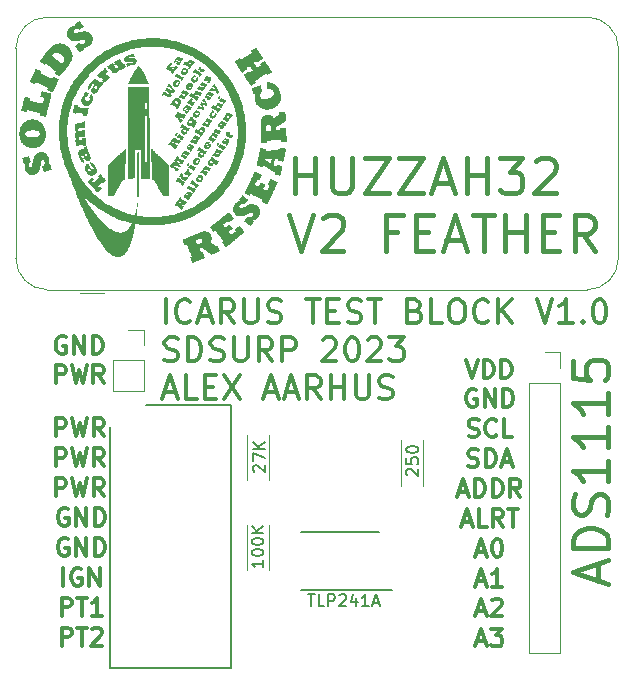
<source format=gto>
G04 #@! TF.GenerationSoftware,KiCad,Pcbnew,7.0.7*
G04 #@! TF.CreationDate,2023-10-17T18:54:52-07:00*
G04 #@! TF.ProjectId,Load Cell Ground Systems,4c6f6164-2043-4656-9c6c-2047726f756e,rev?*
G04 #@! TF.SameCoordinates,Original*
G04 #@! TF.FileFunction,Legend,Top*
G04 #@! TF.FilePolarity,Positive*
%FSLAX46Y46*%
G04 Gerber Fmt 4.6, Leading zero omitted, Abs format (unit mm)*
G04 Created by KiCad (PCBNEW 7.0.7) date 2023-10-17 18:54:52*
%MOMM*%
%LPD*%
G01*
G04 APERTURE LIST*
%ADD10C,0.300000*%
%ADD11C,0.400000*%
%ADD12C,0.150000*%
%ADD13C,0.200000*%
%ADD14C,0.120000*%
%ADD15C,3.200000*%
%ADD16R,1.800000X1.800000*%
%ADD17C,1.800000*%
%ADD18C,1.400000*%
%ADD19O,1.400000X1.400000*%
%ADD20R,1.600000X1.600000*%
%ADD21C,1.600000*%
%ADD22R,1.200000X1.200000*%
%ADD23C,1.200000*%
%ADD24R,1.700000X1.700000*%
%ADD25O,1.700000X1.700000*%
G04 APERTURE END LIST*
D10*
X32404510Y-74200828D02*
X32404510Y-72700828D01*
X33904511Y-72772257D02*
X33761654Y-72700828D01*
X33761654Y-72700828D02*
X33547368Y-72700828D01*
X33547368Y-72700828D02*
X33333082Y-72772257D01*
X33333082Y-72772257D02*
X33190225Y-72915114D01*
X33190225Y-72915114D02*
X33118796Y-73057971D01*
X33118796Y-73057971D02*
X33047368Y-73343685D01*
X33047368Y-73343685D02*
X33047368Y-73557971D01*
X33047368Y-73557971D02*
X33118796Y-73843685D01*
X33118796Y-73843685D02*
X33190225Y-73986542D01*
X33190225Y-73986542D02*
X33333082Y-74129400D01*
X33333082Y-74129400D02*
X33547368Y-74200828D01*
X33547368Y-74200828D02*
X33690225Y-74200828D01*
X33690225Y-74200828D02*
X33904511Y-74129400D01*
X33904511Y-74129400D02*
X33975939Y-74057971D01*
X33975939Y-74057971D02*
X33975939Y-73557971D01*
X33975939Y-73557971D02*
X33690225Y-73557971D01*
X34618796Y-74200828D02*
X34618796Y-72700828D01*
X34618796Y-72700828D02*
X35475939Y-74200828D01*
X35475939Y-74200828D02*
X35475939Y-72700828D01*
X67361653Y-57629399D02*
X67218796Y-57557970D01*
X67218796Y-57557970D02*
X67004510Y-57557970D01*
X67004510Y-57557970D02*
X66790224Y-57629399D01*
X66790224Y-57629399D02*
X66647367Y-57772256D01*
X66647367Y-57772256D02*
X66575938Y-57915113D01*
X66575938Y-57915113D02*
X66504510Y-58200827D01*
X66504510Y-58200827D02*
X66504510Y-58415113D01*
X66504510Y-58415113D02*
X66575938Y-58700827D01*
X66575938Y-58700827D02*
X66647367Y-58843684D01*
X66647367Y-58843684D02*
X66790224Y-58986542D01*
X66790224Y-58986542D02*
X67004510Y-59057970D01*
X67004510Y-59057970D02*
X67147367Y-59057970D01*
X67147367Y-59057970D02*
X67361653Y-58986542D01*
X67361653Y-58986542D02*
X67433081Y-58915113D01*
X67433081Y-58915113D02*
X67433081Y-58415113D01*
X67433081Y-58415113D02*
X67147367Y-58415113D01*
X68075938Y-59057970D02*
X68075938Y-57557970D01*
X68075938Y-57557970D02*
X68933081Y-59057970D01*
X68933081Y-59057970D02*
X68933081Y-57557970D01*
X69647367Y-59057970D02*
X69647367Y-57557970D01*
X69647367Y-57557970D02*
X70004510Y-57557970D01*
X70004510Y-57557970D02*
X70218796Y-57629399D01*
X70218796Y-57629399D02*
X70361653Y-57772256D01*
X70361653Y-57772256D02*
X70433082Y-57915113D01*
X70433082Y-57915113D02*
X70504510Y-58200827D01*
X70504510Y-58200827D02*
X70504510Y-58415113D01*
X70504510Y-58415113D02*
X70433082Y-58700827D01*
X70433082Y-58700827D02*
X70361653Y-58843684D01*
X70361653Y-58843684D02*
X70218796Y-58986542D01*
X70218796Y-58986542D02*
X70004510Y-59057970D01*
X70004510Y-59057970D02*
X69647367Y-59057970D01*
X67433082Y-78909399D02*
X68147368Y-78909399D01*
X67290225Y-79337970D02*
X67790225Y-77837970D01*
X67790225Y-77837970D02*
X68290225Y-79337970D01*
X68647367Y-77837970D02*
X69575939Y-77837970D01*
X69575939Y-77837970D02*
X69075939Y-78409399D01*
X69075939Y-78409399D02*
X69290224Y-78409399D01*
X69290224Y-78409399D02*
X69433082Y-78480827D01*
X69433082Y-78480827D02*
X69504510Y-78552256D01*
X69504510Y-78552256D02*
X69575939Y-78695113D01*
X69575939Y-78695113D02*
X69575939Y-79052256D01*
X69575939Y-79052256D02*
X69504510Y-79195113D01*
X69504510Y-79195113D02*
X69433082Y-79266542D01*
X69433082Y-79266542D02*
X69290224Y-79337970D01*
X69290224Y-79337970D02*
X68861653Y-79337970D01*
X68861653Y-79337970D02*
X68718796Y-79266542D01*
X68718796Y-79266542D02*
X68647367Y-79195113D01*
X41063558Y-51959638D02*
X41063558Y-49959638D01*
X43158796Y-51769161D02*
X43063558Y-51864400D01*
X43063558Y-51864400D02*
X42777844Y-51959638D01*
X42777844Y-51959638D02*
X42587368Y-51959638D01*
X42587368Y-51959638D02*
X42301653Y-51864400D01*
X42301653Y-51864400D02*
X42111177Y-51673923D01*
X42111177Y-51673923D02*
X42015939Y-51483447D01*
X42015939Y-51483447D02*
X41920701Y-51102495D01*
X41920701Y-51102495D02*
X41920701Y-50816780D01*
X41920701Y-50816780D02*
X42015939Y-50435828D01*
X42015939Y-50435828D02*
X42111177Y-50245352D01*
X42111177Y-50245352D02*
X42301653Y-50054876D01*
X42301653Y-50054876D02*
X42587368Y-49959638D01*
X42587368Y-49959638D02*
X42777844Y-49959638D01*
X42777844Y-49959638D02*
X43063558Y-50054876D01*
X43063558Y-50054876D02*
X43158796Y-50150114D01*
X43920701Y-51388209D02*
X44873082Y-51388209D01*
X43730225Y-51959638D02*
X44396891Y-49959638D01*
X44396891Y-49959638D02*
X45063558Y-51959638D01*
X46873082Y-51959638D02*
X46206415Y-51007257D01*
X45730225Y-51959638D02*
X45730225Y-49959638D01*
X45730225Y-49959638D02*
X46492130Y-49959638D01*
X46492130Y-49959638D02*
X46682606Y-50054876D01*
X46682606Y-50054876D02*
X46777844Y-50150114D01*
X46777844Y-50150114D02*
X46873082Y-50340590D01*
X46873082Y-50340590D02*
X46873082Y-50626304D01*
X46873082Y-50626304D02*
X46777844Y-50816780D01*
X46777844Y-50816780D02*
X46682606Y-50912019D01*
X46682606Y-50912019D02*
X46492130Y-51007257D01*
X46492130Y-51007257D02*
X45730225Y-51007257D01*
X47730225Y-49959638D02*
X47730225Y-51578685D01*
X47730225Y-51578685D02*
X47825463Y-51769161D01*
X47825463Y-51769161D02*
X47920701Y-51864400D01*
X47920701Y-51864400D02*
X48111177Y-51959638D01*
X48111177Y-51959638D02*
X48492130Y-51959638D01*
X48492130Y-51959638D02*
X48682606Y-51864400D01*
X48682606Y-51864400D02*
X48777844Y-51769161D01*
X48777844Y-51769161D02*
X48873082Y-51578685D01*
X48873082Y-51578685D02*
X48873082Y-49959638D01*
X49730225Y-51864400D02*
X50015939Y-51959638D01*
X50015939Y-51959638D02*
X50492130Y-51959638D01*
X50492130Y-51959638D02*
X50682606Y-51864400D01*
X50682606Y-51864400D02*
X50777844Y-51769161D01*
X50777844Y-51769161D02*
X50873082Y-51578685D01*
X50873082Y-51578685D02*
X50873082Y-51388209D01*
X50873082Y-51388209D02*
X50777844Y-51197733D01*
X50777844Y-51197733D02*
X50682606Y-51102495D01*
X50682606Y-51102495D02*
X50492130Y-51007257D01*
X50492130Y-51007257D02*
X50111177Y-50912019D01*
X50111177Y-50912019D02*
X49920701Y-50816780D01*
X49920701Y-50816780D02*
X49825463Y-50721542D01*
X49825463Y-50721542D02*
X49730225Y-50531066D01*
X49730225Y-50531066D02*
X49730225Y-50340590D01*
X49730225Y-50340590D02*
X49825463Y-50150114D01*
X49825463Y-50150114D02*
X49920701Y-50054876D01*
X49920701Y-50054876D02*
X50111177Y-49959638D01*
X50111177Y-49959638D02*
X50587368Y-49959638D01*
X50587368Y-49959638D02*
X50873082Y-50054876D01*
X52968321Y-49959638D02*
X54111178Y-49959638D01*
X53539749Y-51959638D02*
X53539749Y-49959638D01*
X54777845Y-50912019D02*
X55444512Y-50912019D01*
X55730226Y-51959638D02*
X54777845Y-51959638D01*
X54777845Y-51959638D02*
X54777845Y-49959638D01*
X54777845Y-49959638D02*
X55730226Y-49959638D01*
X56492131Y-51864400D02*
X56777845Y-51959638D01*
X56777845Y-51959638D02*
X57254036Y-51959638D01*
X57254036Y-51959638D02*
X57444512Y-51864400D01*
X57444512Y-51864400D02*
X57539750Y-51769161D01*
X57539750Y-51769161D02*
X57634988Y-51578685D01*
X57634988Y-51578685D02*
X57634988Y-51388209D01*
X57634988Y-51388209D02*
X57539750Y-51197733D01*
X57539750Y-51197733D02*
X57444512Y-51102495D01*
X57444512Y-51102495D02*
X57254036Y-51007257D01*
X57254036Y-51007257D02*
X56873083Y-50912019D01*
X56873083Y-50912019D02*
X56682607Y-50816780D01*
X56682607Y-50816780D02*
X56587369Y-50721542D01*
X56587369Y-50721542D02*
X56492131Y-50531066D01*
X56492131Y-50531066D02*
X56492131Y-50340590D01*
X56492131Y-50340590D02*
X56587369Y-50150114D01*
X56587369Y-50150114D02*
X56682607Y-50054876D01*
X56682607Y-50054876D02*
X56873083Y-49959638D01*
X56873083Y-49959638D02*
X57349274Y-49959638D01*
X57349274Y-49959638D02*
X57634988Y-50054876D01*
X58206417Y-49959638D02*
X59349274Y-49959638D01*
X58777845Y-51959638D02*
X58777845Y-49959638D01*
X62206418Y-50912019D02*
X62492132Y-51007257D01*
X62492132Y-51007257D02*
X62587370Y-51102495D01*
X62587370Y-51102495D02*
X62682608Y-51292971D01*
X62682608Y-51292971D02*
X62682608Y-51578685D01*
X62682608Y-51578685D02*
X62587370Y-51769161D01*
X62587370Y-51769161D02*
X62492132Y-51864400D01*
X62492132Y-51864400D02*
X62301656Y-51959638D01*
X62301656Y-51959638D02*
X61539751Y-51959638D01*
X61539751Y-51959638D02*
X61539751Y-49959638D01*
X61539751Y-49959638D02*
X62206418Y-49959638D01*
X62206418Y-49959638D02*
X62396894Y-50054876D01*
X62396894Y-50054876D02*
X62492132Y-50150114D01*
X62492132Y-50150114D02*
X62587370Y-50340590D01*
X62587370Y-50340590D02*
X62587370Y-50531066D01*
X62587370Y-50531066D02*
X62492132Y-50721542D01*
X62492132Y-50721542D02*
X62396894Y-50816780D01*
X62396894Y-50816780D02*
X62206418Y-50912019D01*
X62206418Y-50912019D02*
X61539751Y-50912019D01*
X64492132Y-51959638D02*
X63539751Y-51959638D01*
X63539751Y-51959638D02*
X63539751Y-49959638D01*
X65539751Y-49959638D02*
X65920704Y-49959638D01*
X65920704Y-49959638D02*
X66111180Y-50054876D01*
X66111180Y-50054876D02*
X66301656Y-50245352D01*
X66301656Y-50245352D02*
X66396894Y-50626304D01*
X66396894Y-50626304D02*
X66396894Y-51292971D01*
X66396894Y-51292971D02*
X66301656Y-51673923D01*
X66301656Y-51673923D02*
X66111180Y-51864400D01*
X66111180Y-51864400D02*
X65920704Y-51959638D01*
X65920704Y-51959638D02*
X65539751Y-51959638D01*
X65539751Y-51959638D02*
X65349275Y-51864400D01*
X65349275Y-51864400D02*
X65158799Y-51673923D01*
X65158799Y-51673923D02*
X65063561Y-51292971D01*
X65063561Y-51292971D02*
X65063561Y-50626304D01*
X65063561Y-50626304D02*
X65158799Y-50245352D01*
X65158799Y-50245352D02*
X65349275Y-50054876D01*
X65349275Y-50054876D02*
X65539751Y-49959638D01*
X68396894Y-51769161D02*
X68301656Y-51864400D01*
X68301656Y-51864400D02*
X68015942Y-51959638D01*
X68015942Y-51959638D02*
X67825466Y-51959638D01*
X67825466Y-51959638D02*
X67539751Y-51864400D01*
X67539751Y-51864400D02*
X67349275Y-51673923D01*
X67349275Y-51673923D02*
X67254037Y-51483447D01*
X67254037Y-51483447D02*
X67158799Y-51102495D01*
X67158799Y-51102495D02*
X67158799Y-50816780D01*
X67158799Y-50816780D02*
X67254037Y-50435828D01*
X67254037Y-50435828D02*
X67349275Y-50245352D01*
X67349275Y-50245352D02*
X67539751Y-50054876D01*
X67539751Y-50054876D02*
X67825466Y-49959638D01*
X67825466Y-49959638D02*
X68015942Y-49959638D01*
X68015942Y-49959638D02*
X68301656Y-50054876D01*
X68301656Y-50054876D02*
X68396894Y-50150114D01*
X69254037Y-51959638D02*
X69254037Y-49959638D01*
X70396894Y-51959638D02*
X69539751Y-50816780D01*
X70396894Y-49959638D02*
X69254037Y-51102495D01*
X72492133Y-49959638D02*
X73158799Y-51959638D01*
X73158799Y-51959638D02*
X73825466Y-49959638D01*
X75539752Y-51959638D02*
X74396895Y-51959638D01*
X74968323Y-51959638D02*
X74968323Y-49959638D01*
X74968323Y-49959638D02*
X74777847Y-50245352D01*
X74777847Y-50245352D02*
X74587371Y-50435828D01*
X74587371Y-50435828D02*
X74396895Y-50531066D01*
X76396895Y-51769161D02*
X76492133Y-51864400D01*
X76492133Y-51864400D02*
X76396895Y-51959638D01*
X76396895Y-51959638D02*
X76301657Y-51864400D01*
X76301657Y-51864400D02*
X76396895Y-51769161D01*
X76396895Y-51769161D02*
X76396895Y-51959638D01*
X77730228Y-49959638D02*
X77920705Y-49959638D01*
X77920705Y-49959638D02*
X78111181Y-50054876D01*
X78111181Y-50054876D02*
X78206419Y-50150114D01*
X78206419Y-50150114D02*
X78301657Y-50340590D01*
X78301657Y-50340590D02*
X78396895Y-50721542D01*
X78396895Y-50721542D02*
X78396895Y-51197733D01*
X78396895Y-51197733D02*
X78301657Y-51578685D01*
X78301657Y-51578685D02*
X78206419Y-51769161D01*
X78206419Y-51769161D02*
X78111181Y-51864400D01*
X78111181Y-51864400D02*
X77920705Y-51959638D01*
X77920705Y-51959638D02*
X77730228Y-51959638D01*
X77730228Y-51959638D02*
X77539752Y-51864400D01*
X77539752Y-51864400D02*
X77444514Y-51769161D01*
X77444514Y-51769161D02*
X77349276Y-51578685D01*
X77349276Y-51578685D02*
X77254038Y-51197733D01*
X77254038Y-51197733D02*
X77254038Y-50721542D01*
X77254038Y-50721542D02*
X77349276Y-50340590D01*
X77349276Y-50340590D02*
X77444514Y-50150114D01*
X77444514Y-50150114D02*
X77539752Y-50054876D01*
X77539752Y-50054876D02*
X77730228Y-49959638D01*
X40968320Y-55084400D02*
X41254034Y-55179638D01*
X41254034Y-55179638D02*
X41730225Y-55179638D01*
X41730225Y-55179638D02*
X41920701Y-55084400D01*
X41920701Y-55084400D02*
X42015939Y-54989161D01*
X42015939Y-54989161D02*
X42111177Y-54798685D01*
X42111177Y-54798685D02*
X42111177Y-54608209D01*
X42111177Y-54608209D02*
X42015939Y-54417733D01*
X42015939Y-54417733D02*
X41920701Y-54322495D01*
X41920701Y-54322495D02*
X41730225Y-54227257D01*
X41730225Y-54227257D02*
X41349272Y-54132019D01*
X41349272Y-54132019D02*
X41158796Y-54036780D01*
X41158796Y-54036780D02*
X41063558Y-53941542D01*
X41063558Y-53941542D02*
X40968320Y-53751066D01*
X40968320Y-53751066D02*
X40968320Y-53560590D01*
X40968320Y-53560590D02*
X41063558Y-53370114D01*
X41063558Y-53370114D02*
X41158796Y-53274876D01*
X41158796Y-53274876D02*
X41349272Y-53179638D01*
X41349272Y-53179638D02*
X41825463Y-53179638D01*
X41825463Y-53179638D02*
X42111177Y-53274876D01*
X42968320Y-55179638D02*
X42968320Y-53179638D01*
X42968320Y-53179638D02*
X43444510Y-53179638D01*
X43444510Y-53179638D02*
X43730225Y-53274876D01*
X43730225Y-53274876D02*
X43920701Y-53465352D01*
X43920701Y-53465352D02*
X44015939Y-53655828D01*
X44015939Y-53655828D02*
X44111177Y-54036780D01*
X44111177Y-54036780D02*
X44111177Y-54322495D01*
X44111177Y-54322495D02*
X44015939Y-54703447D01*
X44015939Y-54703447D02*
X43920701Y-54893923D01*
X43920701Y-54893923D02*
X43730225Y-55084400D01*
X43730225Y-55084400D02*
X43444510Y-55179638D01*
X43444510Y-55179638D02*
X42968320Y-55179638D01*
X44873082Y-55084400D02*
X45158796Y-55179638D01*
X45158796Y-55179638D02*
X45634987Y-55179638D01*
X45634987Y-55179638D02*
X45825463Y-55084400D01*
X45825463Y-55084400D02*
X45920701Y-54989161D01*
X45920701Y-54989161D02*
X46015939Y-54798685D01*
X46015939Y-54798685D02*
X46015939Y-54608209D01*
X46015939Y-54608209D02*
X45920701Y-54417733D01*
X45920701Y-54417733D02*
X45825463Y-54322495D01*
X45825463Y-54322495D02*
X45634987Y-54227257D01*
X45634987Y-54227257D02*
X45254034Y-54132019D01*
X45254034Y-54132019D02*
X45063558Y-54036780D01*
X45063558Y-54036780D02*
X44968320Y-53941542D01*
X44968320Y-53941542D02*
X44873082Y-53751066D01*
X44873082Y-53751066D02*
X44873082Y-53560590D01*
X44873082Y-53560590D02*
X44968320Y-53370114D01*
X44968320Y-53370114D02*
X45063558Y-53274876D01*
X45063558Y-53274876D02*
X45254034Y-53179638D01*
X45254034Y-53179638D02*
X45730225Y-53179638D01*
X45730225Y-53179638D02*
X46015939Y-53274876D01*
X46873082Y-53179638D02*
X46873082Y-54798685D01*
X46873082Y-54798685D02*
X46968320Y-54989161D01*
X46968320Y-54989161D02*
X47063558Y-55084400D01*
X47063558Y-55084400D02*
X47254034Y-55179638D01*
X47254034Y-55179638D02*
X47634987Y-55179638D01*
X47634987Y-55179638D02*
X47825463Y-55084400D01*
X47825463Y-55084400D02*
X47920701Y-54989161D01*
X47920701Y-54989161D02*
X48015939Y-54798685D01*
X48015939Y-54798685D02*
X48015939Y-53179638D01*
X50111177Y-55179638D02*
X49444510Y-54227257D01*
X48968320Y-55179638D02*
X48968320Y-53179638D01*
X48968320Y-53179638D02*
X49730225Y-53179638D01*
X49730225Y-53179638D02*
X49920701Y-53274876D01*
X49920701Y-53274876D02*
X50015939Y-53370114D01*
X50015939Y-53370114D02*
X50111177Y-53560590D01*
X50111177Y-53560590D02*
X50111177Y-53846304D01*
X50111177Y-53846304D02*
X50015939Y-54036780D01*
X50015939Y-54036780D02*
X49920701Y-54132019D01*
X49920701Y-54132019D02*
X49730225Y-54227257D01*
X49730225Y-54227257D02*
X48968320Y-54227257D01*
X50968320Y-55179638D02*
X50968320Y-53179638D01*
X50968320Y-53179638D02*
X51730225Y-53179638D01*
X51730225Y-53179638D02*
X51920701Y-53274876D01*
X51920701Y-53274876D02*
X52015939Y-53370114D01*
X52015939Y-53370114D02*
X52111177Y-53560590D01*
X52111177Y-53560590D02*
X52111177Y-53846304D01*
X52111177Y-53846304D02*
X52015939Y-54036780D01*
X52015939Y-54036780D02*
X51920701Y-54132019D01*
X51920701Y-54132019D02*
X51730225Y-54227257D01*
X51730225Y-54227257D02*
X50968320Y-54227257D01*
X54396892Y-53370114D02*
X54492130Y-53274876D01*
X54492130Y-53274876D02*
X54682606Y-53179638D01*
X54682606Y-53179638D02*
X55158797Y-53179638D01*
X55158797Y-53179638D02*
X55349273Y-53274876D01*
X55349273Y-53274876D02*
X55444511Y-53370114D01*
X55444511Y-53370114D02*
X55539749Y-53560590D01*
X55539749Y-53560590D02*
X55539749Y-53751066D01*
X55539749Y-53751066D02*
X55444511Y-54036780D01*
X55444511Y-54036780D02*
X54301654Y-55179638D01*
X54301654Y-55179638D02*
X55539749Y-55179638D01*
X56777844Y-53179638D02*
X56968321Y-53179638D01*
X56968321Y-53179638D02*
X57158797Y-53274876D01*
X57158797Y-53274876D02*
X57254035Y-53370114D01*
X57254035Y-53370114D02*
X57349273Y-53560590D01*
X57349273Y-53560590D02*
X57444511Y-53941542D01*
X57444511Y-53941542D02*
X57444511Y-54417733D01*
X57444511Y-54417733D02*
X57349273Y-54798685D01*
X57349273Y-54798685D02*
X57254035Y-54989161D01*
X57254035Y-54989161D02*
X57158797Y-55084400D01*
X57158797Y-55084400D02*
X56968321Y-55179638D01*
X56968321Y-55179638D02*
X56777844Y-55179638D01*
X56777844Y-55179638D02*
X56587368Y-55084400D01*
X56587368Y-55084400D02*
X56492130Y-54989161D01*
X56492130Y-54989161D02*
X56396892Y-54798685D01*
X56396892Y-54798685D02*
X56301654Y-54417733D01*
X56301654Y-54417733D02*
X56301654Y-53941542D01*
X56301654Y-53941542D02*
X56396892Y-53560590D01*
X56396892Y-53560590D02*
X56492130Y-53370114D01*
X56492130Y-53370114D02*
X56587368Y-53274876D01*
X56587368Y-53274876D02*
X56777844Y-53179638D01*
X58206416Y-53370114D02*
X58301654Y-53274876D01*
X58301654Y-53274876D02*
X58492130Y-53179638D01*
X58492130Y-53179638D02*
X58968321Y-53179638D01*
X58968321Y-53179638D02*
X59158797Y-53274876D01*
X59158797Y-53274876D02*
X59254035Y-53370114D01*
X59254035Y-53370114D02*
X59349273Y-53560590D01*
X59349273Y-53560590D02*
X59349273Y-53751066D01*
X59349273Y-53751066D02*
X59254035Y-54036780D01*
X59254035Y-54036780D02*
X58111178Y-55179638D01*
X58111178Y-55179638D02*
X59349273Y-55179638D01*
X60015940Y-53179638D02*
X61254035Y-53179638D01*
X61254035Y-53179638D02*
X60587368Y-53941542D01*
X60587368Y-53941542D02*
X60873083Y-53941542D01*
X60873083Y-53941542D02*
X61063559Y-54036780D01*
X61063559Y-54036780D02*
X61158797Y-54132019D01*
X61158797Y-54132019D02*
X61254035Y-54322495D01*
X61254035Y-54322495D02*
X61254035Y-54798685D01*
X61254035Y-54798685D02*
X61158797Y-54989161D01*
X61158797Y-54989161D02*
X61063559Y-55084400D01*
X61063559Y-55084400D02*
X60873083Y-55179638D01*
X60873083Y-55179638D02*
X60301654Y-55179638D01*
X60301654Y-55179638D02*
X60111178Y-55084400D01*
X60111178Y-55084400D02*
X60015940Y-54989161D01*
X40968320Y-57828209D02*
X41920701Y-57828209D01*
X40777844Y-58399638D02*
X41444510Y-56399638D01*
X41444510Y-56399638D02*
X42111177Y-58399638D01*
X43730225Y-58399638D02*
X42777844Y-58399638D01*
X42777844Y-58399638D02*
X42777844Y-56399638D01*
X44396892Y-57352019D02*
X45063559Y-57352019D01*
X45349273Y-58399638D02*
X44396892Y-58399638D01*
X44396892Y-58399638D02*
X44396892Y-56399638D01*
X44396892Y-56399638D02*
X45349273Y-56399638D01*
X46015940Y-56399638D02*
X47349273Y-58399638D01*
X47349273Y-56399638D02*
X46015940Y-58399638D01*
X49539750Y-57828209D02*
X50492131Y-57828209D01*
X49349274Y-58399638D02*
X50015940Y-56399638D01*
X50015940Y-56399638D02*
X50682607Y-58399638D01*
X51254036Y-57828209D02*
X52206417Y-57828209D01*
X51063560Y-58399638D02*
X51730226Y-56399638D01*
X51730226Y-56399638D02*
X52396893Y-58399638D01*
X54206417Y-58399638D02*
X53539750Y-57447257D01*
X53063560Y-58399638D02*
X53063560Y-56399638D01*
X53063560Y-56399638D02*
X53825465Y-56399638D01*
X53825465Y-56399638D02*
X54015941Y-56494876D01*
X54015941Y-56494876D02*
X54111179Y-56590114D01*
X54111179Y-56590114D02*
X54206417Y-56780590D01*
X54206417Y-56780590D02*
X54206417Y-57066304D01*
X54206417Y-57066304D02*
X54111179Y-57256780D01*
X54111179Y-57256780D02*
X54015941Y-57352019D01*
X54015941Y-57352019D02*
X53825465Y-57447257D01*
X53825465Y-57447257D02*
X53063560Y-57447257D01*
X55063560Y-58399638D02*
X55063560Y-56399638D01*
X55063560Y-57352019D02*
X56206417Y-57352019D01*
X56206417Y-58399638D02*
X56206417Y-56399638D01*
X57158798Y-56399638D02*
X57158798Y-58018685D01*
X57158798Y-58018685D02*
X57254036Y-58209161D01*
X57254036Y-58209161D02*
X57349274Y-58304400D01*
X57349274Y-58304400D02*
X57539750Y-58399638D01*
X57539750Y-58399638D02*
X57920703Y-58399638D01*
X57920703Y-58399638D02*
X58111179Y-58304400D01*
X58111179Y-58304400D02*
X58206417Y-58209161D01*
X58206417Y-58209161D02*
X58301655Y-58018685D01*
X58301655Y-58018685D02*
X58301655Y-56399638D01*
X59158798Y-58304400D02*
X59444512Y-58399638D01*
X59444512Y-58399638D02*
X59920703Y-58399638D01*
X59920703Y-58399638D02*
X60111179Y-58304400D01*
X60111179Y-58304400D02*
X60206417Y-58209161D01*
X60206417Y-58209161D02*
X60301655Y-58018685D01*
X60301655Y-58018685D02*
X60301655Y-57828209D01*
X60301655Y-57828209D02*
X60206417Y-57637733D01*
X60206417Y-57637733D02*
X60111179Y-57542495D01*
X60111179Y-57542495D02*
X59920703Y-57447257D01*
X59920703Y-57447257D02*
X59539750Y-57352019D01*
X59539750Y-57352019D02*
X59349274Y-57256780D01*
X59349274Y-57256780D02*
X59254036Y-57161542D01*
X59254036Y-57161542D02*
X59158798Y-56971066D01*
X59158798Y-56971066D02*
X59158798Y-56780590D01*
X59158798Y-56780590D02*
X59254036Y-56590114D01*
X59254036Y-56590114D02*
X59349274Y-56494876D01*
X59349274Y-56494876D02*
X59539750Y-56399638D01*
X59539750Y-56399638D02*
X60015941Y-56399638D01*
X60015941Y-56399638D02*
X60301655Y-56494876D01*
X67433082Y-71310828D02*
X68147368Y-71310828D01*
X67290225Y-71739399D02*
X67790225Y-70239399D01*
X67790225Y-70239399D02*
X68290225Y-71739399D01*
X69075939Y-70239399D02*
X69218796Y-70239399D01*
X69218796Y-70239399D02*
X69361653Y-70310828D01*
X69361653Y-70310828D02*
X69433082Y-70382256D01*
X69433082Y-70382256D02*
X69504510Y-70525113D01*
X69504510Y-70525113D02*
X69575939Y-70810828D01*
X69575939Y-70810828D02*
X69575939Y-71167971D01*
X69575939Y-71167971D02*
X69504510Y-71453685D01*
X69504510Y-71453685D02*
X69433082Y-71596542D01*
X69433082Y-71596542D02*
X69361653Y-71667971D01*
X69361653Y-71667971D02*
X69218796Y-71739399D01*
X69218796Y-71739399D02*
X69075939Y-71739399D01*
X69075939Y-71739399D02*
X68933082Y-71667971D01*
X68933082Y-71667971D02*
X68861653Y-71596542D01*
X68861653Y-71596542D02*
X68790224Y-71453685D01*
X68790224Y-71453685D02*
X68718796Y-71167971D01*
X68718796Y-71167971D02*
X68718796Y-70810828D01*
X68718796Y-70810828D02*
X68790224Y-70525113D01*
X68790224Y-70525113D02*
X68861653Y-70382256D01*
X68861653Y-70382256D02*
X68933082Y-70310828D01*
X68933082Y-70310828D02*
X69075939Y-70239399D01*
D11*
X51987442Y-40992057D02*
X51987442Y-37992057D01*
X51987442Y-39420628D02*
X53701728Y-39420628D01*
X53701728Y-40992057D02*
X53701728Y-37992057D01*
X55130299Y-37992057D02*
X55130299Y-40420628D01*
X55130299Y-40420628D02*
X55273156Y-40706342D01*
X55273156Y-40706342D02*
X55416014Y-40849200D01*
X55416014Y-40849200D02*
X55701728Y-40992057D01*
X55701728Y-40992057D02*
X56273156Y-40992057D01*
X56273156Y-40992057D02*
X56558871Y-40849200D01*
X56558871Y-40849200D02*
X56701728Y-40706342D01*
X56701728Y-40706342D02*
X56844585Y-40420628D01*
X56844585Y-40420628D02*
X56844585Y-37992057D01*
X57987442Y-37992057D02*
X59987442Y-37992057D01*
X59987442Y-37992057D02*
X57987442Y-40992057D01*
X57987442Y-40992057D02*
X59987442Y-40992057D01*
X60844585Y-37992057D02*
X62844585Y-37992057D01*
X62844585Y-37992057D02*
X60844585Y-40992057D01*
X60844585Y-40992057D02*
X62844585Y-40992057D01*
X63844585Y-40134914D02*
X65273157Y-40134914D01*
X63558871Y-40992057D02*
X64558871Y-37992057D01*
X64558871Y-37992057D02*
X65558871Y-40992057D01*
X66558871Y-40992057D02*
X66558871Y-37992057D01*
X66558871Y-39420628D02*
X68273157Y-39420628D01*
X68273157Y-40992057D02*
X68273157Y-37992057D01*
X69416014Y-37992057D02*
X71273157Y-37992057D01*
X71273157Y-37992057D02*
X70273157Y-39134914D01*
X70273157Y-39134914D02*
X70701728Y-39134914D01*
X70701728Y-39134914D02*
X70987443Y-39277771D01*
X70987443Y-39277771D02*
X71130300Y-39420628D01*
X71130300Y-39420628D02*
X71273157Y-39706342D01*
X71273157Y-39706342D02*
X71273157Y-40420628D01*
X71273157Y-40420628D02*
X71130300Y-40706342D01*
X71130300Y-40706342D02*
X70987443Y-40849200D01*
X70987443Y-40849200D02*
X70701728Y-40992057D01*
X70701728Y-40992057D02*
X69844585Y-40992057D01*
X69844585Y-40992057D02*
X69558871Y-40849200D01*
X69558871Y-40849200D02*
X69416014Y-40706342D01*
X72416014Y-38277771D02*
X72558871Y-38134914D01*
X72558871Y-38134914D02*
X72844586Y-37992057D01*
X72844586Y-37992057D02*
X73558871Y-37992057D01*
X73558871Y-37992057D02*
X73844586Y-38134914D01*
X73844586Y-38134914D02*
X73987443Y-38277771D01*
X73987443Y-38277771D02*
X74130300Y-38563485D01*
X74130300Y-38563485D02*
X74130300Y-38849200D01*
X74130300Y-38849200D02*
X73987443Y-39277771D01*
X73987443Y-39277771D02*
X72273157Y-40992057D01*
X72273157Y-40992057D02*
X74130300Y-40992057D01*
X51558871Y-42822057D02*
X52558871Y-45822057D01*
X52558871Y-45822057D02*
X53558871Y-42822057D01*
X54416014Y-43107771D02*
X54558871Y-42964914D01*
X54558871Y-42964914D02*
X54844586Y-42822057D01*
X54844586Y-42822057D02*
X55558871Y-42822057D01*
X55558871Y-42822057D02*
X55844586Y-42964914D01*
X55844586Y-42964914D02*
X55987443Y-43107771D01*
X55987443Y-43107771D02*
X56130300Y-43393485D01*
X56130300Y-43393485D02*
X56130300Y-43679200D01*
X56130300Y-43679200D02*
X55987443Y-44107771D01*
X55987443Y-44107771D02*
X54273157Y-45822057D01*
X54273157Y-45822057D02*
X56130300Y-45822057D01*
X60701728Y-44250628D02*
X59701728Y-44250628D01*
X59701728Y-45822057D02*
X59701728Y-42822057D01*
X59701728Y-42822057D02*
X61130300Y-42822057D01*
X62273157Y-44250628D02*
X63273157Y-44250628D01*
X63701729Y-45822057D02*
X62273157Y-45822057D01*
X62273157Y-45822057D02*
X62273157Y-42822057D01*
X62273157Y-42822057D02*
X63701729Y-42822057D01*
X64844586Y-44964914D02*
X66273158Y-44964914D01*
X64558872Y-45822057D02*
X65558872Y-42822057D01*
X65558872Y-42822057D02*
X66558872Y-45822057D01*
X67130301Y-42822057D02*
X68844587Y-42822057D01*
X67987444Y-45822057D02*
X67987444Y-42822057D01*
X69844586Y-45822057D02*
X69844586Y-42822057D01*
X69844586Y-44250628D02*
X71558872Y-44250628D01*
X71558872Y-45822057D02*
X71558872Y-42822057D01*
X72987443Y-44250628D02*
X73987443Y-44250628D01*
X74416015Y-45822057D02*
X72987443Y-45822057D01*
X72987443Y-45822057D02*
X72987443Y-42822057D01*
X72987443Y-42822057D02*
X74416015Y-42822057D01*
X77416015Y-45822057D02*
X76416015Y-44393485D01*
X75701729Y-45822057D02*
X75701729Y-42822057D01*
X75701729Y-42822057D02*
X76844586Y-42822057D01*
X76844586Y-42822057D02*
X77130301Y-42964914D01*
X77130301Y-42964914D02*
X77273158Y-43107771D01*
X77273158Y-43107771D02*
X77416015Y-43393485D01*
X77416015Y-43393485D02*
X77416015Y-43822057D01*
X77416015Y-43822057D02*
X77273158Y-44107771D01*
X77273158Y-44107771D02*
X77130301Y-44250628D01*
X77130301Y-44250628D02*
X76844586Y-44393485D01*
X76844586Y-44393485D02*
X75701729Y-44393485D01*
D10*
X66218796Y-68777971D02*
X66933082Y-68777971D01*
X66075939Y-69206542D02*
X66575939Y-67706542D01*
X66575939Y-67706542D02*
X67075939Y-69206542D01*
X68290224Y-69206542D02*
X67575938Y-69206542D01*
X67575938Y-69206542D02*
X67575938Y-67706542D01*
X69647367Y-69206542D02*
X69147367Y-68492256D01*
X68790224Y-69206542D02*
X68790224Y-67706542D01*
X68790224Y-67706542D02*
X69361653Y-67706542D01*
X69361653Y-67706542D02*
X69504510Y-67777971D01*
X69504510Y-67777971D02*
X69575939Y-67849399D01*
X69575939Y-67849399D02*
X69647367Y-67992256D01*
X69647367Y-67992256D02*
X69647367Y-68206542D01*
X69647367Y-68206542D02*
X69575939Y-68349399D01*
X69575939Y-68349399D02*
X69504510Y-68420828D01*
X69504510Y-68420828D02*
X69361653Y-68492256D01*
X69361653Y-68492256D02*
X68790224Y-68492256D01*
X70075939Y-67706542D02*
X70933082Y-67706542D01*
X70504510Y-69206542D02*
X70504510Y-67706542D01*
X31797367Y-66602257D02*
X31797367Y-65102257D01*
X31797367Y-65102257D02*
X32368796Y-65102257D01*
X32368796Y-65102257D02*
X32511653Y-65173686D01*
X32511653Y-65173686D02*
X32583082Y-65245114D01*
X32583082Y-65245114D02*
X32654510Y-65387971D01*
X32654510Y-65387971D02*
X32654510Y-65602257D01*
X32654510Y-65602257D02*
X32583082Y-65745114D01*
X32583082Y-65745114D02*
X32511653Y-65816543D01*
X32511653Y-65816543D02*
X32368796Y-65887971D01*
X32368796Y-65887971D02*
X31797367Y-65887971D01*
X33154510Y-65102257D02*
X33511653Y-66602257D01*
X33511653Y-66602257D02*
X33797367Y-65530829D01*
X33797367Y-65530829D02*
X34083082Y-66602257D01*
X34083082Y-66602257D02*
X34440225Y-65102257D01*
X35868796Y-66602257D02*
X35368796Y-65887971D01*
X35011653Y-66602257D02*
X35011653Y-65102257D01*
X35011653Y-65102257D02*
X35583082Y-65102257D01*
X35583082Y-65102257D02*
X35725939Y-65173686D01*
X35725939Y-65173686D02*
X35797368Y-65245114D01*
X35797368Y-65245114D02*
X35868796Y-65387971D01*
X35868796Y-65387971D02*
X35868796Y-65602257D01*
X35868796Y-65602257D02*
X35797368Y-65745114D01*
X35797368Y-65745114D02*
X35725939Y-65816543D01*
X35725939Y-65816543D02*
X35583082Y-65887971D01*
X35583082Y-65887971D02*
X35011653Y-65887971D01*
X67433082Y-76376542D02*
X68147368Y-76376542D01*
X67290225Y-76805113D02*
X67790225Y-75305113D01*
X67790225Y-75305113D02*
X68290225Y-76805113D01*
X68718796Y-75447970D02*
X68790224Y-75376542D01*
X68790224Y-75376542D02*
X68933082Y-75305113D01*
X68933082Y-75305113D02*
X69290224Y-75305113D01*
X69290224Y-75305113D02*
X69433082Y-75376542D01*
X69433082Y-75376542D02*
X69504510Y-75447970D01*
X69504510Y-75447970D02*
X69575939Y-75590827D01*
X69575939Y-75590827D02*
X69575939Y-75733685D01*
X69575939Y-75733685D02*
X69504510Y-75947970D01*
X69504510Y-75947970D02*
X68647367Y-76805113D01*
X68647367Y-76805113D02*
X69575939Y-76805113D01*
X66718796Y-61536543D02*
X66933082Y-61607971D01*
X66933082Y-61607971D02*
X67290224Y-61607971D01*
X67290224Y-61607971D02*
X67433082Y-61536543D01*
X67433082Y-61536543D02*
X67504510Y-61465114D01*
X67504510Y-61465114D02*
X67575939Y-61322257D01*
X67575939Y-61322257D02*
X67575939Y-61179400D01*
X67575939Y-61179400D02*
X67504510Y-61036543D01*
X67504510Y-61036543D02*
X67433082Y-60965114D01*
X67433082Y-60965114D02*
X67290224Y-60893685D01*
X67290224Y-60893685D02*
X67004510Y-60822257D01*
X67004510Y-60822257D02*
X66861653Y-60750828D01*
X66861653Y-60750828D02*
X66790224Y-60679400D01*
X66790224Y-60679400D02*
X66718796Y-60536543D01*
X66718796Y-60536543D02*
X66718796Y-60393685D01*
X66718796Y-60393685D02*
X66790224Y-60250828D01*
X66790224Y-60250828D02*
X66861653Y-60179400D01*
X66861653Y-60179400D02*
X67004510Y-60107971D01*
X67004510Y-60107971D02*
X67361653Y-60107971D01*
X67361653Y-60107971D02*
X67575939Y-60179400D01*
X69075938Y-61465114D02*
X69004510Y-61536543D01*
X69004510Y-61536543D02*
X68790224Y-61607971D01*
X68790224Y-61607971D02*
X68647367Y-61607971D01*
X68647367Y-61607971D02*
X68433081Y-61536543D01*
X68433081Y-61536543D02*
X68290224Y-61393685D01*
X68290224Y-61393685D02*
X68218795Y-61250828D01*
X68218795Y-61250828D02*
X68147367Y-60965114D01*
X68147367Y-60965114D02*
X68147367Y-60750828D01*
X68147367Y-60750828D02*
X68218795Y-60465114D01*
X68218795Y-60465114D02*
X68290224Y-60322257D01*
X68290224Y-60322257D02*
X68433081Y-60179400D01*
X68433081Y-60179400D02*
X68647367Y-60107971D01*
X68647367Y-60107971D02*
X68790224Y-60107971D01*
X68790224Y-60107971D02*
X69004510Y-60179400D01*
X69004510Y-60179400D02*
X69075938Y-60250828D01*
X70433081Y-61607971D02*
X69718795Y-61607971D01*
X69718795Y-61607971D02*
X69718795Y-60107971D01*
X65897367Y-66245114D02*
X66611653Y-66245114D01*
X65754510Y-66673685D02*
X66254510Y-65173685D01*
X66254510Y-65173685D02*
X66754510Y-66673685D01*
X67254509Y-66673685D02*
X67254509Y-65173685D01*
X67254509Y-65173685D02*
X67611652Y-65173685D01*
X67611652Y-65173685D02*
X67825938Y-65245114D01*
X67825938Y-65245114D02*
X67968795Y-65387971D01*
X67968795Y-65387971D02*
X68040224Y-65530828D01*
X68040224Y-65530828D02*
X68111652Y-65816542D01*
X68111652Y-65816542D02*
X68111652Y-66030828D01*
X68111652Y-66030828D02*
X68040224Y-66316542D01*
X68040224Y-66316542D02*
X67968795Y-66459399D01*
X67968795Y-66459399D02*
X67825938Y-66602257D01*
X67825938Y-66602257D02*
X67611652Y-66673685D01*
X67611652Y-66673685D02*
X67254509Y-66673685D01*
X68754509Y-66673685D02*
X68754509Y-65173685D01*
X68754509Y-65173685D02*
X69111652Y-65173685D01*
X69111652Y-65173685D02*
X69325938Y-65245114D01*
X69325938Y-65245114D02*
X69468795Y-65387971D01*
X69468795Y-65387971D02*
X69540224Y-65530828D01*
X69540224Y-65530828D02*
X69611652Y-65816542D01*
X69611652Y-65816542D02*
X69611652Y-66030828D01*
X69611652Y-66030828D02*
X69540224Y-66316542D01*
X69540224Y-66316542D02*
X69468795Y-66459399D01*
X69468795Y-66459399D02*
X69325938Y-66602257D01*
X69325938Y-66602257D02*
X69111652Y-66673685D01*
X69111652Y-66673685D02*
X68754509Y-66673685D01*
X71111652Y-66673685D02*
X70611652Y-65959399D01*
X70254509Y-66673685D02*
X70254509Y-65173685D01*
X70254509Y-65173685D02*
X70825938Y-65173685D01*
X70825938Y-65173685D02*
X70968795Y-65245114D01*
X70968795Y-65245114D02*
X71040224Y-65316542D01*
X71040224Y-65316542D02*
X71111652Y-65459399D01*
X71111652Y-65459399D02*
X71111652Y-65673685D01*
X71111652Y-65673685D02*
X71040224Y-65816542D01*
X71040224Y-65816542D02*
X70968795Y-65887971D01*
X70968795Y-65887971D02*
X70825938Y-65959399D01*
X70825938Y-65959399D02*
X70254509Y-65959399D01*
X31751653Y-57026543D02*
X31751653Y-55526543D01*
X31751653Y-55526543D02*
X32323082Y-55526543D01*
X32323082Y-55526543D02*
X32465939Y-55597972D01*
X32465939Y-55597972D02*
X32537368Y-55669400D01*
X32537368Y-55669400D02*
X32608796Y-55812257D01*
X32608796Y-55812257D02*
X32608796Y-56026543D01*
X32608796Y-56026543D02*
X32537368Y-56169400D01*
X32537368Y-56169400D02*
X32465939Y-56240829D01*
X32465939Y-56240829D02*
X32323082Y-56312257D01*
X32323082Y-56312257D02*
X31751653Y-56312257D01*
X33108796Y-55526543D02*
X33465939Y-57026543D01*
X33465939Y-57026543D02*
X33751653Y-55955115D01*
X33751653Y-55955115D02*
X34037368Y-57026543D01*
X34037368Y-57026543D02*
X34394511Y-55526543D01*
X35823082Y-57026543D02*
X35323082Y-56312257D01*
X34965939Y-57026543D02*
X34965939Y-55526543D01*
X34965939Y-55526543D02*
X35537368Y-55526543D01*
X35537368Y-55526543D02*
X35680225Y-55597972D01*
X35680225Y-55597972D02*
X35751654Y-55669400D01*
X35751654Y-55669400D02*
X35823082Y-55812257D01*
X35823082Y-55812257D02*
X35823082Y-56026543D01*
X35823082Y-56026543D02*
X35751654Y-56169400D01*
X35751654Y-56169400D02*
X35680225Y-56240829D01*
X35680225Y-56240829D02*
X35537368Y-56312257D01*
X35537368Y-56312257D02*
X34965939Y-56312257D01*
X31797367Y-61536543D02*
X31797367Y-60036543D01*
X31797367Y-60036543D02*
X32368796Y-60036543D01*
X32368796Y-60036543D02*
X32511653Y-60107972D01*
X32511653Y-60107972D02*
X32583082Y-60179400D01*
X32583082Y-60179400D02*
X32654510Y-60322257D01*
X32654510Y-60322257D02*
X32654510Y-60536543D01*
X32654510Y-60536543D02*
X32583082Y-60679400D01*
X32583082Y-60679400D02*
X32511653Y-60750829D01*
X32511653Y-60750829D02*
X32368796Y-60822257D01*
X32368796Y-60822257D02*
X31797367Y-60822257D01*
X33154510Y-60036543D02*
X33511653Y-61536543D01*
X33511653Y-61536543D02*
X33797367Y-60465115D01*
X33797367Y-60465115D02*
X34083082Y-61536543D01*
X34083082Y-61536543D02*
X34440225Y-60036543D01*
X35868796Y-61536543D02*
X35368796Y-60822257D01*
X35011653Y-61536543D02*
X35011653Y-60036543D01*
X35011653Y-60036543D02*
X35583082Y-60036543D01*
X35583082Y-60036543D02*
X35725939Y-60107972D01*
X35725939Y-60107972D02*
X35797368Y-60179400D01*
X35797368Y-60179400D02*
X35868796Y-60322257D01*
X35868796Y-60322257D02*
X35868796Y-60536543D01*
X35868796Y-60536543D02*
X35797368Y-60679400D01*
X35797368Y-60679400D02*
X35725939Y-60750829D01*
X35725939Y-60750829D02*
X35583082Y-60822257D01*
X35583082Y-60822257D02*
X35011653Y-60822257D01*
D12*
X61550057Y-64858094D02*
X61502438Y-64810475D01*
X61502438Y-64810475D02*
X61454819Y-64715237D01*
X61454819Y-64715237D02*
X61454819Y-64477142D01*
X61454819Y-64477142D02*
X61502438Y-64381904D01*
X61502438Y-64381904D02*
X61550057Y-64334285D01*
X61550057Y-64334285D02*
X61645295Y-64286666D01*
X61645295Y-64286666D02*
X61740533Y-64286666D01*
X61740533Y-64286666D02*
X61883390Y-64334285D01*
X61883390Y-64334285D02*
X62454819Y-64905713D01*
X62454819Y-64905713D02*
X62454819Y-64286666D01*
X61454819Y-63381904D02*
X61454819Y-63858094D01*
X61454819Y-63858094D02*
X61931009Y-63905713D01*
X61931009Y-63905713D02*
X61883390Y-63858094D01*
X61883390Y-63858094D02*
X61835771Y-63762856D01*
X61835771Y-63762856D02*
X61835771Y-63524761D01*
X61835771Y-63524761D02*
X61883390Y-63429523D01*
X61883390Y-63429523D02*
X61931009Y-63381904D01*
X61931009Y-63381904D02*
X62026247Y-63334285D01*
X62026247Y-63334285D02*
X62264342Y-63334285D01*
X62264342Y-63334285D02*
X62359580Y-63381904D01*
X62359580Y-63381904D02*
X62407200Y-63429523D01*
X62407200Y-63429523D02*
X62454819Y-63524761D01*
X62454819Y-63524761D02*
X62454819Y-63762856D01*
X62454819Y-63762856D02*
X62407200Y-63858094D01*
X62407200Y-63858094D02*
X62359580Y-63905713D01*
X61454819Y-62715237D02*
X61454819Y-62619999D01*
X61454819Y-62619999D02*
X61502438Y-62524761D01*
X61502438Y-62524761D02*
X61550057Y-62477142D01*
X61550057Y-62477142D02*
X61645295Y-62429523D01*
X61645295Y-62429523D02*
X61835771Y-62381904D01*
X61835771Y-62381904D02*
X62073866Y-62381904D01*
X62073866Y-62381904D02*
X62264342Y-62429523D01*
X62264342Y-62429523D02*
X62359580Y-62477142D01*
X62359580Y-62477142D02*
X62407200Y-62524761D01*
X62407200Y-62524761D02*
X62454819Y-62619999D01*
X62454819Y-62619999D02*
X62454819Y-62715237D01*
X62454819Y-62715237D02*
X62407200Y-62810475D01*
X62407200Y-62810475D02*
X62359580Y-62858094D01*
X62359580Y-62858094D02*
X62264342Y-62905713D01*
X62264342Y-62905713D02*
X62073866Y-62953332D01*
X62073866Y-62953332D02*
X61835771Y-62953332D01*
X61835771Y-62953332D02*
X61645295Y-62905713D01*
X61645295Y-62905713D02*
X61550057Y-62858094D01*
X61550057Y-62858094D02*
X61502438Y-62810475D01*
X61502438Y-62810475D02*
X61454819Y-62715237D01*
D10*
X66504510Y-55117970D02*
X67004510Y-56617970D01*
X67004510Y-56617970D02*
X67504510Y-55117970D01*
X68004509Y-56617970D02*
X68004509Y-55117970D01*
X68004509Y-55117970D02*
X68361652Y-55117970D01*
X68361652Y-55117970D02*
X68575938Y-55189399D01*
X68575938Y-55189399D02*
X68718795Y-55332256D01*
X68718795Y-55332256D02*
X68790224Y-55475113D01*
X68790224Y-55475113D02*
X68861652Y-55760827D01*
X68861652Y-55760827D02*
X68861652Y-55975113D01*
X68861652Y-55975113D02*
X68790224Y-56260827D01*
X68790224Y-56260827D02*
X68718795Y-56403684D01*
X68718795Y-56403684D02*
X68575938Y-56546542D01*
X68575938Y-56546542D02*
X68361652Y-56617970D01*
X68361652Y-56617970D02*
X68004509Y-56617970D01*
X69504509Y-56617970D02*
X69504509Y-55117970D01*
X69504509Y-55117970D02*
X69861652Y-55117970D01*
X69861652Y-55117970D02*
X70075938Y-55189399D01*
X70075938Y-55189399D02*
X70218795Y-55332256D01*
X70218795Y-55332256D02*
X70290224Y-55475113D01*
X70290224Y-55475113D02*
X70361652Y-55760827D01*
X70361652Y-55760827D02*
X70361652Y-55975113D01*
X70361652Y-55975113D02*
X70290224Y-56260827D01*
X70290224Y-56260827D02*
X70218795Y-56403684D01*
X70218795Y-56403684D02*
X70075938Y-56546542D01*
X70075938Y-56546542D02*
X69861652Y-56617970D01*
X69861652Y-56617970D02*
X69504509Y-56617970D01*
X32797368Y-67706543D02*
X32654511Y-67635114D01*
X32654511Y-67635114D02*
X32440225Y-67635114D01*
X32440225Y-67635114D02*
X32225939Y-67706543D01*
X32225939Y-67706543D02*
X32083082Y-67849400D01*
X32083082Y-67849400D02*
X32011653Y-67992257D01*
X32011653Y-67992257D02*
X31940225Y-68277971D01*
X31940225Y-68277971D02*
X31940225Y-68492257D01*
X31940225Y-68492257D02*
X32011653Y-68777971D01*
X32011653Y-68777971D02*
X32083082Y-68920828D01*
X32083082Y-68920828D02*
X32225939Y-69063686D01*
X32225939Y-69063686D02*
X32440225Y-69135114D01*
X32440225Y-69135114D02*
X32583082Y-69135114D01*
X32583082Y-69135114D02*
X32797368Y-69063686D01*
X32797368Y-69063686D02*
X32868796Y-68992257D01*
X32868796Y-68992257D02*
X32868796Y-68492257D01*
X32868796Y-68492257D02*
X32583082Y-68492257D01*
X33511653Y-69135114D02*
X33511653Y-67635114D01*
X33511653Y-67635114D02*
X34368796Y-69135114D01*
X34368796Y-69135114D02*
X34368796Y-67635114D01*
X35083082Y-69135114D02*
X35083082Y-67635114D01*
X35083082Y-67635114D02*
X35440225Y-67635114D01*
X35440225Y-67635114D02*
X35654511Y-67706543D01*
X35654511Y-67706543D02*
X35797368Y-67849400D01*
X35797368Y-67849400D02*
X35868797Y-67992257D01*
X35868797Y-67992257D02*
X35940225Y-68277971D01*
X35940225Y-68277971D02*
X35940225Y-68492257D01*
X35940225Y-68492257D02*
X35868797Y-68777971D01*
X35868797Y-68777971D02*
X35797368Y-68920828D01*
X35797368Y-68920828D02*
X35654511Y-69063686D01*
X35654511Y-69063686D02*
X35440225Y-69135114D01*
X35440225Y-69135114D02*
X35083082Y-69135114D01*
X32797368Y-70239400D02*
X32654511Y-70167971D01*
X32654511Y-70167971D02*
X32440225Y-70167971D01*
X32440225Y-70167971D02*
X32225939Y-70239400D01*
X32225939Y-70239400D02*
X32083082Y-70382257D01*
X32083082Y-70382257D02*
X32011653Y-70525114D01*
X32011653Y-70525114D02*
X31940225Y-70810828D01*
X31940225Y-70810828D02*
X31940225Y-71025114D01*
X31940225Y-71025114D02*
X32011653Y-71310828D01*
X32011653Y-71310828D02*
X32083082Y-71453685D01*
X32083082Y-71453685D02*
X32225939Y-71596543D01*
X32225939Y-71596543D02*
X32440225Y-71667971D01*
X32440225Y-71667971D02*
X32583082Y-71667971D01*
X32583082Y-71667971D02*
X32797368Y-71596543D01*
X32797368Y-71596543D02*
X32868796Y-71525114D01*
X32868796Y-71525114D02*
X32868796Y-71025114D01*
X32868796Y-71025114D02*
X32583082Y-71025114D01*
X33511653Y-71667971D02*
X33511653Y-70167971D01*
X33511653Y-70167971D02*
X34368796Y-71667971D01*
X34368796Y-71667971D02*
X34368796Y-70167971D01*
X35083082Y-71667971D02*
X35083082Y-70167971D01*
X35083082Y-70167971D02*
X35440225Y-70167971D01*
X35440225Y-70167971D02*
X35654511Y-70239400D01*
X35654511Y-70239400D02*
X35797368Y-70382257D01*
X35797368Y-70382257D02*
X35868797Y-70525114D01*
X35868797Y-70525114D02*
X35940225Y-70810828D01*
X35940225Y-70810828D02*
X35940225Y-71025114D01*
X35940225Y-71025114D02*
X35868797Y-71310828D01*
X35868797Y-71310828D02*
X35797368Y-71453685D01*
X35797368Y-71453685D02*
X35654511Y-71596543D01*
X35654511Y-71596543D02*
X35440225Y-71667971D01*
X35440225Y-71667971D02*
X35083082Y-71667971D01*
X31797367Y-64069400D02*
X31797367Y-62569400D01*
X31797367Y-62569400D02*
X32368796Y-62569400D01*
X32368796Y-62569400D02*
X32511653Y-62640829D01*
X32511653Y-62640829D02*
X32583082Y-62712257D01*
X32583082Y-62712257D02*
X32654510Y-62855114D01*
X32654510Y-62855114D02*
X32654510Y-63069400D01*
X32654510Y-63069400D02*
X32583082Y-63212257D01*
X32583082Y-63212257D02*
X32511653Y-63283686D01*
X32511653Y-63283686D02*
X32368796Y-63355114D01*
X32368796Y-63355114D02*
X31797367Y-63355114D01*
X33154510Y-62569400D02*
X33511653Y-64069400D01*
X33511653Y-64069400D02*
X33797367Y-62997972D01*
X33797367Y-62997972D02*
X34083082Y-64069400D01*
X34083082Y-64069400D02*
X34440225Y-62569400D01*
X35868796Y-64069400D02*
X35368796Y-63355114D01*
X35011653Y-64069400D02*
X35011653Y-62569400D01*
X35011653Y-62569400D02*
X35583082Y-62569400D01*
X35583082Y-62569400D02*
X35725939Y-62640829D01*
X35725939Y-62640829D02*
X35797368Y-62712257D01*
X35797368Y-62712257D02*
X35868796Y-62855114D01*
X35868796Y-62855114D02*
X35868796Y-63069400D01*
X35868796Y-63069400D02*
X35797368Y-63212257D01*
X35797368Y-63212257D02*
X35725939Y-63283686D01*
X35725939Y-63283686D02*
X35583082Y-63355114D01*
X35583082Y-63355114D02*
X35011653Y-63355114D01*
X32261653Y-79266542D02*
X32261653Y-77766542D01*
X32261653Y-77766542D02*
X32833082Y-77766542D01*
X32833082Y-77766542D02*
X32975939Y-77837971D01*
X32975939Y-77837971D02*
X33047368Y-77909399D01*
X33047368Y-77909399D02*
X33118796Y-78052256D01*
X33118796Y-78052256D02*
X33118796Y-78266542D01*
X33118796Y-78266542D02*
X33047368Y-78409399D01*
X33047368Y-78409399D02*
X32975939Y-78480828D01*
X32975939Y-78480828D02*
X32833082Y-78552256D01*
X32833082Y-78552256D02*
X32261653Y-78552256D01*
X33547368Y-77766542D02*
X34404511Y-77766542D01*
X33975939Y-79266542D02*
X33975939Y-77766542D01*
X34833082Y-77909399D02*
X34904510Y-77837971D01*
X34904510Y-77837971D02*
X35047368Y-77766542D01*
X35047368Y-77766542D02*
X35404510Y-77766542D01*
X35404510Y-77766542D02*
X35547368Y-77837971D01*
X35547368Y-77837971D02*
X35618796Y-77909399D01*
X35618796Y-77909399D02*
X35690225Y-78052256D01*
X35690225Y-78052256D02*
X35690225Y-78195114D01*
X35690225Y-78195114D02*
X35618796Y-78409399D01*
X35618796Y-78409399D02*
X34761653Y-79266542D01*
X34761653Y-79266542D02*
X35690225Y-79266542D01*
X32261653Y-76733685D02*
X32261653Y-75233685D01*
X32261653Y-75233685D02*
X32833082Y-75233685D01*
X32833082Y-75233685D02*
X32975939Y-75305114D01*
X32975939Y-75305114D02*
X33047368Y-75376542D01*
X33047368Y-75376542D02*
X33118796Y-75519399D01*
X33118796Y-75519399D02*
X33118796Y-75733685D01*
X33118796Y-75733685D02*
X33047368Y-75876542D01*
X33047368Y-75876542D02*
X32975939Y-75947971D01*
X32975939Y-75947971D02*
X32833082Y-76019399D01*
X32833082Y-76019399D02*
X32261653Y-76019399D01*
X33547368Y-75233685D02*
X34404511Y-75233685D01*
X33975939Y-76733685D02*
X33975939Y-75233685D01*
X35690225Y-76733685D02*
X34833082Y-76733685D01*
X35261653Y-76733685D02*
X35261653Y-75233685D01*
X35261653Y-75233685D02*
X35118796Y-75447971D01*
X35118796Y-75447971D02*
X34975939Y-75590828D01*
X34975939Y-75590828D02*
X34833082Y-75662257D01*
X67433082Y-73843685D02*
X68147368Y-73843685D01*
X67290225Y-74272256D02*
X67790225Y-72772256D01*
X67790225Y-72772256D02*
X68290225Y-74272256D01*
X69575939Y-74272256D02*
X68718796Y-74272256D01*
X69147367Y-74272256D02*
X69147367Y-72772256D01*
X69147367Y-72772256D02*
X69004510Y-72986542D01*
X69004510Y-72986542D02*
X68861653Y-73129399D01*
X68861653Y-73129399D02*
X68718796Y-73200828D01*
D12*
X53122381Y-74934819D02*
X53693809Y-74934819D01*
X53408095Y-75934819D02*
X53408095Y-74934819D01*
X54503333Y-75934819D02*
X54027143Y-75934819D01*
X54027143Y-75934819D02*
X54027143Y-74934819D01*
X54836667Y-75934819D02*
X54836667Y-74934819D01*
X54836667Y-74934819D02*
X55217619Y-74934819D01*
X55217619Y-74934819D02*
X55312857Y-74982438D01*
X55312857Y-74982438D02*
X55360476Y-75030057D01*
X55360476Y-75030057D02*
X55408095Y-75125295D01*
X55408095Y-75125295D02*
X55408095Y-75268152D01*
X55408095Y-75268152D02*
X55360476Y-75363390D01*
X55360476Y-75363390D02*
X55312857Y-75411009D01*
X55312857Y-75411009D02*
X55217619Y-75458628D01*
X55217619Y-75458628D02*
X54836667Y-75458628D01*
X55789048Y-75030057D02*
X55836667Y-74982438D01*
X55836667Y-74982438D02*
X55931905Y-74934819D01*
X55931905Y-74934819D02*
X56170000Y-74934819D01*
X56170000Y-74934819D02*
X56265238Y-74982438D01*
X56265238Y-74982438D02*
X56312857Y-75030057D01*
X56312857Y-75030057D02*
X56360476Y-75125295D01*
X56360476Y-75125295D02*
X56360476Y-75220533D01*
X56360476Y-75220533D02*
X56312857Y-75363390D01*
X56312857Y-75363390D02*
X55741429Y-75934819D01*
X55741429Y-75934819D02*
X56360476Y-75934819D01*
X57217619Y-75268152D02*
X57217619Y-75934819D01*
X56979524Y-74887200D02*
X56741429Y-75601485D01*
X56741429Y-75601485D02*
X57360476Y-75601485D01*
X58265238Y-75934819D02*
X57693810Y-75934819D01*
X57979524Y-75934819D02*
X57979524Y-74934819D01*
X57979524Y-74934819D02*
X57884286Y-75077676D01*
X57884286Y-75077676D02*
X57789048Y-75172914D01*
X57789048Y-75172914D02*
X57693810Y-75220533D01*
X58646191Y-75649104D02*
X59122381Y-75649104D01*
X58550953Y-75934819D02*
X58884286Y-74934819D01*
X58884286Y-74934819D02*
X59217619Y-75934819D01*
D11*
X77694914Y-73765414D02*
X77694914Y-72336843D01*
X78552057Y-74051128D02*
X75552057Y-73051128D01*
X75552057Y-73051128D02*
X78552057Y-72051128D01*
X78552057Y-71051128D02*
X75552057Y-71051128D01*
X75552057Y-71051128D02*
X75552057Y-70336842D01*
X75552057Y-70336842D02*
X75694914Y-69908271D01*
X75694914Y-69908271D02*
X75980628Y-69622556D01*
X75980628Y-69622556D02*
X76266342Y-69479699D01*
X76266342Y-69479699D02*
X76837771Y-69336842D01*
X76837771Y-69336842D02*
X77266342Y-69336842D01*
X77266342Y-69336842D02*
X77837771Y-69479699D01*
X77837771Y-69479699D02*
X78123485Y-69622556D01*
X78123485Y-69622556D02*
X78409200Y-69908271D01*
X78409200Y-69908271D02*
X78552057Y-70336842D01*
X78552057Y-70336842D02*
X78552057Y-71051128D01*
X78409200Y-68193985D02*
X78552057Y-67765414D01*
X78552057Y-67765414D02*
X78552057Y-67051128D01*
X78552057Y-67051128D02*
X78409200Y-66765414D01*
X78409200Y-66765414D02*
X78266342Y-66622556D01*
X78266342Y-66622556D02*
X77980628Y-66479699D01*
X77980628Y-66479699D02*
X77694914Y-66479699D01*
X77694914Y-66479699D02*
X77409200Y-66622556D01*
X77409200Y-66622556D02*
X77266342Y-66765414D01*
X77266342Y-66765414D02*
X77123485Y-67051128D01*
X77123485Y-67051128D02*
X76980628Y-67622556D01*
X76980628Y-67622556D02*
X76837771Y-67908271D01*
X76837771Y-67908271D02*
X76694914Y-68051128D01*
X76694914Y-68051128D02*
X76409200Y-68193985D01*
X76409200Y-68193985D02*
X76123485Y-68193985D01*
X76123485Y-68193985D02*
X75837771Y-68051128D01*
X75837771Y-68051128D02*
X75694914Y-67908271D01*
X75694914Y-67908271D02*
X75552057Y-67622556D01*
X75552057Y-67622556D02*
X75552057Y-66908271D01*
X75552057Y-66908271D02*
X75694914Y-66479699D01*
X78552057Y-63622556D02*
X78552057Y-65336842D01*
X78552057Y-64479699D02*
X75552057Y-64479699D01*
X75552057Y-64479699D02*
X75980628Y-64765413D01*
X75980628Y-64765413D02*
X76266342Y-65051128D01*
X76266342Y-65051128D02*
X76409200Y-65336842D01*
X78552057Y-60765413D02*
X78552057Y-62479699D01*
X78552057Y-61622556D02*
X75552057Y-61622556D01*
X75552057Y-61622556D02*
X75980628Y-61908270D01*
X75980628Y-61908270D02*
X76266342Y-62193985D01*
X76266342Y-62193985D02*
X76409200Y-62479699D01*
X78552057Y-57908270D02*
X78552057Y-59622556D01*
X78552057Y-58765413D02*
X75552057Y-58765413D01*
X75552057Y-58765413D02*
X75980628Y-59051127D01*
X75980628Y-59051127D02*
X76266342Y-59336842D01*
X76266342Y-59336842D02*
X76409200Y-59622556D01*
X75552057Y-55193984D02*
X75552057Y-56622556D01*
X75552057Y-56622556D02*
X76980628Y-56765413D01*
X76980628Y-56765413D02*
X76837771Y-56622556D01*
X76837771Y-56622556D02*
X76694914Y-56336842D01*
X76694914Y-56336842D02*
X76694914Y-55622556D01*
X76694914Y-55622556D02*
X76837771Y-55336842D01*
X76837771Y-55336842D02*
X76980628Y-55193984D01*
X76980628Y-55193984D02*
X77266342Y-55051127D01*
X77266342Y-55051127D02*
X77980628Y-55051127D01*
X77980628Y-55051127D02*
X78266342Y-55193984D01*
X78266342Y-55193984D02*
X78409200Y-55336842D01*
X78409200Y-55336842D02*
X78552057Y-55622556D01*
X78552057Y-55622556D02*
X78552057Y-56336842D01*
X78552057Y-56336842D02*
X78409200Y-56622556D01*
X78409200Y-56622556D02*
X78266342Y-56765413D01*
D10*
X32608797Y-53157972D02*
X32465940Y-53086543D01*
X32465940Y-53086543D02*
X32251654Y-53086543D01*
X32251654Y-53086543D02*
X32037368Y-53157972D01*
X32037368Y-53157972D02*
X31894511Y-53300829D01*
X31894511Y-53300829D02*
X31823082Y-53443686D01*
X31823082Y-53443686D02*
X31751654Y-53729400D01*
X31751654Y-53729400D02*
X31751654Y-53943686D01*
X31751654Y-53943686D02*
X31823082Y-54229400D01*
X31823082Y-54229400D02*
X31894511Y-54372257D01*
X31894511Y-54372257D02*
X32037368Y-54515115D01*
X32037368Y-54515115D02*
X32251654Y-54586543D01*
X32251654Y-54586543D02*
X32394511Y-54586543D01*
X32394511Y-54586543D02*
X32608797Y-54515115D01*
X32608797Y-54515115D02*
X32680225Y-54443686D01*
X32680225Y-54443686D02*
X32680225Y-53943686D01*
X32680225Y-53943686D02*
X32394511Y-53943686D01*
X33323082Y-54586543D02*
X33323082Y-53086543D01*
X33323082Y-53086543D02*
X34180225Y-54586543D01*
X34180225Y-54586543D02*
X34180225Y-53086543D01*
X34894511Y-54586543D02*
X34894511Y-53086543D01*
X34894511Y-53086543D02*
X35251654Y-53086543D01*
X35251654Y-53086543D02*
X35465940Y-53157972D01*
X35465940Y-53157972D02*
X35608797Y-53300829D01*
X35608797Y-53300829D02*
X35680226Y-53443686D01*
X35680226Y-53443686D02*
X35751654Y-53729400D01*
X35751654Y-53729400D02*
X35751654Y-53943686D01*
X35751654Y-53943686D02*
X35680226Y-54229400D01*
X35680226Y-54229400D02*
X35608797Y-54372257D01*
X35608797Y-54372257D02*
X35465940Y-54515115D01*
X35465940Y-54515115D02*
X35251654Y-54586543D01*
X35251654Y-54586543D02*
X34894511Y-54586543D01*
X66683082Y-64069400D02*
X66897368Y-64140828D01*
X66897368Y-64140828D02*
X67254510Y-64140828D01*
X67254510Y-64140828D02*
X67397368Y-64069400D01*
X67397368Y-64069400D02*
X67468796Y-63997971D01*
X67468796Y-63997971D02*
X67540225Y-63855114D01*
X67540225Y-63855114D02*
X67540225Y-63712257D01*
X67540225Y-63712257D02*
X67468796Y-63569400D01*
X67468796Y-63569400D02*
X67397368Y-63497971D01*
X67397368Y-63497971D02*
X67254510Y-63426542D01*
X67254510Y-63426542D02*
X66968796Y-63355114D01*
X66968796Y-63355114D02*
X66825939Y-63283685D01*
X66825939Y-63283685D02*
X66754510Y-63212257D01*
X66754510Y-63212257D02*
X66683082Y-63069400D01*
X66683082Y-63069400D02*
X66683082Y-62926542D01*
X66683082Y-62926542D02*
X66754510Y-62783685D01*
X66754510Y-62783685D02*
X66825939Y-62712257D01*
X66825939Y-62712257D02*
X66968796Y-62640828D01*
X66968796Y-62640828D02*
X67325939Y-62640828D01*
X67325939Y-62640828D02*
X67540225Y-62712257D01*
X68183081Y-64140828D02*
X68183081Y-62640828D01*
X68183081Y-62640828D02*
X68540224Y-62640828D01*
X68540224Y-62640828D02*
X68754510Y-62712257D01*
X68754510Y-62712257D02*
X68897367Y-62855114D01*
X68897367Y-62855114D02*
X68968796Y-62997971D01*
X68968796Y-62997971D02*
X69040224Y-63283685D01*
X69040224Y-63283685D02*
X69040224Y-63497971D01*
X69040224Y-63497971D02*
X68968796Y-63783685D01*
X68968796Y-63783685D02*
X68897367Y-63926542D01*
X68897367Y-63926542D02*
X68754510Y-64069400D01*
X68754510Y-64069400D02*
X68540224Y-64140828D01*
X68540224Y-64140828D02*
X68183081Y-64140828D01*
X69611653Y-63712257D02*
X70325939Y-63712257D01*
X69468796Y-64140828D02*
X69968796Y-62640828D01*
X69968796Y-62640828D02*
X70468796Y-64140828D01*
D12*
X48570057Y-64561904D02*
X48522438Y-64514285D01*
X48522438Y-64514285D02*
X48474819Y-64419047D01*
X48474819Y-64419047D02*
X48474819Y-64180952D01*
X48474819Y-64180952D02*
X48522438Y-64085714D01*
X48522438Y-64085714D02*
X48570057Y-64038095D01*
X48570057Y-64038095D02*
X48665295Y-63990476D01*
X48665295Y-63990476D02*
X48760533Y-63990476D01*
X48760533Y-63990476D02*
X48903390Y-64038095D01*
X48903390Y-64038095D02*
X49474819Y-64609523D01*
X49474819Y-64609523D02*
X49474819Y-63990476D01*
X48474819Y-63657142D02*
X48474819Y-62990476D01*
X48474819Y-62990476D02*
X49474819Y-63419047D01*
X49474819Y-62609523D02*
X48474819Y-62609523D01*
X49474819Y-62038095D02*
X48903390Y-62466666D01*
X48474819Y-62038095D02*
X49046247Y-62609523D01*
X49344819Y-72066666D02*
X49344819Y-72638094D01*
X49344819Y-72352380D02*
X48344819Y-72352380D01*
X48344819Y-72352380D02*
X48487676Y-72447618D01*
X48487676Y-72447618D02*
X48582914Y-72542856D01*
X48582914Y-72542856D02*
X48630533Y-72638094D01*
X48344819Y-71447618D02*
X48344819Y-71352380D01*
X48344819Y-71352380D02*
X48392438Y-71257142D01*
X48392438Y-71257142D02*
X48440057Y-71209523D01*
X48440057Y-71209523D02*
X48535295Y-71161904D01*
X48535295Y-71161904D02*
X48725771Y-71114285D01*
X48725771Y-71114285D02*
X48963866Y-71114285D01*
X48963866Y-71114285D02*
X49154342Y-71161904D01*
X49154342Y-71161904D02*
X49249580Y-71209523D01*
X49249580Y-71209523D02*
X49297200Y-71257142D01*
X49297200Y-71257142D02*
X49344819Y-71352380D01*
X49344819Y-71352380D02*
X49344819Y-71447618D01*
X49344819Y-71447618D02*
X49297200Y-71542856D01*
X49297200Y-71542856D02*
X49249580Y-71590475D01*
X49249580Y-71590475D02*
X49154342Y-71638094D01*
X49154342Y-71638094D02*
X48963866Y-71685713D01*
X48963866Y-71685713D02*
X48725771Y-71685713D01*
X48725771Y-71685713D02*
X48535295Y-71638094D01*
X48535295Y-71638094D02*
X48440057Y-71590475D01*
X48440057Y-71590475D02*
X48392438Y-71542856D01*
X48392438Y-71542856D02*
X48344819Y-71447618D01*
X48344819Y-70495237D02*
X48344819Y-70399999D01*
X48344819Y-70399999D02*
X48392438Y-70304761D01*
X48392438Y-70304761D02*
X48440057Y-70257142D01*
X48440057Y-70257142D02*
X48535295Y-70209523D01*
X48535295Y-70209523D02*
X48725771Y-70161904D01*
X48725771Y-70161904D02*
X48963866Y-70161904D01*
X48963866Y-70161904D02*
X49154342Y-70209523D01*
X49154342Y-70209523D02*
X49249580Y-70257142D01*
X49249580Y-70257142D02*
X49297200Y-70304761D01*
X49297200Y-70304761D02*
X49344819Y-70399999D01*
X49344819Y-70399999D02*
X49344819Y-70495237D01*
X49344819Y-70495237D02*
X49297200Y-70590475D01*
X49297200Y-70590475D02*
X49249580Y-70638094D01*
X49249580Y-70638094D02*
X49154342Y-70685713D01*
X49154342Y-70685713D02*
X48963866Y-70733332D01*
X48963866Y-70733332D02*
X48725771Y-70733332D01*
X48725771Y-70733332D02*
X48535295Y-70685713D01*
X48535295Y-70685713D02*
X48440057Y-70638094D01*
X48440057Y-70638094D02*
X48392438Y-70590475D01*
X48392438Y-70590475D02*
X48344819Y-70495237D01*
X49344819Y-69733332D02*
X48344819Y-69733332D01*
X49344819Y-69161904D02*
X48773390Y-69590475D01*
X48344819Y-69161904D02*
X48916247Y-69733332D01*
G36*
X38737313Y-41429640D02*
G01*
X38734662Y-41430108D01*
X38734194Y-41427457D01*
X38736846Y-41426989D01*
X38737313Y-41429640D01*
G37*
G36*
X38738876Y-41407494D02*
G01*
X38738985Y-41413728D01*
X38738461Y-41414724D01*
X38735355Y-41415069D01*
X38734508Y-41413732D01*
X38734398Y-41407497D01*
X38734923Y-41406501D01*
X38738028Y-41406156D01*
X38738876Y-41407494D01*
G37*
G36*
X43850791Y-30645090D02*
G01*
X44148651Y-30853654D01*
X44055834Y-30986209D01*
X43963018Y-31118764D01*
X43900640Y-31075086D01*
X43838261Y-31031408D01*
X43856824Y-31004897D01*
X43875387Y-30978386D01*
X43702286Y-30857179D01*
X43529185Y-30735972D01*
X43510622Y-30762483D01*
X43492058Y-30788994D01*
X43429679Y-30745316D01*
X43367301Y-30701638D01*
X43460117Y-30569083D01*
X43552933Y-30436528D01*
X43850791Y-30645090D01*
G37*
G36*
X43259894Y-40410744D02*
G01*
X43495374Y-40575629D01*
X43509569Y-40555356D01*
X43523765Y-40535083D01*
X43586144Y-40578761D01*
X43648522Y-40622439D01*
X43545879Y-40769029D01*
X43443235Y-40915620D01*
X43380856Y-40871942D01*
X43318477Y-40828264D01*
X43333765Y-40806431D01*
X43349052Y-40784599D01*
X43175951Y-40663392D01*
X43002849Y-40542185D01*
X42987562Y-40564017D01*
X42972275Y-40585850D01*
X42909896Y-40542172D01*
X42847517Y-40498494D01*
X42935966Y-40372177D01*
X43024414Y-40245859D01*
X43259894Y-40410744D01*
G37*
G36*
X43519779Y-40039590D02*
G01*
X43755259Y-40204475D01*
X43769454Y-40184202D01*
X43783649Y-40163929D01*
X43846029Y-40207607D01*
X43908407Y-40251285D01*
X43805763Y-40397876D01*
X43703120Y-40544465D01*
X43640742Y-40500788D01*
X43578362Y-40457109D01*
X43593649Y-40435277D01*
X43608937Y-40413444D01*
X43435836Y-40292238D01*
X43262735Y-40171031D01*
X43247447Y-40192864D01*
X43232160Y-40214696D01*
X43169782Y-40171018D01*
X43107402Y-40127339D01*
X43195850Y-40001023D01*
X43284299Y-39874706D01*
X43519779Y-40039590D01*
G37*
G36*
X43329077Y-38632472D02*
G01*
X43474107Y-38734023D01*
X43487211Y-38715310D01*
X43500314Y-38696596D01*
X43562693Y-38740275D01*
X43625072Y-38783953D01*
X43523520Y-38928984D01*
X43421969Y-39074014D01*
X43359591Y-39030336D01*
X43297211Y-38986657D01*
X43312498Y-38964825D01*
X43327786Y-38942992D01*
X43245134Y-38885119D01*
X43162482Y-38827245D01*
X43147194Y-38849078D01*
X43131907Y-38870910D01*
X43069529Y-38827232D01*
X43007150Y-38783554D01*
X43095597Y-38657237D01*
X43184046Y-38530920D01*
X43329077Y-38632472D01*
G37*
G36*
X42334086Y-36043983D02*
G01*
X42479117Y-36145534D01*
X42492220Y-36126821D01*
X42505324Y-36108107D01*
X42567703Y-36151786D01*
X42630081Y-36195463D01*
X42528530Y-36340494D01*
X42426978Y-36485525D01*
X42364599Y-36441847D01*
X42302220Y-36398169D01*
X42317508Y-36376336D01*
X42332795Y-36354503D01*
X42250144Y-36296630D01*
X42167491Y-36238756D01*
X42152204Y-36260589D01*
X42136916Y-36282422D01*
X42074538Y-36238744D01*
X42012158Y-36195066D01*
X42100607Y-36068748D01*
X42189055Y-35942431D01*
X42334086Y-36043983D01*
G37*
G36*
X45859652Y-36890413D02*
G01*
X46004683Y-36991965D01*
X46017786Y-36973251D01*
X46030889Y-36954538D01*
X46093268Y-36998216D01*
X46155647Y-37041894D01*
X46054095Y-37186925D01*
X45952543Y-37331956D01*
X45890165Y-37288278D01*
X45827786Y-37244600D01*
X45843073Y-37222767D01*
X45858361Y-37200934D01*
X45775709Y-37143061D01*
X45693058Y-37085187D01*
X45677770Y-37107020D01*
X45662483Y-37128853D01*
X45600103Y-37085175D01*
X45537725Y-37041497D01*
X45626173Y-36915179D01*
X45714622Y-36788862D01*
X45859652Y-36890413D01*
G37*
G36*
X42244649Y-30947435D02*
G01*
X42480129Y-31112319D01*
X42494325Y-31092046D01*
X42508520Y-31071773D01*
X42570900Y-31115451D01*
X42633278Y-31159129D01*
X42530635Y-31305719D01*
X42427991Y-31452310D01*
X42365613Y-31408632D01*
X42303233Y-31364953D01*
X42318521Y-31343120D01*
X42333808Y-31321288D01*
X42160706Y-31200081D01*
X41987605Y-31078875D01*
X41972318Y-31100707D01*
X41957031Y-31122540D01*
X41894652Y-31078861D01*
X41832273Y-31035184D01*
X41920722Y-30908866D01*
X42009169Y-30782550D01*
X42244649Y-30947435D01*
G37*
G36*
X45935371Y-32978578D02*
G01*
X46080401Y-33080129D01*
X46093504Y-33061415D01*
X46106608Y-33042702D01*
X46168987Y-33086380D01*
X46231365Y-33130058D01*
X46129814Y-33275089D01*
X46028262Y-33420120D01*
X45965884Y-33376442D01*
X45903504Y-33332763D01*
X45918792Y-33310931D01*
X45934079Y-33289098D01*
X45851428Y-33231224D01*
X45768776Y-33173351D01*
X45753489Y-33195184D01*
X45738201Y-33217017D01*
X45675822Y-33173338D01*
X45613443Y-33129661D01*
X45701892Y-33003343D01*
X45790340Y-32877026D01*
X45935371Y-32978578D01*
G37*
G36*
X42224409Y-39662450D02*
G01*
X42293025Y-39710495D01*
X42276646Y-39733887D01*
X42260266Y-39757279D01*
X42420892Y-39869751D01*
X42581517Y-39982222D01*
X42597897Y-39958829D01*
X42614276Y-39935438D01*
X42682893Y-39983484D01*
X42751509Y-40031529D01*
X42640130Y-40190595D01*
X42528751Y-40349661D01*
X42460135Y-40301615D01*
X42391518Y-40253569D01*
X42407897Y-40230177D01*
X42424276Y-40206785D01*
X42263651Y-40094314D01*
X42103025Y-39981843D01*
X42086646Y-40005235D01*
X42070267Y-40028627D01*
X42001650Y-39980581D01*
X41933033Y-39932535D01*
X42044413Y-39773469D01*
X42155792Y-39614403D01*
X42224409Y-39662450D01*
G37*
G36*
X43046907Y-38435270D02*
G01*
X43064610Y-38444718D01*
X43079367Y-38458246D01*
X43087107Y-38470272D01*
X43091649Y-38486579D01*
X43092915Y-38507097D01*
X43090926Y-38529177D01*
X43086471Y-38547885D01*
X43078803Y-38566123D01*
X43067160Y-38587320D01*
X43053056Y-38609163D01*
X43038012Y-38629343D01*
X43023544Y-38645545D01*
X43020432Y-38648489D01*
X42997311Y-38666874D01*
X42975048Y-38679569D01*
X42954576Y-38686103D01*
X42944309Y-38686898D01*
X42923919Y-38683177D01*
X42904849Y-38673997D01*
X42889884Y-38660746D01*
X42888696Y-38659217D01*
X42879689Y-38641068D01*
X42876002Y-38618868D01*
X42877390Y-38593765D01*
X42883612Y-38566909D01*
X42894421Y-38539447D01*
X42909574Y-38512530D01*
X42923980Y-38492980D01*
X42948560Y-38467072D01*
X42973744Y-38448052D01*
X42999154Y-38436144D01*
X43024411Y-38431568D01*
X43028724Y-38431535D01*
X43046907Y-38435270D01*
G37*
G36*
X42051916Y-35846781D02*
G01*
X42069619Y-35856230D01*
X42084376Y-35869757D01*
X42092115Y-35881783D01*
X42096658Y-35898090D01*
X42097924Y-35918609D01*
X42095936Y-35940687D01*
X42091479Y-35959396D01*
X42083812Y-35977633D01*
X42072168Y-35998830D01*
X42058065Y-36020674D01*
X42043021Y-36040854D01*
X42028553Y-36057056D01*
X42025440Y-36060001D01*
X42002320Y-36078385D01*
X41980058Y-36091080D01*
X41959585Y-36097614D01*
X41949318Y-36098409D01*
X41928929Y-36094688D01*
X41909858Y-36085508D01*
X41894893Y-36072256D01*
X41893705Y-36070728D01*
X41884698Y-36052579D01*
X41881011Y-36030378D01*
X41882400Y-36005276D01*
X41888620Y-35978420D01*
X41899430Y-35950959D01*
X41914583Y-35924040D01*
X41928989Y-35904491D01*
X41953570Y-35878583D01*
X41978753Y-35859564D01*
X42004163Y-35847655D01*
X42029421Y-35843079D01*
X42033732Y-35843047D01*
X42051916Y-35846781D01*
G37*
G36*
X45577482Y-36693212D02*
G01*
X45595185Y-36702660D01*
X45609942Y-36716187D01*
X45617681Y-36728214D01*
X45622224Y-36744521D01*
X45623491Y-36765039D01*
X45621501Y-36787118D01*
X45617046Y-36805827D01*
X45609378Y-36824064D01*
X45597735Y-36845261D01*
X45583631Y-36867105D01*
X45568587Y-36887284D01*
X45554119Y-36903486D01*
X45551007Y-36906430D01*
X45527886Y-36924816D01*
X45505624Y-36937510D01*
X45485151Y-36944045D01*
X45474884Y-36944839D01*
X45454494Y-36941119D01*
X45435424Y-36931939D01*
X45420459Y-36918687D01*
X45419271Y-36917158D01*
X45410264Y-36899010D01*
X45406577Y-36876809D01*
X45407966Y-36851707D01*
X45414187Y-36824850D01*
X45424996Y-36797389D01*
X45440149Y-36770471D01*
X45454555Y-36750921D01*
X45479135Y-36725014D01*
X45504319Y-36705994D01*
X45529729Y-36694086D01*
X45554986Y-36689509D01*
X45559300Y-36689478D01*
X45577482Y-36693212D01*
G37*
G36*
X45653200Y-32781376D02*
G01*
X45670904Y-32790824D01*
X45685661Y-32804351D01*
X45693400Y-32816378D01*
X45697942Y-32832685D01*
X45699210Y-32853203D01*
X45697220Y-32875282D01*
X45692764Y-32893991D01*
X45685097Y-32912228D01*
X45673453Y-32933425D01*
X45659350Y-32955269D01*
X45644305Y-32975448D01*
X45629838Y-32991650D01*
X45626725Y-32994594D01*
X45603605Y-33012980D01*
X45581342Y-33025674D01*
X45560870Y-33032209D01*
X45550603Y-33033004D01*
X45530213Y-33029282D01*
X45511142Y-33020103D01*
X45496178Y-33006851D01*
X45494989Y-33005323D01*
X45485983Y-32987174D01*
X45482296Y-32964973D01*
X45483685Y-32939871D01*
X45489905Y-32913014D01*
X45500714Y-32885552D01*
X45515868Y-32858635D01*
X45530274Y-32839085D01*
X45554854Y-32813178D01*
X45580037Y-32794159D01*
X45605447Y-32782250D01*
X45630705Y-32777673D01*
X45635018Y-32777642D01*
X45653200Y-32781376D01*
G37*
G36*
X44016163Y-30272832D02*
G01*
X44069185Y-30309958D01*
X44053321Y-30332614D01*
X44037458Y-30355270D01*
X44049998Y-30425317D01*
X44062538Y-30495365D01*
X44147617Y-30481987D01*
X44232696Y-30468608D01*
X44242950Y-30453708D01*
X44253203Y-30438809D01*
X44315582Y-30482487D01*
X44377961Y-30526165D01*
X44324752Y-30601626D01*
X44271546Y-30677087D01*
X44125950Y-30697945D01*
X44093453Y-30702553D01*
X44063262Y-30706743D01*
X44036220Y-30710405D01*
X44013170Y-30713428D01*
X43994957Y-30715702D01*
X43982423Y-30717118D01*
X43976413Y-30717564D01*
X43976068Y-30717527D01*
X43974424Y-30713592D01*
X43971804Y-30703047D01*
X43968386Y-30686813D01*
X43964351Y-30665806D01*
X43959880Y-30640946D01*
X43955151Y-30613152D01*
X43952936Y-30599614D01*
X43934093Y-30482976D01*
X43905237Y-30524187D01*
X43876381Y-30565398D01*
X43828037Y-30531547D01*
X43779693Y-30497696D01*
X43871417Y-30366701D01*
X43963141Y-30235705D01*
X44016163Y-30272832D01*
G37*
G36*
X41581952Y-29925633D02*
G01*
X41675520Y-29991150D01*
X41622014Y-30067564D01*
X41568509Y-30143978D01*
X41543557Y-30126506D01*
X41518606Y-30109035D01*
X41468376Y-30180771D01*
X41418146Y-30252507D01*
X41468049Y-30287449D01*
X41517953Y-30322392D01*
X41559447Y-30263132D01*
X41600941Y-30203872D01*
X41658641Y-30244274D01*
X41716342Y-30284676D01*
X41674847Y-30343936D01*
X41633353Y-30403196D01*
X41686375Y-30440322D01*
X41739397Y-30477449D01*
X41789627Y-30405713D01*
X41839857Y-30333978D01*
X41814906Y-30316507D01*
X41789954Y-30299035D01*
X41843460Y-30222622D01*
X41896965Y-30146208D01*
X41990534Y-30211725D01*
X42084101Y-30277242D01*
X41885366Y-30561065D01*
X41686631Y-30844889D01*
X41618014Y-30796843D01*
X41549397Y-30748797D01*
X41565776Y-30725405D01*
X41582156Y-30702013D01*
X41421531Y-30589542D01*
X41260905Y-30477071D01*
X41244525Y-30500463D01*
X41228146Y-30523855D01*
X41159530Y-30475809D01*
X41090913Y-30427763D01*
X41289649Y-30143939D01*
X41488384Y-29860116D01*
X41581952Y-29925633D01*
G37*
G36*
X42477742Y-39300652D02*
G01*
X42546358Y-39348698D01*
X42530872Y-39370815D01*
X42515384Y-39392933D01*
X42529903Y-39495831D01*
X42533843Y-39522885D01*
X42537646Y-39547357D01*
X42541136Y-39568264D01*
X42544145Y-39584627D01*
X42546500Y-39595462D01*
X42548028Y-39599789D01*
X42548089Y-39599821D01*
X42552578Y-39599899D01*
X42563846Y-39599661D01*
X42581064Y-39599139D01*
X42603401Y-39598359D01*
X42630031Y-39597354D01*
X42660123Y-39596151D01*
X42692850Y-39594780D01*
X42704733Y-39594268D01*
X42857707Y-39587623D01*
X42867026Y-39574394D01*
X42876345Y-39561165D01*
X42944962Y-39609211D01*
X43013578Y-39657256D01*
X42907659Y-39808525D01*
X42801739Y-39959794D01*
X42733286Y-39911862D01*
X42664832Y-39863930D01*
X42674689Y-39847846D01*
X42684546Y-39831762D01*
X42551274Y-39838000D01*
X42418002Y-39844237D01*
X42400003Y-39715488D01*
X42382004Y-39586740D01*
X42362508Y-39612665D01*
X42343012Y-39638590D01*
X42274516Y-39590629D01*
X42206021Y-39542668D01*
X42307573Y-39397637D01*
X42409125Y-39252606D01*
X42477742Y-39300652D01*
G37*
G36*
X45230140Y-31731773D02*
G01*
X45292376Y-31775351D01*
X45279034Y-31796369D01*
X45265692Y-31817386D01*
X45426416Y-32100598D01*
X45587140Y-32383810D01*
X45524378Y-32473497D01*
X45461615Y-32563184D01*
X45400795Y-32520598D01*
X45339976Y-32478012D01*
X45364612Y-32442827D01*
X45389248Y-32407643D01*
X45374080Y-32379908D01*
X45358913Y-32352174D01*
X45144047Y-32323415D01*
X44929180Y-32294655D01*
X44918737Y-32309570D01*
X44908294Y-32324484D01*
X44845916Y-32280806D01*
X44783536Y-32237128D01*
X44880720Y-32098335D01*
X44977904Y-31959542D01*
X45041711Y-32004221D01*
X45105518Y-32048899D01*
X45090423Y-32072396D01*
X45075328Y-32095893D01*
X45171139Y-32115058D01*
X45198271Y-32120465D01*
X45223924Y-32125536D01*
X45246839Y-32130029D01*
X45265758Y-32133696D01*
X45279423Y-32136293D01*
X45285515Y-32137396D01*
X45304078Y-32140570D01*
X45241590Y-32044129D01*
X45179102Y-31947689D01*
X45164137Y-31967097D01*
X45149174Y-31986504D01*
X45085378Y-31941834D01*
X45021582Y-31897163D01*
X45094743Y-31792679D01*
X45167904Y-31688194D01*
X45230140Y-31731773D01*
G37*
G36*
X43039572Y-38913164D02*
G01*
X43128461Y-38975405D01*
X43108369Y-39004331D01*
X43087438Y-39037873D01*
X43071516Y-39070710D01*
X43061198Y-39101518D01*
X43058408Y-39115223D01*
X43056863Y-39141185D01*
X43061104Y-39164459D01*
X43071599Y-39186149D01*
X43088821Y-39207366D01*
X43103476Y-39221107D01*
X43121895Y-39237034D01*
X43144036Y-39205414D01*
X43166177Y-39173794D01*
X43228556Y-39217473D01*
X43290934Y-39261150D01*
X43175187Y-39426455D01*
X43059440Y-39591759D01*
X42997062Y-39548081D01*
X42934682Y-39504402D01*
X42955430Y-39474772D01*
X42976177Y-39445142D01*
X42893525Y-39387269D01*
X42810873Y-39329395D01*
X42790126Y-39359025D01*
X42769378Y-39388655D01*
X42707000Y-39344977D01*
X42644621Y-39301299D01*
X42733069Y-39174982D01*
X42821517Y-39048664D01*
X42883143Y-39091759D01*
X42944769Y-39134853D01*
X42927875Y-39107192D01*
X42909175Y-39070054D01*
X42897882Y-39032152D01*
X42894065Y-38993828D01*
X42897394Y-38957523D01*
X42902148Y-38940678D01*
X42910430Y-38920051D01*
X42921163Y-38897926D01*
X42933273Y-38876587D01*
X42941343Y-38864259D01*
X42950681Y-38850923D01*
X43039572Y-38913164D01*
G37*
G36*
X43314585Y-32937662D02*
G01*
X43403476Y-32999904D01*
X43383384Y-33028830D01*
X43362452Y-33062372D01*
X43346530Y-33095209D01*
X43336212Y-33126018D01*
X43333422Y-33139721D01*
X43331878Y-33165684D01*
X43336118Y-33188957D01*
X43346613Y-33210649D01*
X43363835Y-33231864D01*
X43378490Y-33245606D01*
X43396910Y-33261533D01*
X43419051Y-33229913D01*
X43441191Y-33198293D01*
X43503570Y-33241971D01*
X43565949Y-33285649D01*
X43450202Y-33450953D01*
X43334455Y-33616257D01*
X43272075Y-33572579D01*
X43209697Y-33528901D01*
X43230444Y-33499271D01*
X43251191Y-33469641D01*
X43168539Y-33411767D01*
X43085887Y-33353894D01*
X43065140Y-33383524D01*
X43044393Y-33413154D01*
X42982014Y-33369475D01*
X42919635Y-33325798D01*
X43008084Y-33199480D01*
X43096532Y-33073163D01*
X43158157Y-33116257D01*
X43219783Y-33159351D01*
X43202888Y-33131690D01*
X43184188Y-33094552D01*
X43172896Y-33056651D01*
X43169080Y-33018327D01*
X43172408Y-32982021D01*
X43177162Y-32965176D01*
X43185444Y-32944550D01*
X43196178Y-32922425D01*
X43208286Y-32901085D01*
X43216357Y-32888759D01*
X43225696Y-32875421D01*
X43314585Y-32937662D01*
G37*
G36*
X42378893Y-41313800D02*
G01*
X42447510Y-41361845D01*
X42431131Y-41385237D01*
X42414751Y-41408630D01*
X42575377Y-41521101D01*
X42736002Y-41633572D01*
X42752382Y-41610179D01*
X42768761Y-41586788D01*
X42837378Y-41634834D01*
X42905994Y-41682879D01*
X42796799Y-41838826D01*
X42687603Y-41994774D01*
X42618987Y-41946728D01*
X42550370Y-41898682D01*
X42564565Y-41878409D01*
X42578761Y-41858136D01*
X42525738Y-41821009D01*
X42472716Y-41783883D01*
X42421394Y-41857178D01*
X42370073Y-41930473D01*
X42423095Y-41967599D01*
X42476117Y-42004726D01*
X42489221Y-41986012D01*
X42502324Y-41967299D01*
X42570941Y-42015345D01*
X42639557Y-42063390D01*
X42531454Y-42217778D01*
X42423351Y-42372166D01*
X42354734Y-42324120D01*
X42286117Y-42276074D01*
X42301405Y-42254241D01*
X42316692Y-42232409D01*
X42156067Y-42119938D01*
X41995441Y-42007467D01*
X41980154Y-42029299D01*
X41964866Y-42051131D01*
X41896250Y-42003086D01*
X41827633Y-41955040D01*
X41935736Y-41800652D01*
X42043840Y-41646264D01*
X42112457Y-41694311D01*
X42181073Y-41742356D01*
X42167970Y-41761070D01*
X42154866Y-41779783D01*
X42203210Y-41813634D01*
X42251553Y-41847484D01*
X42302875Y-41774190D01*
X42354197Y-41700894D01*
X42305853Y-41667044D01*
X42257510Y-41633194D01*
X42243314Y-41653467D01*
X42229119Y-41673740D01*
X42160502Y-41625694D01*
X42091885Y-41577648D01*
X42201081Y-41421700D01*
X42310276Y-41265753D01*
X42378893Y-41313800D01*
G37*
G36*
X44490309Y-38671967D02*
G01*
X44503635Y-38674327D01*
X44519963Y-38678860D01*
X44534918Y-38683908D01*
X44549587Y-38690060D01*
X44565056Y-38697903D01*
X44582410Y-38708030D01*
X44602736Y-38721028D01*
X44627118Y-38737486D01*
X44652674Y-38755218D01*
X44731465Y-38810308D01*
X44748936Y-38785357D01*
X44766407Y-38760405D01*
X44828787Y-38804084D01*
X44891165Y-38847761D01*
X44800533Y-38977197D01*
X44709901Y-39106633D01*
X44603034Y-39031897D01*
X44567546Y-39007233D01*
X44537570Y-38986777D01*
X44512520Y-38970176D01*
X44491806Y-38957081D01*
X44474840Y-38947140D01*
X44461035Y-38940003D01*
X44449803Y-38935320D01*
X44440554Y-38932741D01*
X44435501Y-38932039D01*
X44417493Y-38934223D01*
X44400931Y-38943243D01*
X44386454Y-38958364D01*
X44374699Y-38978850D01*
X44366301Y-39003966D01*
X44364146Y-39014436D01*
X44359291Y-39042411D01*
X44429631Y-39091664D01*
X44499971Y-39140916D01*
X44520718Y-39111286D01*
X44541465Y-39081656D01*
X44603844Y-39125335D01*
X44666223Y-39169012D01*
X44552660Y-39331197D01*
X44439097Y-39493382D01*
X44376718Y-39449704D01*
X44314339Y-39406026D01*
X44332902Y-39379515D01*
X44351465Y-39353004D01*
X44268814Y-39295130D01*
X44186162Y-39237257D01*
X44167599Y-39263768D01*
X44149036Y-39290279D01*
X44086656Y-39246601D01*
X44024278Y-39202923D01*
X44117094Y-39070368D01*
X44209910Y-38937813D01*
X44237980Y-38957468D01*
X44250454Y-38965965D01*
X44260338Y-38972248D01*
X44266185Y-38975421D01*
X44267137Y-38975571D01*
X44267674Y-38971234D01*
X44267957Y-38961568D01*
X44267949Y-38951339D01*
X44270618Y-38906363D01*
X44279379Y-38862180D01*
X44293728Y-38819845D01*
X44313162Y-38780414D01*
X44337177Y-38744944D01*
X44365270Y-38714489D01*
X44390681Y-38694212D01*
X44411963Y-38683245D01*
X44437520Y-38675555D01*
X44464563Y-38671632D01*
X44490309Y-38671967D01*
G37*
G36*
X43727441Y-36131828D02*
G01*
X43872471Y-36233379D01*
X43889943Y-36208428D01*
X43907414Y-36183476D01*
X43969793Y-36227155D01*
X44032171Y-36270833D01*
X43941539Y-36400269D01*
X43850907Y-36529704D01*
X43822901Y-36510094D01*
X43794893Y-36490483D01*
X43793714Y-36522612D01*
X43789861Y-36566336D01*
X43781848Y-36608546D01*
X43770853Y-36644708D01*
X43762916Y-36662991D01*
X43752239Y-36683515D01*
X43740006Y-36704346D01*
X43727404Y-36723550D01*
X43715617Y-36739195D01*
X43707641Y-36747786D01*
X43677939Y-36770825D01*
X43646788Y-36787159D01*
X43614872Y-36796552D01*
X43582882Y-36798768D01*
X43564595Y-36796678D01*
X43549692Y-36793678D01*
X43536303Y-36790235D01*
X43523407Y-36785831D01*
X43509989Y-36779944D01*
X43495032Y-36772056D01*
X43477517Y-36761645D01*
X43456426Y-36748191D01*
X43430745Y-36731177D01*
X43412716Y-36719046D01*
X43326710Y-36660984D01*
X43309468Y-36685607D01*
X43292226Y-36710232D01*
X43229846Y-36666553D01*
X43167468Y-36622876D01*
X43258101Y-36493439D01*
X43348733Y-36364003D01*
X43454064Y-36437614D01*
X43490581Y-36462958D01*
X43521543Y-36484039D01*
X43547477Y-36501179D01*
X43568907Y-36514698D01*
X43586361Y-36524917D01*
X43600363Y-36532156D01*
X43611440Y-36536738D01*
X43620080Y-36538979D01*
X43637580Y-36538031D01*
X43654261Y-36530064D01*
X43669486Y-36515674D01*
X43682616Y-36495457D01*
X43692563Y-36471404D01*
X43696973Y-36458111D01*
X43700041Y-36447676D01*
X43701182Y-36439191D01*
X43699811Y-36431748D01*
X43695344Y-36424439D01*
X43687194Y-36416356D01*
X43674777Y-36406592D01*
X43657509Y-36394236D01*
X43634802Y-36378384D01*
X43630846Y-36375615D01*
X43560847Y-36326602D01*
X43540099Y-36356232D01*
X43519352Y-36385861D01*
X43456973Y-36342183D01*
X43394595Y-36298505D01*
X43488502Y-36164391D01*
X43582410Y-36030276D01*
X43727441Y-36131828D01*
G37*
G36*
X45591031Y-37274043D02*
G01*
X45736062Y-37375595D01*
X45753533Y-37350643D01*
X45771005Y-37325692D01*
X45833384Y-37369370D01*
X45895762Y-37413048D01*
X45805130Y-37542484D01*
X45714498Y-37671920D01*
X45686490Y-37652309D01*
X45658483Y-37632699D01*
X45657304Y-37664827D01*
X45653451Y-37708552D01*
X45645437Y-37750761D01*
X45634444Y-37786924D01*
X45626506Y-37805207D01*
X45615830Y-37825731D01*
X45603596Y-37846561D01*
X45590994Y-37865766D01*
X45579207Y-37881411D01*
X45571232Y-37890001D01*
X45541530Y-37913041D01*
X45510378Y-37929375D01*
X45478463Y-37938767D01*
X45446473Y-37940983D01*
X45428185Y-37938894D01*
X45413283Y-37935894D01*
X45399893Y-37932451D01*
X45386998Y-37928047D01*
X45373580Y-37922160D01*
X45358622Y-37914271D01*
X45341107Y-37903860D01*
X45320017Y-37890407D01*
X45294335Y-37873392D01*
X45276306Y-37861262D01*
X45190300Y-37803199D01*
X45173058Y-37827823D01*
X45155817Y-37852447D01*
X45093437Y-37808768D01*
X45031059Y-37765091D01*
X45121691Y-37635655D01*
X45212323Y-37506219D01*
X45317654Y-37579829D01*
X45354172Y-37605174D01*
X45385133Y-37626255D01*
X45411067Y-37643395D01*
X45432497Y-37656913D01*
X45449952Y-37667132D01*
X45463953Y-37674372D01*
X45475030Y-37678954D01*
X45483671Y-37681195D01*
X45501171Y-37680246D01*
X45517852Y-37672280D01*
X45533077Y-37657890D01*
X45546205Y-37637672D01*
X45556154Y-37613619D01*
X45560564Y-37600327D01*
X45563632Y-37589891D01*
X45564773Y-37581406D01*
X45563402Y-37573963D01*
X45558934Y-37566655D01*
X45550785Y-37558572D01*
X45538368Y-37548807D01*
X45521098Y-37536452D01*
X45498393Y-37520599D01*
X45494436Y-37517831D01*
X45424437Y-37468817D01*
X45403690Y-37498447D01*
X45382943Y-37528077D01*
X45320563Y-37484399D01*
X45258185Y-37440721D01*
X45352093Y-37306606D01*
X45446001Y-37172492D01*
X45591031Y-37274043D01*
G37*
G36*
X44729854Y-34700234D02*
G01*
X44874885Y-34801785D01*
X44892356Y-34776833D01*
X44909827Y-34751882D01*
X44972206Y-34795561D01*
X45034584Y-34839238D01*
X44943953Y-34968674D01*
X44853321Y-35098110D01*
X44825314Y-35078499D01*
X44797306Y-35058888D01*
X44796127Y-35091018D01*
X44792274Y-35134742D01*
X44784261Y-35176951D01*
X44773266Y-35213114D01*
X44765329Y-35231397D01*
X44754652Y-35251921D01*
X44742419Y-35272751D01*
X44729817Y-35291956D01*
X44718030Y-35307600D01*
X44710054Y-35316191D01*
X44680352Y-35339231D01*
X44649201Y-35355565D01*
X44617286Y-35364958D01*
X44585295Y-35367174D01*
X44567008Y-35365083D01*
X44552106Y-35362083D01*
X44538716Y-35358641D01*
X44525821Y-35354237D01*
X44512403Y-35348350D01*
X44497445Y-35340462D01*
X44479930Y-35330051D01*
X44458840Y-35316597D01*
X44433158Y-35299583D01*
X44415129Y-35287452D01*
X44329123Y-35229389D01*
X44311881Y-35254013D01*
X44294639Y-35278637D01*
X44232260Y-35234959D01*
X44169881Y-35191281D01*
X44260514Y-35061844D01*
X44351146Y-34932409D01*
X44456477Y-35006020D01*
X44492995Y-35031364D01*
X44523956Y-35052445D01*
X44549890Y-35069585D01*
X44571320Y-35083103D01*
X44588774Y-35093322D01*
X44602776Y-35100562D01*
X44613853Y-35105144D01*
X44622493Y-35107384D01*
X44639993Y-35106436D01*
X44656674Y-35098469D01*
X44671899Y-35084080D01*
X44685029Y-35063862D01*
X44694976Y-35039809D01*
X44699386Y-35026516D01*
X44702454Y-35016082D01*
X44703595Y-35007597D01*
X44702225Y-35000154D01*
X44697757Y-34992844D01*
X44689607Y-34984762D01*
X44677190Y-34974997D01*
X44659922Y-34962642D01*
X44637215Y-34946789D01*
X44633259Y-34944021D01*
X44563260Y-34895007D01*
X44542512Y-34924638D01*
X44521765Y-34954267D01*
X44459386Y-34910589D01*
X44397008Y-34866911D01*
X44490916Y-34732796D01*
X44584824Y-34598682D01*
X44729854Y-34700234D01*
G37*
G36*
X42730127Y-32305310D02*
G01*
X42875158Y-32406862D01*
X42892629Y-32381909D01*
X42910100Y-32356958D01*
X42972480Y-32400636D01*
X43034858Y-32444314D01*
X42944226Y-32573750D01*
X42853594Y-32703187D01*
X42825586Y-32683576D01*
X42797578Y-32663965D01*
X42796399Y-32696094D01*
X42792547Y-32739819D01*
X42784533Y-32782027D01*
X42773539Y-32818189D01*
X42765602Y-32836474D01*
X42754925Y-32856997D01*
X42742692Y-32877828D01*
X42730090Y-32897033D01*
X42718303Y-32912677D01*
X42710327Y-32921267D01*
X42680625Y-32944308D01*
X42649473Y-32960641D01*
X42617558Y-32970033D01*
X42585569Y-32972250D01*
X42567280Y-32970160D01*
X42552379Y-32967160D01*
X42538989Y-32963717D01*
X42526094Y-32959314D01*
X42512676Y-32953427D01*
X42497718Y-32945537D01*
X42480203Y-32935126D01*
X42459113Y-32921674D01*
X42433431Y-32904658D01*
X42415401Y-32892528D01*
X42329395Y-32834465D01*
X42312153Y-32859089D01*
X42294912Y-32883713D01*
X42232533Y-32840035D01*
X42170154Y-32796357D01*
X42260786Y-32666921D01*
X42351418Y-32537485D01*
X42456750Y-32611095D01*
X42493267Y-32636440D01*
X42524229Y-32657522D01*
X42550162Y-32674661D01*
X42571594Y-32688179D01*
X42589047Y-32698398D01*
X42603049Y-32705639D01*
X42614126Y-32710221D01*
X42622766Y-32712461D01*
X42640267Y-32711512D01*
X42656947Y-32703546D01*
X42672172Y-32689156D01*
X42685301Y-32668939D01*
X42695249Y-32644886D01*
X42699659Y-32631593D01*
X42702728Y-32621158D01*
X42703869Y-32612673D01*
X42702498Y-32605230D01*
X42698030Y-32597921D01*
X42689881Y-32589838D01*
X42677464Y-32580073D01*
X42660194Y-32567718D01*
X42637489Y-32551865D01*
X42633532Y-32549098D01*
X42563532Y-32500083D01*
X42542785Y-32529713D01*
X42522038Y-32559343D01*
X42459659Y-32515665D01*
X42397280Y-32471987D01*
X42491188Y-32337872D01*
X42585096Y-32203758D01*
X42730127Y-32305310D01*
G37*
G36*
X44320412Y-31633958D02*
G01*
X44465443Y-31735509D01*
X44482914Y-31710558D01*
X44500386Y-31685606D01*
X44562765Y-31729284D01*
X44625144Y-31772962D01*
X44534511Y-31902399D01*
X44443879Y-32031835D01*
X44415872Y-32012223D01*
X44387864Y-31992612D01*
X44386685Y-32024742D01*
X44382833Y-32068467D01*
X44374819Y-32110675D01*
X44363824Y-32146838D01*
X44355888Y-32165121D01*
X44345210Y-32185645D01*
X44332977Y-32206475D01*
X44320375Y-32225680D01*
X44308588Y-32241324D01*
X44300612Y-32249915D01*
X44270911Y-32272955D01*
X44239759Y-32289289D01*
X44207843Y-32298682D01*
X44175854Y-32300898D01*
X44157566Y-32298807D01*
X44142664Y-32295807D01*
X44129275Y-32292365D01*
X44116379Y-32287961D01*
X44102961Y-32282074D01*
X44088003Y-32274186D01*
X44070488Y-32263775D01*
X44049398Y-32250321D01*
X44023716Y-32233307D01*
X44005687Y-32221175D01*
X43919681Y-32163113D01*
X43902439Y-32187737D01*
X43885197Y-32212361D01*
X43822818Y-32168683D01*
X43760439Y-32125005D01*
X43851072Y-31995568D01*
X43941704Y-31866133D01*
X44047035Y-31939744D01*
X44083553Y-31965088D01*
X44114515Y-31986169D01*
X44140448Y-32003309D01*
X44161879Y-32016828D01*
X44179332Y-32027046D01*
X44193335Y-32034286D01*
X44204412Y-32038869D01*
X44213051Y-32041108D01*
X44230551Y-32040160D01*
X44247232Y-32032193D01*
X44262457Y-32017804D01*
X44275587Y-31997586D01*
X44285535Y-31973533D01*
X44289944Y-31960240D01*
X44293013Y-31949805D01*
X44294154Y-31941320D01*
X44292783Y-31933878D01*
X44288315Y-31926568D01*
X44280165Y-31918486D01*
X44267748Y-31908721D01*
X44250480Y-31896366D01*
X44227773Y-31880513D01*
X44223817Y-31877745D01*
X44153818Y-31828731D01*
X44133070Y-31858362D01*
X44112323Y-31887991D01*
X44049944Y-31844313D01*
X43987566Y-31800635D01*
X44081474Y-31666520D01*
X44175382Y-31532406D01*
X44320412Y-31633958D01*
G37*
G36*
X46203591Y-35751701D02*
G01*
X46212140Y-35757372D01*
X46225266Y-35766298D01*
X46242145Y-35777913D01*
X46261950Y-35791652D01*
X46282149Y-35805754D01*
X46363242Y-35862536D01*
X46393816Y-35818871D01*
X46424391Y-35775206D01*
X46486770Y-35818883D01*
X46549149Y-35862562D01*
X46518574Y-35906228D01*
X46488000Y-35949893D01*
X46538695Y-35985363D01*
X46557697Y-35998376D01*
X46576320Y-36010626D01*
X46592901Y-36021054D01*
X46605778Y-36028603D01*
X46610215Y-36030921D01*
X46630050Y-36037630D01*
X46647426Y-36037264D01*
X46662458Y-36029760D01*
X46675257Y-36015050D01*
X46685937Y-35993071D01*
X46688639Y-35985375D01*
X46692184Y-35974691D01*
X46694640Y-35967569D01*
X46695272Y-35965943D01*
X46698376Y-35967792D01*
X46706706Y-35973454D01*
X46719319Y-35982274D01*
X46735280Y-35993594D01*
X46753648Y-36006754D01*
X46756794Y-36009021D01*
X46817758Y-36052968D01*
X46814259Y-36073759D01*
X46807785Y-36100118D01*
X46797145Y-36129640D01*
X46783339Y-36160366D01*
X46767363Y-36190334D01*
X46750217Y-36217590D01*
X46732898Y-36240169D01*
X46725373Y-36248226D01*
X46695381Y-36273681D01*
X46664415Y-36291752D01*
X46632696Y-36302393D01*
X46600435Y-36305560D01*
X46567850Y-36301203D01*
X46535156Y-36289281D01*
X46534213Y-36288824D01*
X46524999Y-36283662D01*
X46510685Y-36274799D01*
X46492367Y-36262954D01*
X46471143Y-36248847D01*
X46448110Y-36233198D01*
X46426686Y-36218349D01*
X46341678Y-36158861D01*
X46323115Y-36185373D01*
X46304551Y-36211884D01*
X46242172Y-36168205D01*
X46179794Y-36124527D01*
X46198283Y-36098122D01*
X46216772Y-36071717D01*
X46184562Y-36047843D01*
X46152352Y-36023970D01*
X46176092Y-35887345D01*
X46181530Y-35856122D01*
X46186562Y-35827359D01*
X46191042Y-35801898D01*
X46194818Y-35780577D01*
X46197742Y-35764235D01*
X46199668Y-35753712D01*
X46200443Y-35749848D01*
X46200444Y-35749847D01*
X46203591Y-35751701D01*
G37*
G36*
X46353754Y-34138714D02*
G01*
X46367080Y-34141074D01*
X46383408Y-34145608D01*
X46398363Y-34150655D01*
X46413033Y-34156806D01*
X46428501Y-34164650D01*
X46445856Y-34174777D01*
X46466181Y-34187775D01*
X46490563Y-34204234D01*
X46516119Y-34221966D01*
X46594910Y-34277056D01*
X46612382Y-34252103D01*
X46629853Y-34227152D01*
X46692232Y-34270831D01*
X46754610Y-34314508D01*
X46663978Y-34443944D01*
X46573346Y-34573381D01*
X46466480Y-34498644D01*
X46430203Y-34473399D01*
X46399464Y-34452371D01*
X46373658Y-34435274D01*
X46352178Y-34421825D01*
X46334421Y-34411737D01*
X46319780Y-34404728D01*
X46307651Y-34400514D01*
X46297428Y-34398808D01*
X46288505Y-34399328D01*
X46280278Y-34401788D01*
X46272142Y-34405903D01*
X46270812Y-34406694D01*
X46252670Y-34422051D01*
X46238957Y-34443544D01*
X46229648Y-34471217D01*
X46227613Y-34481280D01*
X46222737Y-34509158D01*
X46293076Y-34558411D01*
X46363416Y-34607663D01*
X46384163Y-34578033D01*
X46404910Y-34548403D01*
X46467290Y-34592081D01*
X46529668Y-34635759D01*
X46416105Y-34797945D01*
X46302542Y-34960130D01*
X46240163Y-34916452D01*
X46177784Y-34872773D01*
X46196347Y-34846262D01*
X46214910Y-34819751D01*
X46132259Y-34761878D01*
X46049606Y-34704004D01*
X46031043Y-34730515D01*
X46012480Y-34757026D01*
X45950101Y-34713348D01*
X45887722Y-34669670D01*
X45980538Y-34537115D01*
X46073354Y-34404560D01*
X46101425Y-34424215D01*
X46113870Y-34432753D01*
X46123675Y-34439149D01*
X46129410Y-34442483D01*
X46130298Y-34442724D01*
X46130730Y-34438659D01*
X46131179Y-34428835D01*
X46131569Y-34415109D01*
X46131671Y-34409986D01*
X46135713Y-34363215D01*
X46145833Y-34318135D01*
X46161582Y-34275657D01*
X46182509Y-34236696D01*
X46208166Y-34202167D01*
X46238104Y-34172981D01*
X46254126Y-34160959D01*
X46275408Y-34149993D01*
X46300965Y-34142303D01*
X46328009Y-34138379D01*
X46353754Y-34138714D01*
G37*
G36*
X43728926Y-32312035D02*
G01*
X43744489Y-32314911D01*
X43759254Y-32318798D01*
X43774210Y-32324196D01*
X43790352Y-32331603D01*
X43808668Y-32341518D01*
X43830153Y-32354437D01*
X43855797Y-32370862D01*
X43886578Y-32391280D01*
X43968030Y-32445889D01*
X43985243Y-32421307D01*
X44002455Y-32396725D01*
X44064834Y-32440403D01*
X44127213Y-32484081D01*
X44035643Y-32614857D01*
X43944073Y-32745632D01*
X43817835Y-32658730D01*
X43786264Y-32637014D01*
X43760295Y-32619223D01*
X43739270Y-32604944D01*
X43722528Y-32593767D01*
X43709411Y-32585283D01*
X43699259Y-32579082D01*
X43691413Y-32574752D01*
X43685212Y-32571884D01*
X43679999Y-32570067D01*
X43675114Y-32568891D01*
X43672719Y-32568439D01*
X43653649Y-32568542D01*
X43636419Y-32575652D01*
X43621477Y-32589291D01*
X43609270Y-32608978D01*
X43600250Y-32634233D01*
X43596967Y-32649407D01*
X43592219Y-32676546D01*
X43664119Y-32726891D01*
X43736019Y-32777236D01*
X43755673Y-32749166D01*
X43775329Y-32721095D01*
X43837707Y-32764773D01*
X43900086Y-32808451D01*
X43786523Y-32970636D01*
X43672960Y-33132821D01*
X43610581Y-33089142D01*
X43548203Y-33045465D01*
X43567858Y-33017395D01*
X43587513Y-32989324D01*
X43414411Y-32868117D01*
X43241310Y-32746910D01*
X43221654Y-32774981D01*
X43202000Y-32803050D01*
X43139621Y-32759373D01*
X43077242Y-32715694D01*
X43171150Y-32581580D01*
X43265058Y-32447465D01*
X43382019Y-32529362D01*
X43408357Y-32547757D01*
X43432669Y-32564646D01*
X43454267Y-32579556D01*
X43472464Y-32592019D01*
X43486574Y-32601566D01*
X43495909Y-32607722D01*
X43499783Y-32610022D01*
X43499847Y-32610018D01*
X43500475Y-32605908D01*
X43501370Y-32596090D01*
X43502367Y-32582461D01*
X43502638Y-32578273D01*
X43508056Y-32532553D01*
X43518107Y-32489715D01*
X43532366Y-32450255D01*
X43550409Y-32414673D01*
X43571815Y-32383466D01*
X43596157Y-32357133D01*
X43623014Y-32336173D01*
X43651962Y-32321085D01*
X43682575Y-32312366D01*
X43714432Y-32310514D01*
X43728926Y-32312035D01*
G37*
G36*
X45573195Y-33329166D02*
G01*
X45588758Y-33332042D01*
X45603522Y-33335929D01*
X45618479Y-33341327D01*
X45634620Y-33348734D01*
X45652936Y-33358649D01*
X45674421Y-33371569D01*
X45700066Y-33387993D01*
X45730847Y-33408411D01*
X45812298Y-33463019D01*
X45829511Y-33438437D01*
X45846723Y-33413855D01*
X45909102Y-33457534D01*
X45971481Y-33501212D01*
X45879911Y-33631988D01*
X45788341Y-33762763D01*
X45662104Y-33675861D01*
X45630533Y-33654146D01*
X45604564Y-33636354D01*
X45583539Y-33622075D01*
X45566797Y-33610898D01*
X45553680Y-33602414D01*
X45543527Y-33596212D01*
X45535681Y-33591883D01*
X45529480Y-33589015D01*
X45524267Y-33587198D01*
X45519382Y-33586022D01*
X45516988Y-33585570D01*
X45497918Y-33585673D01*
X45480687Y-33592784D01*
X45465746Y-33606422D01*
X45453539Y-33626109D01*
X45444519Y-33651364D01*
X45441236Y-33666538D01*
X45436488Y-33693677D01*
X45508387Y-33744022D01*
X45580287Y-33794366D01*
X45599941Y-33766296D01*
X45619597Y-33738226D01*
X45681976Y-33781904D01*
X45744354Y-33825582D01*
X45630791Y-33987767D01*
X45517228Y-34149951D01*
X45454850Y-34106274D01*
X45392471Y-34062595D01*
X45412125Y-34034525D01*
X45431781Y-34006455D01*
X45258680Y-33885248D01*
X45085578Y-33764041D01*
X45065923Y-33792112D01*
X45046268Y-33820182D01*
X44983890Y-33776504D01*
X44921511Y-33732825D01*
X45015418Y-33598711D01*
X45109327Y-33464597D01*
X45226287Y-33546493D01*
X45252626Y-33564888D01*
X45276937Y-33581777D01*
X45298535Y-33596688D01*
X45316733Y-33609150D01*
X45330842Y-33618696D01*
X45340178Y-33624854D01*
X45344051Y-33627153D01*
X45344116Y-33627150D01*
X45344743Y-33623039D01*
X45345639Y-33613221D01*
X45346635Y-33599592D01*
X45346906Y-33595404D01*
X45352324Y-33549685D01*
X45362376Y-33506846D01*
X45376634Y-33467387D01*
X45394678Y-33431804D01*
X45416084Y-33400597D01*
X45440426Y-33374264D01*
X45467283Y-33353304D01*
X45496230Y-33338216D01*
X45526844Y-33329497D01*
X45558701Y-33327646D01*
X45573195Y-33329166D01*
G37*
G36*
X43171888Y-29649057D02*
G01*
X43187452Y-29651933D01*
X43202216Y-29655820D01*
X43217173Y-29661218D01*
X43233313Y-29668626D01*
X43251630Y-29678540D01*
X43273115Y-29691460D01*
X43298759Y-29707884D01*
X43329540Y-29728301D01*
X43410992Y-29782910D01*
X43428204Y-29758328D01*
X43445417Y-29733746D01*
X43507796Y-29777425D01*
X43570174Y-29821103D01*
X43478604Y-29951879D01*
X43387034Y-30082654D01*
X43260796Y-29995752D01*
X43229225Y-29974036D01*
X43203257Y-29956245D01*
X43182232Y-29941966D01*
X43165490Y-29930790D01*
X43152372Y-29922305D01*
X43142220Y-29916104D01*
X43134374Y-29911773D01*
X43128174Y-29908905D01*
X43122961Y-29907089D01*
X43118075Y-29905913D01*
X43115680Y-29905460D01*
X43096611Y-29905565D01*
X43079381Y-29912675D01*
X43064438Y-29926313D01*
X43052233Y-29946000D01*
X43043211Y-29971256D01*
X43039928Y-29986429D01*
X43035181Y-30013569D01*
X43107080Y-30063913D01*
X43178980Y-30114258D01*
X43198635Y-30086187D01*
X43218290Y-30058117D01*
X43280669Y-30101795D01*
X43343048Y-30145473D01*
X43229485Y-30307658D01*
X43115921Y-30469843D01*
X43053543Y-30426165D01*
X42991164Y-30382487D01*
X43010819Y-30354416D01*
X43030474Y-30326345D01*
X42857373Y-30205138D01*
X42684272Y-30083932D01*
X42664617Y-30112003D01*
X42644961Y-30140073D01*
X42582582Y-30096395D01*
X42520204Y-30052717D01*
X42614112Y-29918602D01*
X42708020Y-29784488D01*
X42824980Y-29866385D01*
X42851318Y-29884779D01*
X42875630Y-29901668D01*
X42897229Y-29916579D01*
X42915427Y-29929041D01*
X42929536Y-29938587D01*
X42938871Y-29944745D01*
X42942745Y-29947044D01*
X42942809Y-29947040D01*
X42943436Y-29942929D01*
X42944332Y-29933113D01*
X42945329Y-29919483D01*
X42945600Y-29915295D01*
X42951018Y-29869576D01*
X42961068Y-29826737D01*
X42975327Y-29787277D01*
X42993371Y-29751694D01*
X43014776Y-29720487D01*
X43039119Y-29694155D01*
X43065976Y-29673196D01*
X43094923Y-29658106D01*
X43125536Y-29649387D01*
X43157393Y-29647537D01*
X43171888Y-29649057D01*
G37*
G36*
X42050139Y-32899414D02*
G01*
X42099439Y-32907794D01*
X42147920Y-32923709D01*
X42195509Y-32947141D01*
X42242131Y-32978068D01*
X42246421Y-32981330D01*
X42282614Y-33011850D01*
X42312337Y-33043209D01*
X42336704Y-33076875D01*
X42356838Y-33114315D01*
X42368055Y-33141036D01*
X42381845Y-33187037D01*
X42388183Y-33233492D01*
X42387055Y-33280547D01*
X42378448Y-33328355D01*
X42362346Y-33377064D01*
X42340995Y-33422628D01*
X42334967Y-33432954D01*
X42324810Y-33449105D01*
X42310786Y-33470688D01*
X42293161Y-33497309D01*
X42272196Y-33528572D01*
X42248156Y-33564083D01*
X42221302Y-33603448D01*
X42191899Y-33646272D01*
X42187201Y-33653091D01*
X42050530Y-33851387D01*
X41981607Y-33803127D01*
X41912683Y-33754865D01*
X41929062Y-33731474D01*
X41945441Y-33708081D01*
X41784815Y-33595610D01*
X41624190Y-33483139D01*
X41607811Y-33506531D01*
X41591432Y-33529923D01*
X41522532Y-33481679D01*
X41453632Y-33433435D01*
X41578028Y-33258575D01*
X41781432Y-33258575D01*
X41942493Y-33371351D01*
X42103553Y-33484126D01*
X42126470Y-33447882D01*
X42138405Y-33427843D01*
X42147939Y-33409530D01*
X42154076Y-33394884D01*
X42154898Y-33392255D01*
X42160063Y-33365243D01*
X42158989Y-33340933D01*
X42151537Y-33317479D01*
X42148968Y-33312129D01*
X42132705Y-33285128D01*
X42112097Y-33260233D01*
X42086031Y-33236254D01*
X42059044Y-33215906D01*
X42020309Y-33191373D01*
X41983902Y-33173598D01*
X41949983Y-33162619D01*
X41918712Y-33158476D01*
X41890250Y-33161204D01*
X41865825Y-33170265D01*
X41848659Y-33181721D01*
X41829965Y-33198118D01*
X41811668Y-33217607D01*
X41797319Y-33236001D01*
X41781432Y-33258575D01*
X41578028Y-33258575D01*
X41588824Y-33243399D01*
X41619207Y-33200745D01*
X41645647Y-33163793D01*
X41668568Y-33132006D01*
X41688392Y-33104850D01*
X41705545Y-33081787D01*
X41720452Y-33062283D01*
X41733538Y-33045804D01*
X41745227Y-33031811D01*
X41755943Y-33019770D01*
X41766112Y-33009146D01*
X41776158Y-32999403D01*
X41786506Y-32990005D01*
X41796805Y-32981078D01*
X41830296Y-32956217D01*
X41868013Y-32934613D01*
X41907552Y-32917457D01*
X41946512Y-32905942D01*
X41949382Y-32905332D01*
X42000096Y-32898586D01*
X42050139Y-32899414D01*
G37*
G36*
X41852383Y-36263313D02*
G01*
X41884269Y-36271044D01*
X41905067Y-36280251D01*
X41927714Y-36293962D01*
X41949749Y-36310407D01*
X41968705Y-36327817D01*
X41977708Y-36338160D01*
X41995354Y-36366555D01*
X42007830Y-36398562D01*
X42014488Y-36432003D01*
X42014847Y-36462961D01*
X42012979Y-36483638D01*
X42113660Y-36490381D01*
X42214340Y-36497122D01*
X42229111Y-36476027D01*
X42243882Y-36454931D01*
X42312540Y-36503006D01*
X42381198Y-36551080D01*
X42305982Y-36656753D01*
X42230766Y-36762425D01*
X42063776Y-36742021D01*
X41896786Y-36721617D01*
X41868246Y-36760519D01*
X41839706Y-36799421D01*
X41894381Y-36837705D01*
X41949055Y-36875988D01*
X41964342Y-36854156D01*
X41979630Y-36832323D01*
X42048247Y-36880369D01*
X42116863Y-36928415D01*
X42005484Y-37087481D01*
X41894105Y-37246547D01*
X41825488Y-37198501D01*
X41756871Y-37150455D01*
X41773251Y-37127063D01*
X41789630Y-37103671D01*
X41629004Y-36991199D01*
X41468379Y-36878729D01*
X41452000Y-36902120D01*
X41435620Y-36925513D01*
X41422399Y-36916255D01*
X41366709Y-36877261D01*
X41297797Y-36829008D01*
X41430816Y-36641789D01*
X41614583Y-36641789D01*
X41675775Y-36684636D01*
X41736967Y-36727483D01*
X41765059Y-36687362D01*
X41776731Y-36670151D01*
X41787569Y-36653198D01*
X41796343Y-36638488D01*
X41801715Y-36628245D01*
X41808462Y-36605263D01*
X41808160Y-36583040D01*
X41801082Y-36562677D01*
X41787503Y-36545273D01*
X41779467Y-36538787D01*
X41758672Y-36527815D01*
X41738036Y-36524387D01*
X41717043Y-36528490D01*
X41700236Y-36536818D01*
X41692973Y-36542262D01*
X41684468Y-36550689D01*
X41673903Y-36563028D01*
X41660461Y-36580213D01*
X41650375Y-36593642D01*
X41614583Y-36641789D01*
X41430816Y-36641789D01*
X41454927Y-36607853D01*
X41487047Y-36562685D01*
X41515171Y-36523254D01*
X41539680Y-36489060D01*
X41560956Y-36459610D01*
X41579380Y-36434404D01*
X41595332Y-36412947D01*
X41609194Y-36394741D01*
X41621348Y-36379293D01*
X41632174Y-36366105D01*
X41642055Y-36354678D01*
X41651370Y-36344519D01*
X41660502Y-36335130D01*
X41669833Y-36326016D01*
X41675476Y-36320667D01*
X41706835Y-36295983D01*
X41741130Y-36277687D01*
X41777435Y-36265996D01*
X41814826Y-36261131D01*
X41852383Y-36263313D01*
G37*
G36*
X42213204Y-34095441D02*
G01*
X42281695Y-34143399D01*
X42265503Y-34168451D01*
X42249311Y-34193503D01*
X42449196Y-34246588D01*
X42649081Y-34299672D01*
X42665586Y-34278049D01*
X42682092Y-34256427D01*
X42750572Y-34304377D01*
X42819053Y-34352328D01*
X42710949Y-34506715D01*
X42602846Y-34661103D01*
X42540467Y-34617424D01*
X42478088Y-34573747D01*
X42496651Y-34547236D01*
X42504787Y-34535077D01*
X42510527Y-34525442D01*
X42512996Y-34519849D01*
X42512885Y-34519093D01*
X42508595Y-34517335D01*
X42498494Y-34513673D01*
X42483998Y-34508607D01*
X42466521Y-34502637D01*
X42462600Y-34501314D01*
X42414645Y-34485165D01*
X42358917Y-34564729D01*
X42303190Y-34644294D01*
X42335027Y-34688442D01*
X42366864Y-34732591D01*
X42384258Y-34707750D01*
X42401652Y-34682909D01*
X42464030Y-34726587D01*
X42526409Y-34770266D01*
X42445604Y-34885667D01*
X42364800Y-35001067D01*
X42296183Y-34953021D01*
X42227567Y-34904976D01*
X42243454Y-34882286D01*
X42259342Y-34859596D01*
X42154279Y-34710921D01*
X42140844Y-34691910D01*
X42118411Y-34660194D01*
X42097281Y-34630379D01*
X42077864Y-34603039D01*
X42060571Y-34578749D01*
X42045811Y-34558084D01*
X42033996Y-34541619D01*
X42025535Y-34529928D01*
X42020839Y-34523588D01*
X42020022Y-34522596D01*
X42016903Y-34524682D01*
X42010776Y-34531682D01*
X42002857Y-34542179D01*
X42001315Y-34544359D01*
X41984936Y-34567751D01*
X41916319Y-34519705D01*
X41847702Y-34471659D01*
X41904409Y-34390673D01*
X42115879Y-34390673D01*
X42117610Y-34393697D01*
X42123319Y-34402102D01*
X42132474Y-34415136D01*
X42144539Y-34432048D01*
X42158980Y-34452084D01*
X42175262Y-34474494D01*
X42181650Y-34483241D01*
X42249107Y-34575492D01*
X42289368Y-34517994D01*
X42302309Y-34499202D01*
X42313102Y-34482917D01*
X42321157Y-34470079D01*
X42325887Y-34461621D01*
X42326797Y-34458515D01*
X42322608Y-34456898D01*
X42312328Y-34453368D01*
X42297072Y-34448281D01*
X42277952Y-34441996D01*
X42256082Y-34434873D01*
X42232579Y-34427269D01*
X42208554Y-34419543D01*
X42185123Y-34412052D01*
X42163399Y-34405155D01*
X42144497Y-34399211D01*
X42129531Y-34394578D01*
X42119614Y-34391615D01*
X42115879Y-34390673D01*
X41904409Y-34390673D01*
X41996208Y-34259571D01*
X42144713Y-34047483D01*
X42213204Y-34095441D01*
G37*
G36*
X42133578Y-37860448D02*
G01*
X42202194Y-37908493D01*
X42185814Y-37931886D01*
X42169435Y-37955278D01*
X42330061Y-38067749D01*
X42490686Y-38180220D01*
X42508157Y-38155269D01*
X42525629Y-38130317D01*
X42594246Y-38178363D01*
X42662862Y-38226409D01*
X42554759Y-38380796D01*
X42446655Y-38535184D01*
X42378039Y-38487139D01*
X42309422Y-38439093D01*
X42326893Y-38414141D01*
X42344365Y-38389189D01*
X42164165Y-38263184D01*
X41983966Y-38137178D01*
X42116913Y-38332328D01*
X42142216Y-38369465D01*
X42167665Y-38406809D01*
X42192689Y-38443520D01*
X42216719Y-38478765D01*
X42239180Y-38511703D01*
X42259503Y-38541497D01*
X42277116Y-38567310D01*
X42291450Y-38588303D01*
X42299804Y-38600530D01*
X42349748Y-38673582D01*
X42319795Y-38716360D01*
X42289841Y-38759138D01*
X42279114Y-38756204D01*
X42273779Y-38754813D01*
X42261655Y-38751696D01*
X42243335Y-38747004D01*
X42219411Y-38740888D01*
X42190474Y-38733499D01*
X42157116Y-38724987D01*
X42119928Y-38715503D01*
X42079503Y-38705199D01*
X42036432Y-38694228D01*
X41991308Y-38682737D01*
X41984348Y-38680966D01*
X41938873Y-38669389D01*
X41895293Y-38658294D01*
X41854209Y-38647833D01*
X41816222Y-38638159D01*
X41781931Y-38629424D01*
X41751935Y-38621782D01*
X41726836Y-38615387D01*
X41707233Y-38610390D01*
X41693727Y-38606944D01*
X41686917Y-38605202D01*
X41686534Y-38605103D01*
X41684319Y-38604869D01*
X41684368Y-38606027D01*
X41687089Y-38608876D01*
X41692885Y-38613716D01*
X41702159Y-38620844D01*
X41715317Y-38630560D01*
X41732760Y-38643164D01*
X41754896Y-38658954D01*
X41782128Y-38678231D01*
X41814859Y-38701291D01*
X41848044Y-38724609D01*
X42023330Y-38847674D01*
X42039710Y-38824282D01*
X42056089Y-38800890D01*
X42124706Y-38848936D01*
X42193322Y-38896982D01*
X42113610Y-39010823D01*
X42033897Y-39124664D01*
X41965281Y-39076619D01*
X41896664Y-39028572D01*
X41913043Y-39005181D01*
X41929422Y-38981788D01*
X41768797Y-38869317D01*
X41608171Y-38756846D01*
X41591792Y-38780238D01*
X41575413Y-38803630D01*
X41506796Y-38755584D01*
X41438179Y-38707538D01*
X41563233Y-38528943D01*
X41688287Y-38350347D01*
X41840242Y-38388995D01*
X41992198Y-38427643D01*
X41904646Y-38297025D01*
X41817095Y-38166407D01*
X41941028Y-37989404D01*
X42064961Y-37812402D01*
X42133578Y-37860448D01*
G37*
G36*
X42737199Y-35275769D02*
G01*
X42972679Y-35440654D01*
X42992335Y-35412583D01*
X43011990Y-35384513D01*
X43074369Y-35428191D01*
X43136748Y-35471869D01*
X43043932Y-35604424D01*
X42951115Y-35736979D01*
X42935913Y-35726334D01*
X42920709Y-35715689D01*
X42915814Y-35748284D01*
X42911911Y-35768405D01*
X42906294Y-35790378D01*
X42900150Y-35809591D01*
X42899874Y-35810331D01*
X42889334Y-35834142D01*
X42875137Y-35860177D01*
X42858720Y-35886187D01*
X42841523Y-35909925D01*
X42824987Y-35929141D01*
X42821821Y-35932306D01*
X42789424Y-35959538D01*
X42754175Y-35981738D01*
X42717197Y-35998487D01*
X42679610Y-36009367D01*
X42642537Y-36013959D01*
X42608158Y-36012015D01*
X42582793Y-36006939D01*
X42559893Y-35999665D01*
X42537394Y-35989288D01*
X42513232Y-35974897D01*
X42500112Y-35965956D01*
X42493930Y-35961743D01*
X42472251Y-35945821D01*
X42455423Y-35931992D01*
X42441624Y-35918685D01*
X42433106Y-35909206D01*
X42406960Y-35873299D01*
X42388175Y-35835633D01*
X42376760Y-35796433D01*
X42372724Y-35755924D01*
X42376076Y-35714331D01*
X42386825Y-35671880D01*
X42393435Y-35656192D01*
X42577621Y-35656192D01*
X42580570Y-35677297D01*
X42581539Y-35680138D01*
X42591681Y-35699006D01*
X42607512Y-35718318D01*
X42627330Y-35736683D01*
X42649430Y-35752707D01*
X42672113Y-35765001D01*
X42693676Y-35772170D01*
X42694206Y-35772277D01*
X42721691Y-35774358D01*
X42746487Y-35769775D01*
X42767839Y-35759027D01*
X42784998Y-35742607D01*
X42797209Y-35721015D01*
X42802871Y-35700575D01*
X42804540Y-35677640D01*
X42800817Y-35657085D01*
X42791206Y-35637986D01*
X42775214Y-35619421D01*
X42752342Y-35600464D01*
X42747181Y-35596743D01*
X42717068Y-35578309D01*
X42689131Y-35567160D01*
X42663348Y-35563294D01*
X42639695Y-35566707D01*
X42619197Y-35576672D01*
X42602140Y-35592127D01*
X42589078Y-35611761D01*
X42580680Y-35633732D01*
X42577621Y-35656192D01*
X42393435Y-35656192D01*
X42404979Y-35628795D01*
X42420844Y-35600410D01*
X42444421Y-35566460D01*
X42471318Y-35535505D01*
X42500263Y-35508763D01*
X42529984Y-35487453D01*
X42550274Y-35476554D01*
X42567749Y-35468543D01*
X42523952Y-35437876D01*
X42480155Y-35407209D01*
X42460501Y-35435279D01*
X42440845Y-35463350D01*
X42378466Y-35419672D01*
X42316088Y-35375994D01*
X42408904Y-35243439D01*
X42501719Y-35110884D01*
X42737199Y-35275769D01*
G37*
G36*
X44175523Y-37231113D02*
G01*
X44411003Y-37395998D01*
X44430659Y-37367927D01*
X44450314Y-37339856D01*
X44512693Y-37383535D01*
X44575072Y-37427212D01*
X44482255Y-37559768D01*
X44389439Y-37692323D01*
X44374237Y-37681678D01*
X44359033Y-37671032D01*
X44354139Y-37703628D01*
X44350235Y-37723749D01*
X44344618Y-37745722D01*
X44338473Y-37764936D01*
X44338199Y-37765675D01*
X44327658Y-37789485D01*
X44313461Y-37815520D01*
X44297044Y-37841531D01*
X44279847Y-37865268D01*
X44263311Y-37884484D01*
X44260145Y-37887650D01*
X44228463Y-37914302D01*
X44193857Y-37936241D01*
X44157501Y-37953026D01*
X44120573Y-37964222D01*
X44084249Y-37969391D01*
X44049704Y-37968094D01*
X44045709Y-37967479D01*
X44020208Y-37962121D01*
X43997227Y-37954627D01*
X43974663Y-37944064D01*
X43950410Y-37929494D01*
X43938430Y-37921308D01*
X43932254Y-37917087D01*
X43910575Y-37901164D01*
X43893747Y-37887336D01*
X43879948Y-37874028D01*
X43871430Y-37864550D01*
X43845284Y-37828642D01*
X43826499Y-37790977D01*
X43815084Y-37751776D01*
X43811048Y-37711268D01*
X43814400Y-37669675D01*
X43825149Y-37627224D01*
X43831759Y-37611536D01*
X44015945Y-37611536D01*
X44018895Y-37632641D01*
X44019862Y-37635483D01*
X44030005Y-37654349D01*
X44045836Y-37673661D01*
X44065653Y-37692026D01*
X44087754Y-37708051D01*
X44110437Y-37720344D01*
X44132000Y-37727514D01*
X44132530Y-37727620D01*
X44160015Y-37729701D01*
X44184811Y-37725119D01*
X44206163Y-37714370D01*
X44223322Y-37697951D01*
X44235532Y-37676358D01*
X44241195Y-37655919D01*
X44242864Y-37632984D01*
X44239140Y-37612429D01*
X44229531Y-37593330D01*
X44213538Y-37574764D01*
X44190666Y-37555807D01*
X44185505Y-37552087D01*
X44155392Y-37533652D01*
X44127455Y-37522503D01*
X44101673Y-37518638D01*
X44078018Y-37522051D01*
X44057522Y-37532017D01*
X44040464Y-37547470D01*
X44027401Y-37567106D01*
X44019004Y-37589076D01*
X44015945Y-37611536D01*
X43831759Y-37611536D01*
X43843302Y-37584139D01*
X43859169Y-37555754D01*
X43882744Y-37521803D01*
X43909642Y-37490849D01*
X43938587Y-37464107D01*
X43968308Y-37442796D01*
X43988598Y-37431897D01*
X44006073Y-37423887D01*
X43962276Y-37393220D01*
X43918479Y-37362553D01*
X43898824Y-37390624D01*
X43879169Y-37418694D01*
X43816790Y-37375015D01*
X43754412Y-37331337D01*
X43847228Y-37198782D01*
X43940043Y-37066228D01*
X44175523Y-37231113D01*
G37*
G36*
X44361088Y-32973212D02*
G01*
X44423466Y-33016889D01*
X44409605Y-33036686D01*
X44395744Y-33056481D01*
X44500371Y-33220715D01*
X44604998Y-33384947D01*
X44545648Y-33469707D01*
X44486298Y-33554468D01*
X44342656Y-33526499D01*
X44199014Y-33498530D01*
X44276531Y-33620935D01*
X44354048Y-33743341D01*
X44295951Y-33828076D01*
X44237855Y-33912812D01*
X44057649Y-33876325D01*
X44021206Y-33868954D01*
X43986674Y-33861988D01*
X43954845Y-33855581D01*
X43926511Y-33849895D01*
X43902466Y-33845087D01*
X43883500Y-33841318D01*
X43870407Y-33838744D01*
X43863979Y-33837526D01*
X43863959Y-33837523D01*
X43856636Y-33836582D01*
X43851363Y-33837660D01*
X43846290Y-33841993D01*
X43839566Y-33850817D01*
X43835591Y-33856462D01*
X43820708Y-33877717D01*
X43758330Y-33834040D01*
X43695951Y-33790361D01*
X43793134Y-33651568D01*
X43890318Y-33512775D01*
X43954257Y-33557546D01*
X44018195Y-33602316D01*
X44002674Y-33624482D01*
X43994506Y-33636805D01*
X43990849Y-33644212D01*
X43991298Y-33647602D01*
X43992058Y-33647941D01*
X43996970Y-33649308D01*
X44008132Y-33652453D01*
X44024469Y-33657070D01*
X44044907Y-33662857D01*
X44068370Y-33669510D01*
X44085131Y-33674267D01*
X44109728Y-33681176D01*
X44131771Y-33687225D01*
X44150245Y-33692146D01*
X44164135Y-33695674D01*
X44172429Y-33697541D01*
X44174361Y-33697720D01*
X44172491Y-33694360D01*
X44166719Y-33685347D01*
X44157458Y-33671300D01*
X44145126Y-33652838D01*
X44130137Y-33630579D01*
X44112908Y-33605144D01*
X44093852Y-33577150D01*
X44073745Y-33547743D01*
X43972066Y-33399346D01*
X44027289Y-33320480D01*
X44082511Y-33241615D01*
X44253470Y-33291111D01*
X44288084Y-33301094D01*
X44320399Y-33310340D01*
X44349691Y-33318646D01*
X44375239Y-33325812D01*
X44396322Y-33331638D01*
X44412218Y-33335919D01*
X44422204Y-33338458D01*
X44425559Y-33339075D01*
X44423801Y-33335718D01*
X44418406Y-33327129D01*
X44410070Y-33314336D01*
X44399492Y-33298370D01*
X44387366Y-33280259D01*
X44374391Y-33261032D01*
X44361265Y-33241717D01*
X44348683Y-33223344D01*
X44337344Y-33206942D01*
X44327944Y-33193538D01*
X44321180Y-33184165D01*
X44317750Y-33179847D01*
X44317589Y-33179714D01*
X44314347Y-33181719D01*
X44308322Y-33188519D01*
X44302103Y-33196853D01*
X44289000Y-33215567D01*
X44225062Y-33170797D01*
X44161123Y-33126026D01*
X44229916Y-33027780D01*
X44298709Y-32929533D01*
X44361088Y-32973212D01*
G37*
G36*
X44067660Y-39396931D02*
G01*
X44107732Y-39406017D01*
X44146774Y-39422631D01*
X44155314Y-39427353D01*
X44189017Y-39450920D01*
X44217116Y-39479198D01*
X44239518Y-39511639D01*
X44256130Y-39547701D01*
X44266862Y-39586839D01*
X44271619Y-39628507D01*
X44270312Y-39672162D01*
X44262847Y-39717260D01*
X44249132Y-39763256D01*
X44229075Y-39809605D01*
X44222228Y-39822722D01*
X44211713Y-39840831D01*
X44198672Y-39861399D01*
X44184548Y-39882308D01*
X44170785Y-39901437D01*
X44158831Y-39916665D01*
X44155789Y-39920183D01*
X44125225Y-39952937D01*
X44097007Y-39979851D01*
X44069927Y-40001814D01*
X44042772Y-40019716D01*
X44014332Y-40034448D01*
X43983742Y-40046780D01*
X43944157Y-40057096D01*
X43903222Y-40060663D01*
X43862237Y-40057650D01*
X43822500Y-40048222D01*
X43785312Y-40032543D01*
X43762299Y-40018508D01*
X43761469Y-40017803D01*
X43731655Y-39992516D01*
X43706256Y-39961497D01*
X43686370Y-39926180D01*
X43672260Y-39887296D01*
X43664191Y-39845575D01*
X43662429Y-39801748D01*
X43667238Y-39756546D01*
X43667277Y-39756330D01*
X43678626Y-39711972D01*
X43683435Y-39699756D01*
X43849743Y-39699756D01*
X43850511Y-39723281D01*
X43853390Y-39734551D01*
X43861641Y-39753023D01*
X43873459Y-39769727D01*
X43889940Y-39785848D01*
X43912178Y-39802569D01*
X43922654Y-39809514D01*
X43939612Y-39820169D01*
X43952399Y-39827322D01*
X43963047Y-39831886D01*
X43973586Y-39834777D01*
X43982164Y-39836322D01*
X44008118Y-39837209D01*
X44030976Y-39831182D01*
X44044290Y-39823516D01*
X44055885Y-39812589D01*
X44067621Y-39797355D01*
X44077383Y-39780783D01*
X44081444Y-39771347D01*
X44084638Y-39752331D01*
X44082516Y-39730768D01*
X44075458Y-39709159D01*
X44070442Y-39699526D01*
X44065023Y-39691106D01*
X44059073Y-39683816D01*
X44051234Y-39676418D01*
X44040152Y-39667674D01*
X44024470Y-39656346D01*
X44018722Y-39652298D01*
X44001273Y-39640230D01*
X43988332Y-39631875D01*
X43978303Y-39626395D01*
X43969591Y-39622949D01*
X43960601Y-39620697D01*
X43957584Y-39620124D01*
X43929960Y-39618144D01*
X43905829Y-39622904D01*
X43885025Y-39634468D01*
X43867379Y-39652898D01*
X43866020Y-39654783D01*
X43855039Y-39676125D01*
X43849743Y-39699756D01*
X43683435Y-39699756D01*
X43696466Y-39666657D01*
X43719968Y-39621534D01*
X43748304Y-39577746D01*
X43780645Y-39536445D01*
X43816163Y-39498773D01*
X43854030Y-39465880D01*
X43893418Y-39438911D01*
X43898806Y-39435788D01*
X43942131Y-39414798D01*
X43984772Y-39401324D01*
X44026645Y-39395366D01*
X44067660Y-39396931D01*
G37*
G36*
X44225238Y-35376244D02*
G01*
X44249434Y-35383600D01*
X44268139Y-35392026D01*
X44290038Y-35404551D01*
X44313089Y-35419752D01*
X44335245Y-35436204D01*
X44354463Y-35452482D01*
X44367857Y-35466153D01*
X44393541Y-35501916D01*
X44412733Y-35540638D01*
X44425301Y-35581428D01*
X44431118Y-35623400D01*
X44430053Y-35665662D01*
X44421976Y-35707326D01*
X44408376Y-35744071D01*
X44397177Y-35765327D01*
X44382792Y-35788444D01*
X44367302Y-35810263D01*
X44355001Y-35825225D01*
X44328929Y-35850972D01*
X44299814Y-35874505D01*
X44274215Y-35891315D01*
X44260827Y-35899130D01*
X44250249Y-35905432D01*
X44243988Y-35909319D01*
X44242937Y-35910086D01*
X44245256Y-35912712D01*
X44252033Y-35918058D01*
X44256183Y-35921040D01*
X44270218Y-35930867D01*
X44177401Y-36063423D01*
X44084585Y-36195978D01*
X44022207Y-36152300D01*
X43959828Y-36108622D01*
X43978391Y-36082110D01*
X43996954Y-36055599D01*
X43911820Y-35995988D01*
X43823853Y-35934393D01*
X43650752Y-35813186D01*
X43631096Y-35841257D01*
X43611442Y-35869327D01*
X43549063Y-35825649D01*
X43486684Y-35781970D01*
X43554578Y-35685007D01*
X44004487Y-35685007D01*
X44004962Y-35709621D01*
X44012954Y-35733772D01*
X44028501Y-35757548D01*
X44039840Y-35770053D01*
X44058769Y-35786124D01*
X44080999Y-35800372D01*
X44104081Y-35811471D01*
X44125571Y-35818096D01*
X44129790Y-35818813D01*
X44151013Y-35818582D01*
X44172862Y-35812980D01*
X44190172Y-35803987D01*
X44202557Y-35792583D01*
X44214806Y-35776834D01*
X44224750Y-35759734D01*
X44228239Y-35751445D01*
X44231634Y-35731243D01*
X44228917Y-35709144D01*
X44220379Y-35687373D01*
X44219642Y-35686044D01*
X44209173Y-35671997D01*
X44193573Y-35656550D01*
X44174763Y-35641189D01*
X44154659Y-35627400D01*
X44135179Y-35616668D01*
X44124402Y-35612251D01*
X44098579Y-35607028D01*
X44073908Y-35608680D01*
X44051413Y-35616589D01*
X44032114Y-35630134D01*
X44017030Y-35648696D01*
X44007184Y-35671657D01*
X44004487Y-35685007D01*
X43554578Y-35685007D01*
X43580592Y-35647856D01*
X43674500Y-35513741D01*
X43778831Y-35586795D01*
X43883162Y-35659848D01*
X43888331Y-35629769D01*
X43893429Y-35604814D01*
X43900013Y-35582650D01*
X43908970Y-35561150D01*
X43921185Y-35538188D01*
X43937544Y-35511639D01*
X43937567Y-35511602D01*
X43952049Y-35489801D01*
X43964409Y-35472881D01*
X43976097Y-35458991D01*
X43988558Y-35446283D01*
X43989134Y-35445734D01*
X44024847Y-35416376D01*
X44062649Y-35393976D01*
X44102065Y-35378651D01*
X44142619Y-35370511D01*
X44183835Y-35369670D01*
X44225238Y-35376244D01*
G37*
G36*
X45128590Y-34007972D02*
G01*
X45215921Y-34069121D01*
X45171684Y-34132299D01*
X45127447Y-34195475D01*
X45106218Y-34191596D01*
X45078631Y-34189591D01*
X45051739Y-34193254D01*
X45027877Y-34202210D01*
X45023224Y-34204880D01*
X45011024Y-34213478D01*
X45001694Y-34223218D01*
X44992457Y-34237022D01*
X44992094Y-34237628D01*
X44981857Y-34258018D01*
X44977262Y-34276774D01*
X44977732Y-34296660D01*
X44978618Y-34302386D01*
X44986553Y-34327145D01*
X45000920Y-34351495D01*
X45020574Y-34374310D01*
X45044364Y-34394458D01*
X45071146Y-34410816D01*
X45099769Y-34422253D01*
X45100898Y-34422581D01*
X45118728Y-34425174D01*
X45139543Y-34424402D01*
X45160662Y-34420712D01*
X45179407Y-34414553D01*
X45191919Y-34407358D01*
X45211800Y-34387311D01*
X45224572Y-34364991D01*
X45230156Y-34341063D01*
X45228468Y-34316189D01*
X45219428Y-34291032D01*
X45208375Y-34273191D01*
X45197066Y-34257792D01*
X45268125Y-34192668D01*
X45287561Y-34175036D01*
X45305201Y-34159377D01*
X45320266Y-34146357D01*
X45331973Y-34136640D01*
X45339545Y-34130889D01*
X45342139Y-34129612D01*
X45346887Y-34135319D01*
X45353383Y-34146154D01*
X45360640Y-34160134D01*
X45367674Y-34175278D01*
X45373500Y-34189605D01*
X45376544Y-34198832D01*
X45382243Y-34228060D01*
X45384568Y-34260307D01*
X45383321Y-34291673D01*
X45381819Y-34302856D01*
X45371367Y-34346103D01*
X45354494Y-34390918D01*
X45331852Y-34436042D01*
X45304091Y-34480216D01*
X45271864Y-34522180D01*
X45263467Y-34531860D01*
X45226454Y-34569208D01*
X45187885Y-34599857D01*
X45148122Y-34623669D01*
X45107526Y-34640506D01*
X45066460Y-34650227D01*
X45025284Y-34652694D01*
X44984361Y-34647767D01*
X44970596Y-34644390D01*
X44954660Y-34639328D01*
X44939718Y-34632943D01*
X44923403Y-34624088D01*
X44904509Y-34612365D01*
X44870282Y-34587763D01*
X44842906Y-34562016D01*
X44821617Y-34534006D01*
X44805654Y-34502618D01*
X44794251Y-34466739D01*
X44789643Y-34444657D01*
X44786111Y-34422777D01*
X44784382Y-34405276D01*
X44784423Y-34389146D01*
X44786196Y-34371377D01*
X44788619Y-34355322D01*
X44794125Y-34326323D01*
X44800944Y-34301092D01*
X44809910Y-34277708D01*
X44821857Y-34254248D01*
X44837620Y-34228787D01*
X44853474Y-34205776D01*
X44875073Y-34176849D01*
X44894900Y-34153734D01*
X44914208Y-34135255D01*
X44934247Y-34120236D01*
X44956274Y-34107501D01*
X44960311Y-34105475D01*
X44984975Y-34093337D01*
X44969439Y-34082458D01*
X44953904Y-34071581D01*
X44997582Y-34009202D01*
X45041260Y-33946823D01*
X45128590Y-34007972D01*
G37*
G36*
X43572196Y-30979903D02*
G01*
X43659527Y-31041053D01*
X43615290Y-31104230D01*
X43571053Y-31167407D01*
X43549823Y-31163526D01*
X43522237Y-31161522D01*
X43495345Y-31165185D01*
X43471483Y-31174141D01*
X43466830Y-31176810D01*
X43454629Y-31185409D01*
X43445300Y-31195149D01*
X43436063Y-31208953D01*
X43435699Y-31209558D01*
X43425464Y-31229949D01*
X43420868Y-31248705D01*
X43421338Y-31268591D01*
X43422224Y-31274317D01*
X43430159Y-31299075D01*
X43444527Y-31323426D01*
X43464179Y-31346240D01*
X43487971Y-31366390D01*
X43514752Y-31382747D01*
X43543375Y-31394184D01*
X43544504Y-31394511D01*
X43562334Y-31397106D01*
X43583149Y-31396333D01*
X43604269Y-31392643D01*
X43623013Y-31386484D01*
X43635525Y-31379289D01*
X43655405Y-31359241D01*
X43668178Y-31336922D01*
X43673761Y-31312994D01*
X43672074Y-31288120D01*
X43663034Y-31262964D01*
X43651982Y-31245123D01*
X43640672Y-31229724D01*
X43711732Y-31164599D01*
X43731167Y-31146967D01*
X43748808Y-31131308D01*
X43763871Y-31118288D01*
X43775579Y-31108571D01*
X43783151Y-31102820D01*
X43785745Y-31101543D01*
X43790493Y-31107251D01*
X43796989Y-31118085D01*
X43804247Y-31132065D01*
X43811280Y-31147209D01*
X43817107Y-31161536D01*
X43820150Y-31170763D01*
X43825849Y-31199991D01*
X43828174Y-31232238D01*
X43826927Y-31263605D01*
X43825425Y-31274787D01*
X43814972Y-31318034D01*
X43798100Y-31362849D01*
X43775458Y-31407973D01*
X43747698Y-31452147D01*
X43715470Y-31494111D01*
X43707074Y-31503792D01*
X43670060Y-31541139D01*
X43631491Y-31571788D01*
X43591728Y-31595601D01*
X43551132Y-31612436D01*
X43510065Y-31622157D01*
X43468890Y-31624624D01*
X43427967Y-31619698D01*
X43414202Y-31616321D01*
X43398266Y-31611259D01*
X43383324Y-31604874D01*
X43367008Y-31596018D01*
X43348115Y-31584296D01*
X43313888Y-31559695D01*
X43286512Y-31533947D01*
X43265223Y-31505937D01*
X43249260Y-31474549D01*
X43237858Y-31438670D01*
X43233248Y-31416588D01*
X43229717Y-31394707D01*
X43227989Y-31377207D01*
X43228029Y-31361077D01*
X43229803Y-31343308D01*
X43232225Y-31327253D01*
X43237731Y-31298254D01*
X43244550Y-31273023D01*
X43253517Y-31249639D01*
X43265463Y-31226179D01*
X43281226Y-31200718D01*
X43297079Y-31177707D01*
X43318680Y-31148780D01*
X43338507Y-31125665D01*
X43357814Y-31107186D01*
X43377854Y-31092167D01*
X43399879Y-31079431D01*
X43403917Y-31077406D01*
X43428581Y-31065268D01*
X43413046Y-31054390D01*
X43397509Y-31043511D01*
X43441187Y-30981133D01*
X43484866Y-30918754D01*
X43572196Y-30979903D01*
G37*
G36*
X42725099Y-30330982D02*
G01*
X42812430Y-30392132D01*
X42768193Y-30455309D01*
X42723956Y-30518485D01*
X42702726Y-30514605D01*
X42675140Y-30512601D01*
X42648248Y-30516263D01*
X42624387Y-30525219D01*
X42619733Y-30527889D01*
X42607533Y-30536487D01*
X42598203Y-30546228D01*
X42588966Y-30560033D01*
X42588602Y-30560637D01*
X42578367Y-30581028D01*
X42573771Y-30599784D01*
X42574241Y-30619670D01*
X42575127Y-30625396D01*
X42583062Y-30650154D01*
X42597430Y-30674505D01*
X42617083Y-30697319D01*
X42640874Y-30717469D01*
X42667655Y-30733826D01*
X42696279Y-30745262D01*
X42697407Y-30745590D01*
X42715237Y-30748185D01*
X42736052Y-30747412D01*
X42757172Y-30743722D01*
X42775917Y-30737562D01*
X42788428Y-30730368D01*
X42808308Y-30710320D01*
X42821081Y-30688001D01*
X42826664Y-30664073D01*
X42824977Y-30639199D01*
X42815937Y-30614043D01*
X42804885Y-30596201D01*
X42793575Y-30580803D01*
X42864635Y-30515678D01*
X42884070Y-30498045D01*
X42901711Y-30482388D01*
X42916774Y-30469367D01*
X42928482Y-30459650D01*
X42936054Y-30453899D01*
X42938648Y-30452622D01*
X42943397Y-30458329D01*
X42949892Y-30469164D01*
X42957150Y-30483144D01*
X42964183Y-30498288D01*
X42970010Y-30512615D01*
X42973053Y-30521842D01*
X42978752Y-30551070D01*
X42981077Y-30583317D01*
X42979830Y-30614684D01*
X42978328Y-30625866D01*
X42967875Y-30669113D01*
X42951003Y-30713928D01*
X42928361Y-30759052D01*
X42900601Y-30803226D01*
X42868373Y-30845190D01*
X42859976Y-30854871D01*
X42822963Y-30892218D01*
X42784394Y-30922868D01*
X42744631Y-30946680D01*
X42704035Y-30963515D01*
X42662968Y-30973237D01*
X42621793Y-30975703D01*
X42580871Y-30970777D01*
X42567105Y-30967400D01*
X42551169Y-30962338D01*
X42536227Y-30955953D01*
X42519911Y-30947097D01*
X42501018Y-30935375D01*
X42466791Y-30910774D01*
X42439414Y-30885026D01*
X42418127Y-30857015D01*
X42402163Y-30825628D01*
X42390760Y-30789749D01*
X42386151Y-30767667D01*
X42382620Y-30745786D01*
X42380892Y-30728286D01*
X42380932Y-30712156D01*
X42382706Y-30694386D01*
X42385128Y-30678332D01*
X42390635Y-30649332D01*
X42397454Y-30624102D01*
X42406420Y-30600718D01*
X42418367Y-30577257D01*
X42434129Y-30551797D01*
X42449982Y-30528786D01*
X42471583Y-30499859D01*
X42491410Y-30476744D01*
X42510716Y-30458265D01*
X42530757Y-30443246D01*
X42552782Y-30430511D01*
X42556820Y-30428485D01*
X42581484Y-30416347D01*
X42565948Y-30405469D01*
X42550412Y-30394590D01*
X42594091Y-30332211D01*
X42637769Y-30269833D01*
X42725099Y-30330982D01*
G37*
G36*
X45041023Y-37883623D02*
G01*
X45103403Y-37927302D01*
X45084839Y-37953813D01*
X45066276Y-37980324D01*
X45245615Y-38105898D01*
X45424954Y-38231473D01*
X45443517Y-38204962D01*
X45462081Y-38178451D01*
X45524459Y-38222129D01*
X45586838Y-38265807D01*
X45475459Y-38424873D01*
X45364080Y-38583939D01*
X45301701Y-38540260D01*
X45239323Y-38496582D01*
X45257885Y-38470072D01*
X45276448Y-38443561D01*
X45226614Y-38408667D01*
X45176780Y-38373772D01*
X45175824Y-38394669D01*
X45173074Y-38415888D01*
X45167029Y-38440915D01*
X45158467Y-38467127D01*
X45148168Y-38491896D01*
X45145162Y-38498050D01*
X45120790Y-38539232D01*
X45092331Y-38575328D01*
X45060390Y-38606024D01*
X45025577Y-38631010D01*
X44988499Y-38649974D01*
X44949763Y-38662604D01*
X44909980Y-38668589D01*
X44869754Y-38667618D01*
X44830091Y-38659499D01*
X44816990Y-38655328D01*
X44805811Y-38650957D01*
X44794816Y-38645451D01*
X44782261Y-38637879D01*
X44766405Y-38627307D01*
X44754036Y-38618757D01*
X44747869Y-38614288D01*
X44729013Y-38600624D01*
X44709357Y-38584455D01*
X44693650Y-38568750D01*
X44680480Y-38552003D01*
X44668433Y-38532714D01*
X44662081Y-38521064D01*
X44650253Y-38492680D01*
X44641648Y-38459850D01*
X44636682Y-38425201D01*
X44635770Y-38391366D01*
X44637959Y-38368337D01*
X44643191Y-38340719D01*
X44649810Y-38316934D01*
X44653485Y-38307831D01*
X44834337Y-38307831D01*
X44837435Y-38330894D01*
X44847878Y-38353737D01*
X44865584Y-38376105D01*
X44890468Y-38397744D01*
X44896461Y-38402076D01*
X44917816Y-38415875D01*
X44936410Y-38424880D01*
X44954544Y-38429986D01*
X44973636Y-38432048D01*
X44996095Y-38429466D01*
X45017342Y-38420415D01*
X45035986Y-38406040D01*
X45050637Y-38387485D01*
X45059902Y-38365895D01*
X45061242Y-38360010D01*
X45061827Y-38339162D01*
X45056965Y-38316625D01*
X45047418Y-38295115D01*
X45039787Y-38283861D01*
X45027704Y-38271057D01*
X45011648Y-38257293D01*
X45000341Y-38248960D01*
X44971180Y-38231918D01*
X44943874Y-38222166D01*
X44918515Y-38219697D01*
X44895194Y-38224501D01*
X44874003Y-38236572D01*
X44855031Y-38255901D01*
X44850512Y-38262059D01*
X44838669Y-38284802D01*
X44834337Y-38307831D01*
X44653485Y-38307831D01*
X44658726Y-38294849D01*
X44670853Y-38272331D01*
X44687101Y-38247248D01*
X44693739Y-38237737D01*
X44715201Y-38209200D01*
X44735663Y-38186204D01*
X44756815Y-38167164D01*
X44780343Y-38150497D01*
X44797685Y-38140200D01*
X44822978Y-38126038D01*
X44807995Y-38115547D01*
X44793013Y-38105056D01*
X44885829Y-37972501D01*
X44978645Y-37839946D01*
X45041023Y-37883623D01*
G37*
G36*
X38793297Y-30170203D02*
G01*
X38798021Y-30173225D01*
X38804884Y-30179320D01*
X38814612Y-30189006D01*
X38827931Y-30202801D01*
X38845566Y-30221226D01*
X38855449Y-30231525D01*
X38914756Y-30296853D01*
X38974224Y-30369542D01*
X39033711Y-30449348D01*
X39093076Y-30536024D01*
X39152177Y-30629322D01*
X39210871Y-30728998D01*
X39269016Y-30834803D01*
X39326472Y-30946493D01*
X39383095Y-31063820D01*
X39438745Y-31186538D01*
X39493279Y-31314400D01*
X39527637Y-31399090D01*
X39537808Y-31424991D01*
X39548859Y-31453727D01*
X39560501Y-31484492D01*
X39572446Y-31516485D01*
X39584404Y-31548902D01*
X39596087Y-31580942D01*
X39607207Y-31611800D01*
X39617475Y-31640673D01*
X39626602Y-31666758D01*
X39634300Y-31689253D01*
X39640279Y-31707355D01*
X39644252Y-31720260D01*
X39645930Y-31727167D01*
X39645896Y-31728067D01*
X39642077Y-31728123D01*
X39630982Y-31728099D01*
X39612951Y-31727998D01*
X39588324Y-31727824D01*
X39557440Y-31727579D01*
X39520636Y-31727267D01*
X39478253Y-31726891D01*
X39430630Y-31726453D01*
X39378105Y-31725959D01*
X39321020Y-31725410D01*
X39259713Y-31724810D01*
X39194521Y-31724161D01*
X39125785Y-31723469D01*
X39053846Y-31722734D01*
X38979040Y-31721962D01*
X38901708Y-31721152D01*
X38822188Y-31720313D01*
X38783574Y-31719901D01*
X38702952Y-31719043D01*
X38624258Y-31718208D01*
X38547838Y-31717399D01*
X38474038Y-31716622D01*
X38403204Y-31715878D01*
X38335681Y-31715172D01*
X38271815Y-31714508D01*
X38211951Y-31713889D01*
X38156436Y-31713317D01*
X38105614Y-31712798D01*
X38059833Y-31712334D01*
X38019436Y-31711929D01*
X37984770Y-31711587D01*
X37956180Y-31711311D01*
X37934014Y-31711105D01*
X37918614Y-31710972D01*
X37910328Y-31710916D01*
X37909014Y-31710916D01*
X37898796Y-31709614D01*
X37895143Y-31705975D01*
X37896193Y-31700749D01*
X37899758Y-31689398D01*
X37905487Y-31672848D01*
X37913026Y-31652028D01*
X37922021Y-31627864D01*
X37932122Y-31601286D01*
X37942973Y-31573220D01*
X37954221Y-31544594D01*
X37965515Y-31516337D01*
X37976499Y-31489375D01*
X37986822Y-31464636D01*
X37988620Y-31460400D01*
X38036717Y-31352476D01*
X38090420Y-31241067D01*
X38149160Y-31127146D01*
X38212368Y-31011683D01*
X38279475Y-30895651D01*
X38349910Y-30780019D01*
X38423105Y-30665761D01*
X38498491Y-30553845D01*
X38575497Y-30445245D01*
X38615516Y-30391039D01*
X38644869Y-30352012D01*
X38672675Y-30315374D01*
X38698504Y-30281681D01*
X38721924Y-30251484D01*
X38742502Y-30225340D01*
X38759806Y-30203802D01*
X38773404Y-30187424D01*
X38781301Y-30178435D01*
X38784716Y-30174367D01*
X38787371Y-30171292D01*
X38789990Y-30169731D01*
X38793297Y-30170203D01*
G37*
G36*
X43759483Y-33959574D02*
G01*
X43798775Y-33970015D01*
X43837710Y-33985553D01*
X43862739Y-33998583D01*
X43878484Y-34007628D01*
X43762690Y-34173000D01*
X43646896Y-34338371D01*
X43670780Y-34352388D01*
X43697515Y-34365905D01*
X43721575Y-34373218D01*
X43744218Y-34374645D01*
X43754626Y-34373390D01*
X43777090Y-34366277D01*
X43796220Y-34353116D01*
X43812564Y-34333964D01*
X43822799Y-34314392D01*
X43826969Y-34293264D01*
X43825135Y-34269474D01*
X43817674Y-34242794D01*
X43814371Y-34233510D01*
X43882671Y-34158159D01*
X43900887Y-34138050D01*
X43917414Y-34119781D01*
X43931564Y-34104114D01*
X43942650Y-34091813D01*
X43949984Y-34083637D01*
X43952870Y-34080361D01*
X43955887Y-34080920D01*
X43960064Y-34087487D01*
X43964890Y-34098642D01*
X43969855Y-34112961D01*
X43974445Y-34129025D01*
X43978148Y-34145412D01*
X43979754Y-34154971D01*
X43982132Y-34196691D01*
X43977529Y-34239592D01*
X43965868Y-34284280D01*
X43960655Y-34298998D01*
X43953610Y-34316585D01*
X43946031Y-34332653D01*
X43936793Y-34349284D01*
X43924771Y-34368559D01*
X43915181Y-34383116D01*
X43903034Y-34401067D01*
X43891396Y-34417835D01*
X43881362Y-34431871D01*
X43874027Y-34441626D01*
X43872307Y-34443734D01*
X43833791Y-34484769D01*
X43794437Y-34518333D01*
X43754292Y-34544395D01*
X43713397Y-34562928D01*
X43672804Y-34573727D01*
X43632421Y-34578017D01*
X43594798Y-34575894D01*
X43558789Y-34567094D01*
X43523241Y-34551353D01*
X43492510Y-34532304D01*
X43459255Y-34505996D01*
X43446261Y-34492063D01*
X43432865Y-34477700D01*
X43412641Y-34446331D01*
X43397887Y-34410806D01*
X43387905Y-34370040D01*
X43387816Y-34369538D01*
X43383165Y-34327594D01*
X43384582Y-34286801D01*
X43392273Y-34246076D01*
X43404895Y-34208903D01*
X43534755Y-34208903D01*
X43538483Y-34231297D01*
X43545547Y-34247479D01*
X43553008Y-34258457D01*
X43563373Y-34270754D01*
X43574942Y-34282661D01*
X43586016Y-34292473D01*
X43594894Y-34298482D01*
X43597252Y-34299394D01*
X43599873Y-34299173D01*
X43603361Y-34296826D01*
X43608322Y-34291608D01*
X43615362Y-34282779D01*
X43625086Y-34269594D01*
X43638101Y-34251313D01*
X43648161Y-34236990D01*
X43692929Y-34173055D01*
X43667895Y-34157181D01*
X43641590Y-34143740D01*
X43616681Y-34137718D01*
X43592993Y-34139082D01*
X43583107Y-34141945D01*
X43562329Y-34153046D01*
X43547078Y-34168654D01*
X43537754Y-34187648D01*
X43534755Y-34208903D01*
X43404895Y-34208903D01*
X43406446Y-34204334D01*
X43427307Y-34160492D01*
X43428018Y-34159173D01*
X43454762Y-34115460D01*
X43485347Y-34075806D01*
X43519071Y-34040765D01*
X43555235Y-34010891D01*
X43593133Y-33986736D01*
X43632069Y-33968855D01*
X43671338Y-33957800D01*
X43686108Y-33955515D01*
X43721404Y-33954612D01*
X43759483Y-33959574D01*
G37*
G36*
X45367683Y-35543190D02*
G01*
X45389642Y-35547525D01*
X45415268Y-35555705D01*
X45424886Y-35559409D01*
X45434511Y-35563750D01*
X45445119Y-35569308D01*
X45457685Y-35576665D01*
X45473185Y-35586400D01*
X45492593Y-35599095D01*
X45516885Y-35615329D01*
X45528177Y-35622937D01*
X45612617Y-35679916D01*
X45632040Y-35652177D01*
X45651463Y-35624438D01*
X45713842Y-35668116D01*
X45776220Y-35711794D01*
X45683404Y-35844349D01*
X45590588Y-35976905D01*
X45502411Y-35915305D01*
X45461415Y-35886935D01*
X45426071Y-35863076D01*
X45396049Y-35843526D01*
X45371018Y-35828084D01*
X45350649Y-35816552D01*
X45334610Y-35808726D01*
X45322571Y-35804407D01*
X45318277Y-35803542D01*
X45299443Y-35804581D01*
X45282510Y-35812563D01*
X45267930Y-35826958D01*
X45256153Y-35847230D01*
X45247632Y-35872851D01*
X45244218Y-35890919D01*
X45239525Y-35923984D01*
X45306774Y-35972325D01*
X45374021Y-36020666D01*
X45394811Y-35990975D01*
X45415601Y-35961284D01*
X45477980Y-36004962D01*
X45540358Y-36048640D01*
X45446450Y-36182755D01*
X45352542Y-36316869D01*
X45244116Y-36241041D01*
X45208550Y-36216315D01*
X45178506Y-36195790D01*
X45153401Y-36179114D01*
X45132650Y-36165937D01*
X45115668Y-36155913D01*
X45101871Y-36148687D01*
X45090673Y-36143915D01*
X45081493Y-36141244D01*
X45075879Y-36140432D01*
X45059448Y-36142773D01*
X45044119Y-36151744D01*
X45030571Y-36166370D01*
X45019485Y-36185677D01*
X45011541Y-36208692D01*
X45007419Y-36234439D01*
X45007153Y-36238872D01*
X45006177Y-36260266D01*
X45073303Y-36307269D01*
X45140428Y-36354270D01*
X45161175Y-36324641D01*
X45181923Y-36295011D01*
X45244302Y-36338689D01*
X45306680Y-36382367D01*
X45194209Y-36542993D01*
X45081738Y-36703618D01*
X45019360Y-36659940D01*
X44956980Y-36616261D01*
X44974452Y-36591310D01*
X44991923Y-36566359D01*
X44909271Y-36508485D01*
X44826619Y-36450612D01*
X44808055Y-36477123D01*
X44789492Y-36503634D01*
X44727114Y-36459956D01*
X44664734Y-36416277D01*
X44757551Y-36283722D01*
X44850367Y-36151167D01*
X44881658Y-36173077D01*
X44912948Y-36194987D01*
X44912171Y-36170041D01*
X44913563Y-36134131D01*
X44919447Y-36095716D01*
X44929220Y-36056904D01*
X44942277Y-36019809D01*
X44958014Y-35986539D01*
X44970465Y-35966423D01*
X44994649Y-35936934D01*
X45021591Y-35912938D01*
X45050490Y-35894850D01*
X45080544Y-35883091D01*
X45110952Y-35878075D01*
X45137278Y-35879557D01*
X45152842Y-35882151D01*
X45151529Y-35843912D01*
X45152495Y-35797029D01*
X45158433Y-35752217D01*
X45168980Y-35710099D01*
X45183773Y-35671299D01*
X45202449Y-35636440D01*
X45224648Y-35606146D01*
X45250006Y-35581042D01*
X45278163Y-35561750D01*
X45308753Y-35548895D01*
X45325096Y-35545032D01*
X45347014Y-35542459D01*
X45367683Y-35543190D01*
G37*
G36*
X44710259Y-36624424D02*
G01*
X44752911Y-36637657D01*
X44797607Y-36658007D01*
X44806903Y-36662979D01*
X44821182Y-36670800D01*
X44705327Y-36836257D01*
X44589473Y-37001714D01*
X44613357Y-37015732D01*
X44640093Y-37029248D01*
X44664153Y-37036562D01*
X44686795Y-37037988D01*
X44697204Y-37036733D01*
X44719666Y-37029621D01*
X44738797Y-37016460D01*
X44755141Y-36997308D01*
X44765376Y-36977737D01*
X44769547Y-36956608D01*
X44767713Y-36932817D01*
X44760251Y-36906139D01*
X44756948Y-36896853D01*
X44825248Y-36821503D01*
X44843464Y-36801394D01*
X44859991Y-36783125D01*
X44874141Y-36767458D01*
X44885227Y-36755156D01*
X44892560Y-36746981D01*
X44895447Y-36743704D01*
X44898463Y-36744264D01*
X44902641Y-36750831D01*
X44907468Y-36761985D01*
X44912433Y-36776305D01*
X44917022Y-36792369D01*
X44920725Y-36808757D01*
X44922331Y-36818314D01*
X44924708Y-36860035D01*
X44920106Y-36902936D01*
X44908446Y-36947623D01*
X44903232Y-36962341D01*
X44896187Y-36979929D01*
X44888609Y-36995996D01*
X44879371Y-37012627D01*
X44867348Y-37031902D01*
X44857758Y-37046459D01*
X44845610Y-37064411D01*
X44833973Y-37081179D01*
X44823939Y-37095215D01*
X44816605Y-37104969D01*
X44814884Y-37107077D01*
X44777389Y-37146935D01*
X44738661Y-37179968D01*
X44698983Y-37206069D01*
X44658640Y-37225135D01*
X44617913Y-37237059D01*
X44577085Y-37241736D01*
X44536440Y-37239059D01*
X44496262Y-37228927D01*
X44491901Y-37227358D01*
X44470833Y-37217663D01*
X44447293Y-37203785D01*
X44423682Y-37187394D01*
X44402403Y-37170162D01*
X44388300Y-37156177D01*
X44385857Y-37153755D01*
X44385605Y-37153464D01*
X44361773Y-37120097D01*
X44343607Y-37082527D01*
X44331463Y-37042008D01*
X44325697Y-36999796D01*
X44326667Y-36957143D01*
X44327630Y-36949183D01*
X44337229Y-36903574D01*
X44348239Y-36872246D01*
X44477333Y-36872246D01*
X44481060Y-36894640D01*
X44488124Y-36910823D01*
X44495585Y-36921801D01*
X44505950Y-36934097D01*
X44517520Y-36946005D01*
X44528594Y-36955817D01*
X44537471Y-36961826D01*
X44539829Y-36962737D01*
X44542449Y-36962517D01*
X44545938Y-36960169D01*
X44550898Y-36954952D01*
X44557939Y-36946122D01*
X44567664Y-36932938D01*
X44580678Y-36914658D01*
X44590738Y-36900334D01*
X44635506Y-36836399D01*
X44610471Y-36820525D01*
X44584167Y-36807083D01*
X44559258Y-36801061D01*
X44535569Y-36802426D01*
X44525684Y-36805288D01*
X44504906Y-36816389D01*
X44489655Y-36831998D01*
X44480331Y-36850991D01*
X44477333Y-36872246D01*
X44348239Y-36872246D01*
X44353065Y-36858515D01*
X44374440Y-36814861D01*
X44400659Y-36773462D01*
X44431027Y-36735173D01*
X44464847Y-36700847D01*
X44501421Y-36671336D01*
X44540054Y-36647494D01*
X44580051Y-36630172D01*
X44590774Y-36626788D01*
X44629570Y-36619052D01*
X44669272Y-36618243D01*
X44710259Y-36624424D01*
G37*
G36*
X42063063Y-31363758D02*
G01*
X42105715Y-31376992D01*
X42150412Y-31397342D01*
X42159708Y-31402314D01*
X42173986Y-31410134D01*
X42058132Y-31575592D01*
X41942278Y-31741049D01*
X41966162Y-31755066D01*
X41992897Y-31768583D01*
X42016956Y-31775897D01*
X42039600Y-31777324D01*
X42050009Y-31776068D01*
X42072471Y-31768956D01*
X42091602Y-31755794D01*
X42107946Y-31736642D01*
X42118180Y-31717071D01*
X42122351Y-31695942D01*
X42120517Y-31672153D01*
X42113055Y-31645473D01*
X42109752Y-31636189D01*
X42178053Y-31560837D01*
X42196268Y-31540728D01*
X42212795Y-31522459D01*
X42226946Y-31506793D01*
X42238032Y-31494491D01*
X42245365Y-31486316D01*
X42248252Y-31483039D01*
X42251268Y-31483599D01*
X42255446Y-31490166D01*
X42260272Y-31501320D01*
X42265237Y-31515639D01*
X42269827Y-31531704D01*
X42273530Y-31548091D01*
X42275136Y-31557650D01*
X42277512Y-31599369D01*
X42272911Y-31642270D01*
X42261251Y-31686958D01*
X42256037Y-31701676D01*
X42248992Y-31719264D01*
X42241413Y-31735332D01*
X42232176Y-31751962D01*
X42220153Y-31771237D01*
X42210563Y-31785794D01*
X42198415Y-31803746D01*
X42186778Y-31820513D01*
X42176744Y-31834549D01*
X42169409Y-31844304D01*
X42167689Y-31846412D01*
X42130196Y-31886268D01*
X42091470Y-31919299D01*
X42051794Y-31945400D01*
X42011452Y-31964466D01*
X41970727Y-31976392D01*
X41929903Y-31981070D01*
X41889263Y-31978398D01*
X41849091Y-31968267D01*
X41844707Y-31966691D01*
X41823919Y-31957112D01*
X41800597Y-31943356D01*
X41777111Y-31927069D01*
X41755829Y-31909902D01*
X41741130Y-31895474D01*
X41739123Y-31893503D01*
X41738454Y-31892737D01*
X41714736Y-31859692D01*
X41696607Y-31822380D01*
X41684429Y-31782071D01*
X41678560Y-31740033D01*
X41679363Y-31697538D01*
X41680434Y-31688517D01*
X41690033Y-31642908D01*
X41701044Y-31611581D01*
X41830137Y-31611581D01*
X41833865Y-31633974D01*
X41840929Y-31650158D01*
X41848389Y-31661136D01*
X41858754Y-31673431D01*
X41870324Y-31685339D01*
X41881398Y-31695151D01*
X41890276Y-31701161D01*
X41892634Y-31702071D01*
X41895254Y-31701851D01*
X41898743Y-31699504D01*
X41903703Y-31694287D01*
X41910744Y-31685457D01*
X41920467Y-31672273D01*
X41933483Y-31653992D01*
X41943543Y-31639669D01*
X41988310Y-31575734D01*
X41963276Y-31559859D01*
X41936971Y-31546417D01*
X41912063Y-31540396D01*
X41888374Y-31541761D01*
X41878489Y-31544623D01*
X41857711Y-31555724D01*
X41842460Y-31571333D01*
X41833135Y-31590326D01*
X41830137Y-31611581D01*
X41701044Y-31611581D01*
X41705870Y-31597849D01*
X41727244Y-31554195D01*
X41753464Y-31512797D01*
X41783831Y-31474508D01*
X41817650Y-31440182D01*
X41854224Y-31410671D01*
X41892858Y-31386829D01*
X41932855Y-31369508D01*
X41943579Y-31366122D01*
X41982375Y-31358387D01*
X42022076Y-31357577D01*
X42063063Y-31363758D01*
G37*
G36*
X43762443Y-37978045D02*
G01*
X43805095Y-37991278D01*
X43849791Y-38011628D01*
X43859087Y-38016600D01*
X43873366Y-38024421D01*
X43757512Y-38189878D01*
X43641657Y-38355335D01*
X43665542Y-38369353D01*
X43692277Y-38382869D01*
X43716337Y-38390183D01*
X43738980Y-38391609D01*
X43749388Y-38390354D01*
X43771851Y-38383242D01*
X43790982Y-38370080D01*
X43807325Y-38350928D01*
X43817561Y-38331357D01*
X43821731Y-38310229D01*
X43819897Y-38286438D01*
X43812435Y-38259759D01*
X43809133Y-38250474D01*
X43877433Y-38175123D01*
X43895649Y-38155014D01*
X43912176Y-38136746D01*
X43926325Y-38121079D01*
X43937412Y-38108777D01*
X43944745Y-38100602D01*
X43947632Y-38097325D01*
X43950648Y-38097885D01*
X43954826Y-38104452D01*
X43959653Y-38115606D01*
X43964618Y-38129926D01*
X43969206Y-38145990D01*
X43972909Y-38162377D01*
X43974516Y-38171935D01*
X43976893Y-38213656D01*
X43972291Y-38256557D01*
X43960630Y-38301244D01*
X43955416Y-38315962D01*
X43948371Y-38333550D01*
X43940793Y-38349617D01*
X43931555Y-38366248D01*
X43919532Y-38385523D01*
X43909942Y-38400080D01*
X43897795Y-38418032D01*
X43886158Y-38434800D01*
X43876124Y-38448835D01*
X43868789Y-38458590D01*
X43867069Y-38460698D01*
X43829573Y-38500556D01*
X43790846Y-38533589D01*
X43751168Y-38559690D01*
X43710824Y-38578756D01*
X43670097Y-38590680D01*
X43629270Y-38595356D01*
X43588625Y-38592680D01*
X43548447Y-38582547D01*
X43544085Y-38580979D01*
X43523017Y-38571284D01*
X43499477Y-38557406D01*
X43475867Y-38541015D01*
X43454588Y-38523783D01*
X43440484Y-38509798D01*
X43438042Y-38507376D01*
X43437790Y-38507085D01*
X43413957Y-38473718D01*
X43395791Y-38436148D01*
X43383647Y-38395629D01*
X43377882Y-38353416D01*
X43378851Y-38310764D01*
X43379814Y-38302804D01*
X43389414Y-38257194D01*
X43403244Y-38217840D01*
X43529280Y-38217840D01*
X43530583Y-38237408D01*
X43536784Y-38257371D01*
X43540309Y-38264443D01*
X43547769Y-38275422D01*
X43558135Y-38287718D01*
X43569704Y-38299626D01*
X43580778Y-38309438D01*
X43589655Y-38315447D01*
X43592014Y-38316358D01*
X43594634Y-38316138D01*
X43598122Y-38313790D01*
X43603083Y-38308572D01*
X43610124Y-38299743D01*
X43619848Y-38286559D01*
X43632862Y-38268278D01*
X43642923Y-38253954D01*
X43687690Y-38190020D01*
X43662734Y-38174216D01*
X43637274Y-38161470D01*
X43612483Y-38155456D01*
X43589159Y-38156006D01*
X43568103Y-38162956D01*
X43550112Y-38176140D01*
X43535986Y-38195390D01*
X43533153Y-38201128D01*
X43529280Y-38217840D01*
X43403244Y-38217840D01*
X43405249Y-38212136D01*
X43426625Y-38168481D01*
X43452844Y-38127082D01*
X43483211Y-38088794D01*
X43517031Y-38054468D01*
X43553605Y-38024957D01*
X43592239Y-38001115D01*
X43632235Y-37983793D01*
X43642958Y-37980409D01*
X43681755Y-37972673D01*
X43721457Y-37971864D01*
X43762443Y-37978045D01*
G37*
G36*
X43170045Y-31641526D02*
G01*
X43212697Y-31654759D01*
X43257393Y-31675109D01*
X43266689Y-31680081D01*
X43280968Y-31687901D01*
X43165114Y-31853359D01*
X43049259Y-32018816D01*
X43073144Y-32032834D01*
X43099879Y-32046350D01*
X43123938Y-32053663D01*
X43146582Y-32055090D01*
X43156990Y-32053835D01*
X43179453Y-32046723D01*
X43198584Y-32033561D01*
X43214928Y-32014409D01*
X43225163Y-31994837D01*
X43229332Y-31973709D01*
X43227499Y-31949919D01*
X43220037Y-31923240D01*
X43216735Y-31913955D01*
X43285035Y-31838604D01*
X43303251Y-31818495D01*
X43319778Y-31800227D01*
X43333928Y-31784560D01*
X43345014Y-31772258D01*
X43352347Y-31764083D01*
X43355234Y-31760806D01*
X43358250Y-31761365D01*
X43362428Y-31767933D01*
X43367254Y-31779087D01*
X43372219Y-31793406D01*
X43376808Y-31809471D01*
X43380511Y-31825858D01*
X43382118Y-31835416D01*
X43384495Y-31877137D01*
X43379893Y-31920038D01*
X43368232Y-31964725D01*
X43363018Y-31979443D01*
X43355973Y-31997031D01*
X43348395Y-32013098D01*
X43339157Y-32029729D01*
X43327134Y-32049004D01*
X43317544Y-32063561D01*
X43305397Y-32081513D01*
X43293760Y-32098281D01*
X43283726Y-32112316D01*
X43276391Y-32122071D01*
X43274671Y-32124179D01*
X43237175Y-32164037D01*
X43198448Y-32197070D01*
X43158770Y-32223171D01*
X43118426Y-32242237D01*
X43077698Y-32254161D01*
X43036872Y-32258837D01*
X42996227Y-32256161D01*
X42956049Y-32246028D01*
X42951687Y-32244460D01*
X42930619Y-32234765D01*
X42907079Y-32220887D01*
X42883469Y-32204496D01*
X42862190Y-32187264D01*
X42848085Y-32173279D01*
X42845644Y-32170857D01*
X42845392Y-32170566D01*
X42821560Y-32137199D01*
X42803393Y-32099628D01*
X42791249Y-32059110D01*
X42785484Y-32016897D01*
X42786453Y-31974245D01*
X42787415Y-31966284D01*
X42797015Y-31920675D01*
X42810846Y-31881321D01*
X42936882Y-31881321D01*
X42938185Y-31900889D01*
X42944386Y-31920852D01*
X42947911Y-31927924D01*
X42955371Y-31938903D01*
X42965737Y-31951199D01*
X42977306Y-31963106D01*
X42988379Y-31972918D01*
X42997257Y-31978928D01*
X42999616Y-31979839D01*
X43002236Y-31979619D01*
X43005724Y-31977271D01*
X43010685Y-31972053D01*
X43017726Y-31963224D01*
X43027450Y-31950039D01*
X43040464Y-31931759D01*
X43050525Y-31917435D01*
X43095292Y-31853500D01*
X43070336Y-31837697D01*
X43044876Y-31824951D01*
X43020084Y-31818936D01*
X42996761Y-31819487D01*
X42975705Y-31826437D01*
X42957714Y-31839621D01*
X42943588Y-31858870D01*
X42940755Y-31864609D01*
X42936882Y-31881321D01*
X42810846Y-31881321D01*
X42812851Y-31875617D01*
X42834226Y-31831962D01*
X42860446Y-31790563D01*
X42890813Y-31752275D01*
X42924632Y-31717949D01*
X42961206Y-31688438D01*
X42999841Y-31664596D01*
X43039837Y-31647274D01*
X43050561Y-31643890D01*
X43089357Y-31636154D01*
X43129058Y-31635345D01*
X43170045Y-31641526D01*
G37*
G36*
X43148107Y-36776652D02*
G01*
X43207367Y-36818146D01*
X43166984Y-36875819D01*
X43126601Y-36933492D01*
X43104819Y-36940360D01*
X43075739Y-36952627D01*
X43048278Y-36970024D01*
X43023848Y-36991276D01*
X43003866Y-37015108D01*
X42989745Y-37040243D01*
X42987419Y-37046233D01*
X42984692Y-37061684D01*
X42987203Y-37075146D01*
X42994010Y-37085269D01*
X43004174Y-37090706D01*
X43016756Y-37090110D01*
X43017779Y-37089781D01*
X43024428Y-37085833D01*
X43035767Y-37077163D01*
X43051052Y-37064389D01*
X43069544Y-37048128D01*
X43088982Y-37030407D01*
X43123710Y-36998616D01*
X43153857Y-36971843D01*
X43180083Y-36949587D01*
X43203052Y-36931344D01*
X43223423Y-36916610D01*
X43241858Y-36904882D01*
X43259020Y-36895657D01*
X43275429Y-36888485D01*
X43304749Y-36880310D01*
X43332908Y-36879282D01*
X43360487Y-36885510D01*
X43388070Y-36899103D01*
X43407793Y-36913137D01*
X43432320Y-36936839D01*
X43449856Y-36963301D01*
X43460421Y-36992615D01*
X43464033Y-37024875D01*
X43460710Y-37060170D01*
X43450473Y-37098593D01*
X43447633Y-37106566D01*
X43438930Y-37126223D01*
X43426491Y-37149308D01*
X43411706Y-37173617D01*
X43395962Y-37196945D01*
X43380653Y-37217087D01*
X43371098Y-37227946D01*
X43355548Y-37242868D01*
X43337441Y-37258287D01*
X43319051Y-37272400D01*
X43302652Y-37283403D01*
X43297324Y-37286442D01*
X43288327Y-37291452D01*
X43282765Y-37294983D01*
X43282094Y-37295588D01*
X43284180Y-37298547D01*
X43290816Y-37304091D01*
X43294950Y-37307100D01*
X43308985Y-37316927D01*
X43264215Y-37380865D01*
X43219446Y-37444804D01*
X43155507Y-37400033D01*
X43091569Y-37355263D01*
X43133210Y-37295793D01*
X43174851Y-37236323D01*
X43201361Y-37228805D01*
X43235675Y-37216267D01*
X43264338Y-37199423D01*
X43288436Y-37177524D01*
X43303783Y-37157891D01*
X43317443Y-37135215D01*
X43324813Y-37116160D01*
X43326041Y-37100278D01*
X43324696Y-37094247D01*
X43318241Y-37082572D01*
X43308602Y-37077352D01*
X43295624Y-37078613D01*
X43279152Y-37086382D01*
X43259033Y-37100686D01*
X43251719Y-37106716D01*
X43216876Y-37136013D01*
X43184069Y-37163099D01*
X43153880Y-37187517D01*
X43126894Y-37208807D01*
X43103695Y-37226509D01*
X43084868Y-37240164D01*
X43070995Y-37249315D01*
X43068481Y-37250782D01*
X43045514Y-37261554D01*
X43020785Y-37269515D01*
X42996238Y-37274300D01*
X42973822Y-37275547D01*
X42955485Y-37272893D01*
X42953512Y-37272246D01*
X42936575Y-37264178D01*
X42917492Y-37251873D01*
X42898375Y-37237020D01*
X42881334Y-37221301D01*
X42868479Y-37206401D01*
X42865573Y-37202047D01*
X42854116Y-37176068D01*
X42848996Y-37147128D01*
X42849874Y-37115939D01*
X42856419Y-37083209D01*
X42868291Y-37049653D01*
X42885157Y-37015977D01*
X42906681Y-36982895D01*
X42932527Y-36951117D01*
X42962358Y-36921354D01*
X42995840Y-36894317D01*
X43017852Y-36879506D01*
X43021002Y-36876299D01*
X43018847Y-36872480D01*
X43012741Y-36867792D01*
X43001491Y-36859915D01*
X43045170Y-36797536D01*
X43088847Y-36735157D01*
X43148107Y-36776652D01*
G37*
G36*
X44632113Y-31006252D02*
G01*
X44691373Y-31047747D01*
X44650876Y-31105581D01*
X44610381Y-31163415D01*
X44586752Y-31171074D01*
X44552046Y-31186211D01*
X44521464Y-31207717D01*
X44495257Y-31235406D01*
X44488738Y-31244241D01*
X44476726Y-31264682D01*
X44470225Y-31283268D01*
X44469303Y-31299190D01*
X44474030Y-31311634D01*
X44482308Y-31318749D01*
X44488332Y-31320940D01*
X44494974Y-31320823D01*
X44502978Y-31317916D01*
X44513089Y-31311738D01*
X44526053Y-31301803D01*
X44542616Y-31287631D01*
X44563522Y-31268738D01*
X44572987Y-31260009D01*
X44607715Y-31228217D01*
X44637862Y-31201445D01*
X44664088Y-31179189D01*
X44687057Y-31160946D01*
X44707428Y-31146212D01*
X44725864Y-31134484D01*
X44743025Y-31125259D01*
X44759434Y-31118087D01*
X44788754Y-31109911D01*
X44816913Y-31108883D01*
X44844492Y-31115111D01*
X44872075Y-31128704D01*
X44891798Y-31142739D01*
X44916325Y-31166440D01*
X44933862Y-31192902D01*
X44944427Y-31222217D01*
X44948038Y-31254476D01*
X44944716Y-31289771D01*
X44934479Y-31328194D01*
X44931638Y-31336167D01*
X44922936Y-31355825D01*
X44910496Y-31378910D01*
X44895711Y-31403218D01*
X44879968Y-31426547D01*
X44864658Y-31446689D01*
X44855103Y-31457548D01*
X44839553Y-31472469D01*
X44821446Y-31487888D01*
X44803056Y-31502001D01*
X44786657Y-31513004D01*
X44781329Y-31516043D01*
X44772332Y-31521052D01*
X44766770Y-31524585D01*
X44766099Y-31525189D01*
X44768186Y-31528147D01*
X44774821Y-31533692D01*
X44778955Y-31536701D01*
X44792990Y-31546529D01*
X44748220Y-31610467D01*
X44703450Y-31674405D01*
X44639511Y-31629634D01*
X44575573Y-31584865D01*
X44617215Y-31525394D01*
X44658856Y-31465925D01*
X44685366Y-31458405D01*
X44719680Y-31445868D01*
X44748343Y-31429025D01*
X44772441Y-31407125D01*
X44787789Y-31387492D01*
X44801448Y-31364816D01*
X44808818Y-31345761D01*
X44810046Y-31329879D01*
X44808701Y-31323849D01*
X44802246Y-31312173D01*
X44792607Y-31306952D01*
X44779629Y-31308214D01*
X44763157Y-31315984D01*
X44743039Y-31330287D01*
X44735724Y-31336317D01*
X44700882Y-31365613D01*
X44668074Y-31392700D01*
X44637885Y-31417117D01*
X44610900Y-31438407D01*
X44587701Y-31456110D01*
X44568873Y-31469766D01*
X44555000Y-31478917D01*
X44552486Y-31480384D01*
X44529520Y-31491156D01*
X44504790Y-31499116D01*
X44480243Y-31503901D01*
X44457827Y-31505149D01*
X44439489Y-31502495D01*
X44437518Y-31501848D01*
X44420580Y-31493778D01*
X44401497Y-31481475D01*
X44382380Y-31466622D01*
X44365339Y-31450902D01*
X44352484Y-31436002D01*
X44349579Y-31431647D01*
X44338122Y-31405669D01*
X44333001Y-31376730D01*
X44333881Y-31345540D01*
X44340424Y-31312811D01*
X44352297Y-31279253D01*
X44369162Y-31245579D01*
X44390686Y-31212496D01*
X44416531Y-31180719D01*
X44446363Y-31150956D01*
X44479846Y-31123918D01*
X44501857Y-31109107D01*
X44505007Y-31105901D01*
X44502852Y-31102082D01*
X44496747Y-31097393D01*
X44485497Y-31089516D01*
X44529174Y-31027137D01*
X44572853Y-30964758D01*
X44632113Y-31006252D01*
G37*
G36*
X46164801Y-36272066D02*
G01*
X46224060Y-36313559D01*
X46183677Y-36371233D01*
X46143293Y-36428907D01*
X46121513Y-36435774D01*
X46092433Y-36448041D01*
X46064971Y-36465438D01*
X46040541Y-36486690D01*
X46020559Y-36510522D01*
X46006438Y-36535658D01*
X46004112Y-36541648D01*
X46001386Y-36557098D01*
X46003896Y-36570560D01*
X46010703Y-36580683D01*
X46020867Y-36586121D01*
X46033448Y-36585524D01*
X46034472Y-36585196D01*
X46041115Y-36581252D01*
X46052444Y-36572592D01*
X46067716Y-36559837D01*
X46086186Y-36543609D01*
X46105694Y-36525835D01*
X46144432Y-36490542D01*
X46178673Y-36460620D01*
X46208970Y-36435743D01*
X46235879Y-36415582D01*
X46259949Y-36399811D01*
X46281739Y-36388101D01*
X46301798Y-36380127D01*
X46320683Y-36375560D01*
X46338946Y-36374072D01*
X46357141Y-36375337D01*
X46359579Y-36375694D01*
X46369818Y-36377678D01*
X46378916Y-36380712D01*
X46388760Y-36385725D01*
X46401232Y-36393654D01*
X46414760Y-36402996D01*
X46430454Y-36414238D01*
X46441409Y-36422905D01*
X46449255Y-36430600D01*
X46455622Y-36438921D01*
X46462140Y-36449471D01*
X46462224Y-36449615D01*
X46474430Y-36477973D01*
X46479978Y-36509662D01*
X46478865Y-36544307D01*
X46471082Y-36581531D01*
X46464326Y-36601980D01*
X46455623Y-36621638D01*
X46443184Y-36644723D01*
X46428399Y-36669032D01*
X46412656Y-36692359D01*
X46397346Y-36712502D01*
X46387791Y-36723361D01*
X46372241Y-36738282D01*
X46354133Y-36753701D01*
X46335744Y-36767814D01*
X46319345Y-36778817D01*
X46314017Y-36781856D01*
X46305020Y-36786866D01*
X46299459Y-36790397D01*
X46298787Y-36791003D01*
X46300874Y-36793961D01*
X46307510Y-36799505D01*
X46311644Y-36802514D01*
X46325678Y-36812341D01*
X46280908Y-36876280D01*
X46236138Y-36940218D01*
X46172200Y-36895448D01*
X46108261Y-36850678D01*
X46149903Y-36791207D01*
X46191545Y-36731737D01*
X46218054Y-36724219D01*
X46252367Y-36711681D01*
X46281031Y-36694838D01*
X46305129Y-36672938D01*
X46320477Y-36653305D01*
X46334136Y-36630629D01*
X46341506Y-36611574D01*
X46342734Y-36595692D01*
X46341389Y-36589662D01*
X46334927Y-36577979D01*
X46325276Y-36572762D01*
X46312285Y-36574036D01*
X46295803Y-36581826D01*
X46275680Y-36596158D01*
X46268432Y-36602144D01*
X46235864Y-36629549D01*
X46204531Y-36655425D01*
X46175120Y-36679228D01*
X46148321Y-36700419D01*
X46124822Y-36718456D01*
X46105312Y-36732798D01*
X46090481Y-36742903D01*
X46085112Y-36746154D01*
X46062183Y-36756954D01*
X46037470Y-36764933D01*
X46012924Y-36769726D01*
X45990495Y-36770969D01*
X45972136Y-36768294D01*
X45970205Y-36767660D01*
X45953268Y-36759592D01*
X45934185Y-36747288D01*
X45915068Y-36732433D01*
X45898027Y-36716715D01*
X45885172Y-36701816D01*
X45882267Y-36697461D01*
X45870809Y-36671482D01*
X45865689Y-36642542D01*
X45866568Y-36611353D01*
X45873112Y-36578624D01*
X45884985Y-36545066D01*
X45901850Y-36511391D01*
X45923374Y-36478310D01*
X45949219Y-36446532D01*
X45979051Y-36416768D01*
X46012533Y-36389731D01*
X46034546Y-36374919D01*
X46037695Y-36371714D01*
X46035540Y-36367895D01*
X46029434Y-36363206D01*
X46018185Y-36355329D01*
X46061863Y-36292950D01*
X46105541Y-36230571D01*
X46164801Y-36272066D01*
G37*
G36*
X38820766Y-37518118D02*
G01*
X38823890Y-37518708D01*
X38823998Y-37522562D01*
X38824085Y-37533753D01*
X38824151Y-37551999D01*
X38824196Y-37577022D01*
X38824222Y-37608544D01*
X38824229Y-37646282D01*
X38824218Y-37689960D01*
X38824189Y-37739297D01*
X38824144Y-37794013D01*
X38824082Y-37853830D01*
X38824005Y-37918467D01*
X38823912Y-37987647D01*
X38823805Y-38061089D01*
X38823685Y-38138514D01*
X38823551Y-38219642D01*
X38823406Y-38304194D01*
X38823248Y-38391891D01*
X38823079Y-38482453D01*
X38822900Y-38575601D01*
X38822711Y-38671055D01*
X38822513Y-38768536D01*
X38822307Y-38867765D01*
X38822092Y-38968463D01*
X38821871Y-39070349D01*
X38821643Y-39173145D01*
X38821409Y-39276571D01*
X38821169Y-39380347D01*
X38820925Y-39484195D01*
X38820677Y-39587834D01*
X38820426Y-39690986D01*
X38820172Y-39793371D01*
X38819916Y-39894710D01*
X38819659Y-39994724D01*
X38819401Y-40093131D01*
X38819143Y-40189654D01*
X38818885Y-40284014D01*
X38818629Y-40375930D01*
X38818374Y-40465124D01*
X38818123Y-40551315D01*
X38817873Y-40634225D01*
X38817629Y-40713573D01*
X38817388Y-40789082D01*
X38817152Y-40860471D01*
X38816922Y-40927461D01*
X38816699Y-40989772D01*
X38816482Y-41047126D01*
X38816274Y-41099242D01*
X38816074Y-41145841D01*
X38815882Y-41186645D01*
X38815700Y-41221373D01*
X38815529Y-41249746D01*
X38815368Y-41271485D01*
X38815219Y-41286309D01*
X38815153Y-41290779D01*
X38814537Y-41294674D01*
X38811994Y-41297310D01*
X38806239Y-41298979D01*
X38795989Y-41299971D01*
X38779962Y-41300578D01*
X38770957Y-41300792D01*
X38750195Y-41301238D01*
X38729233Y-41301667D01*
X38710975Y-41302022D01*
X38701477Y-41302192D01*
X38676036Y-41302620D01*
X38675389Y-41288445D01*
X38675267Y-41281679D01*
X38675180Y-41267685D01*
X38675126Y-41246745D01*
X38675105Y-41219137D01*
X38675115Y-41185143D01*
X38675156Y-41145041D01*
X38675226Y-41099114D01*
X38675324Y-41047639D01*
X38675449Y-40990898D01*
X38675600Y-40929172D01*
X38675775Y-40862739D01*
X38675973Y-40791879D01*
X38676195Y-40716873D01*
X38676438Y-40638002D01*
X38676700Y-40555544D01*
X38676982Y-40469780D01*
X38677281Y-40380992D01*
X38677597Y-40289457D01*
X38677929Y-40195457D01*
X38678275Y-40099271D01*
X38678635Y-40001180D01*
X38679006Y-39901463D01*
X38679389Y-39800402D01*
X38679782Y-39698276D01*
X38680183Y-39595364D01*
X38680592Y-39491948D01*
X38681007Y-39388307D01*
X38681429Y-39284721D01*
X38681855Y-39181470D01*
X38682283Y-39078835D01*
X38682714Y-38977096D01*
X38683145Y-38876532D01*
X38683576Y-38777424D01*
X38684006Y-38680052D01*
X38684434Y-38584696D01*
X38684858Y-38491635D01*
X38685276Y-38401150D01*
X38685689Y-38313523D01*
X38686096Y-38229031D01*
X38686494Y-38147956D01*
X38686882Y-38070577D01*
X38687260Y-37997175D01*
X38687627Y-37928028D01*
X38687981Y-37863420D01*
X38688321Y-37803628D01*
X38688646Y-37748933D01*
X38688955Y-37699615D01*
X38689247Y-37655953D01*
X38689520Y-37618230D01*
X38689774Y-37586723D01*
X38690008Y-37561714D01*
X38690220Y-37543482D01*
X38690409Y-37532309D01*
X38690572Y-37528473D01*
X38695397Y-37527077D01*
X38706254Y-37525476D01*
X38721592Y-37523785D01*
X38739859Y-37522118D01*
X38759499Y-37520589D01*
X38778963Y-37519310D01*
X38796697Y-37518397D01*
X38811149Y-37517961D01*
X38820766Y-37518118D01*
G37*
G36*
X42752631Y-37367309D02*
G01*
X42769038Y-37370453D01*
X42786635Y-37376311D01*
X42806238Y-37385245D01*
X42828663Y-37397617D01*
X42854728Y-37413790D01*
X42885247Y-37434125D01*
X42912584Y-37453048D01*
X42983621Y-37502789D01*
X43002184Y-37476278D01*
X43020748Y-37449767D01*
X43083127Y-37493445D01*
X43145505Y-37537123D01*
X43052689Y-37669678D01*
X42959874Y-37802233D01*
X42945579Y-37792223D01*
X42937059Y-37786929D01*
X42931627Y-37784828D01*
X42930685Y-37785281D01*
X42929838Y-37790316D01*
X42928161Y-37800725D01*
X42926002Y-37814361D01*
X42925765Y-37815874D01*
X42916782Y-37853256D01*
X42901743Y-37892193D01*
X42881518Y-37931078D01*
X42856982Y-37968306D01*
X42829003Y-38002271D01*
X42818975Y-38012676D01*
X42790013Y-38037085D01*
X42758872Y-38055213D01*
X42726425Y-38066733D01*
X42693541Y-38071317D01*
X42667079Y-38069705D01*
X42654962Y-38067467D01*
X42645000Y-38064407D01*
X42634969Y-38059499D01*
X42622649Y-38051716D01*
X42611576Y-38044082D01*
X42596286Y-38033048D01*
X42591721Y-38029291D01*
X42585786Y-38024408D01*
X42578403Y-38016530D01*
X42572464Y-38007785D01*
X42570130Y-38003701D01*
X42560232Y-37979042D01*
X42554724Y-37949936D01*
X42553657Y-37918190D01*
X42557081Y-37885614D01*
X42565048Y-37854018D01*
X42565844Y-37851699D01*
X42582923Y-37811786D01*
X42598681Y-37784144D01*
X42698246Y-37784144D01*
X42703916Y-37804257D01*
X42716659Y-37822269D01*
X42729196Y-37832956D01*
X42750704Y-37843894D01*
X42773604Y-37847609D01*
X42796723Y-37844051D01*
X42813278Y-37836705D01*
X42825257Y-37826469D01*
X42836889Y-37810823D01*
X42846959Y-37791922D01*
X42854254Y-37771923D01*
X42856963Y-37759140D01*
X42860343Y-37734865D01*
X42818580Y-37704333D01*
X42776817Y-37673801D01*
X42758184Y-37685284D01*
X42745181Y-37694926D01*
X42731589Y-37707491D01*
X42723898Y-37716019D01*
X42708216Y-37739542D01*
X42699672Y-37762412D01*
X42698246Y-37784144D01*
X42598681Y-37784144D01*
X42605857Y-37771557D01*
X42633385Y-37732662D01*
X42664243Y-37696744D01*
X42697170Y-37665455D01*
X42724559Y-37644586D01*
X42726277Y-37642242D01*
X42724490Y-37638836D01*
X42718279Y-37633404D01*
X42706725Y-37624982D01*
X42704276Y-37623261D01*
X42683386Y-37609596D01*
X42666177Y-37600848D01*
X42651007Y-37596496D01*
X42636228Y-37596012D01*
X42624579Y-37597837D01*
X42601362Y-37606603D01*
X42580179Y-37621509D01*
X42561891Y-37641172D01*
X42547361Y-37664207D01*
X42537450Y-37689230D01*
X42533021Y-37714857D01*
X42534935Y-37739704D01*
X42535283Y-37741190D01*
X42539341Y-37757815D01*
X42474893Y-37832856D01*
X42457505Y-37853045D01*
X42441761Y-37871214D01*
X42428334Y-37886598D01*
X42417895Y-37898428D01*
X42411120Y-37905937D01*
X42408703Y-37908368D01*
X42405941Y-37905508D01*
X42401878Y-37897127D01*
X42397214Y-37885058D01*
X42392646Y-37871129D01*
X42388874Y-37857169D01*
X42388479Y-37855448D01*
X42384365Y-37828742D01*
X42384130Y-37801550D01*
X42388003Y-37773256D01*
X42396213Y-37743241D01*
X42408987Y-37710888D01*
X42426554Y-37675579D01*
X42449142Y-37636699D01*
X42476980Y-37593627D01*
X42495005Y-37567367D01*
X42527477Y-37522268D01*
X42557375Y-37483777D01*
X42585138Y-37451504D01*
X42611203Y-37425061D01*
X42636005Y-37404063D01*
X42659984Y-37388119D01*
X42683576Y-37376843D01*
X42707219Y-37369846D01*
X42720119Y-37367716D01*
X42736597Y-37366517D01*
X42752631Y-37367309D01*
G37*
G36*
X42889166Y-33521298D02*
G01*
X42905573Y-33524441D01*
X42923170Y-33530300D01*
X42942772Y-33539234D01*
X42965198Y-33551606D01*
X42991262Y-33567779D01*
X43021782Y-33588114D01*
X43049119Y-33607036D01*
X43120157Y-33656777D01*
X43138720Y-33630266D01*
X43157284Y-33603755D01*
X43219662Y-33647433D01*
X43282041Y-33691111D01*
X43189225Y-33823667D01*
X43096409Y-33956222D01*
X43082114Y-33946212D01*
X43073594Y-33940916D01*
X43068162Y-33938816D01*
X43067220Y-33939270D01*
X43066372Y-33944304D01*
X43064697Y-33954714D01*
X43062537Y-33968350D01*
X43062299Y-33969862D01*
X43053316Y-34007244D01*
X43038278Y-34046181D01*
X43018053Y-34085066D01*
X42993516Y-34122295D01*
X42965537Y-34156259D01*
X42955510Y-34166664D01*
X42926547Y-34191074D01*
X42895407Y-34209202D01*
X42862960Y-34220721D01*
X42830076Y-34225306D01*
X42803614Y-34223694D01*
X42791496Y-34221456D01*
X42781535Y-34218396D01*
X42771504Y-34213487D01*
X42759183Y-34205704D01*
X42748111Y-34198070D01*
X42732821Y-34187037D01*
X42728255Y-34183279D01*
X42722321Y-34178396D01*
X42714938Y-34170518D01*
X42708999Y-34161773D01*
X42706665Y-34157689D01*
X42696767Y-34133031D01*
X42691258Y-34103925D01*
X42690191Y-34072178D01*
X42693616Y-34039602D01*
X42701583Y-34008007D01*
X42702379Y-34005688D01*
X42719458Y-33965775D01*
X42735216Y-33938132D01*
X42834781Y-33938132D01*
X42840450Y-33958246D01*
X42853194Y-33976256D01*
X42865731Y-33986944D01*
X42887239Y-33997882D01*
X42910139Y-34001598D01*
X42933258Y-33998039D01*
X42949813Y-33990694D01*
X42961792Y-33980457D01*
X42973424Y-33964811D01*
X42983494Y-33945911D01*
X42990789Y-33925912D01*
X42993498Y-33913129D01*
X42996878Y-33888854D01*
X42955115Y-33858322D01*
X42913352Y-33827790D01*
X42894719Y-33839272D01*
X42881716Y-33848915D01*
X42868124Y-33861480D01*
X42860432Y-33870008D01*
X42844750Y-33893531D01*
X42836207Y-33916399D01*
X42834781Y-33938132D01*
X42735216Y-33938132D01*
X42742391Y-33925546D01*
X42769920Y-33886650D01*
X42800778Y-33850734D01*
X42833704Y-33819443D01*
X42861093Y-33798575D01*
X42862812Y-33796230D01*
X42861025Y-33792825D01*
X42854813Y-33787393D01*
X42843260Y-33778970D01*
X42840811Y-33777250D01*
X42819921Y-33763585D01*
X42802712Y-33754837D01*
X42787541Y-33750484D01*
X42772763Y-33750000D01*
X42761113Y-33751825D01*
X42737897Y-33760591D01*
X42716714Y-33775498D01*
X42698426Y-33795161D01*
X42683895Y-33818196D01*
X42673984Y-33843219D01*
X42669555Y-33868846D01*
X42671470Y-33893692D01*
X42671817Y-33895179D01*
X42675875Y-33911804D01*
X42611428Y-33986844D01*
X42594040Y-34007034D01*
X42578296Y-34025204D01*
X42564868Y-34040587D01*
X42554430Y-34052416D01*
X42547655Y-34059926D01*
X42545237Y-34062357D01*
X42542476Y-34059496D01*
X42538413Y-34051116D01*
X42533748Y-34039047D01*
X42529181Y-34025118D01*
X42525409Y-34011158D01*
X42525013Y-34009437D01*
X42520900Y-33982730D01*
X42520664Y-33955539D01*
X42524538Y-33927245D01*
X42532748Y-33897229D01*
X42545522Y-33864876D01*
X42563089Y-33829568D01*
X42585677Y-33790686D01*
X42613516Y-33747617D01*
X42631539Y-33721355D01*
X42664011Y-33676256D01*
X42693910Y-33637765D01*
X42721673Y-33605492D01*
X42747737Y-33579050D01*
X42772540Y-33558051D01*
X42796519Y-33542107D01*
X42820111Y-33530831D01*
X42843754Y-33523834D01*
X42856654Y-33521704D01*
X42873131Y-33520506D01*
X42889166Y-33521298D01*
G37*
G36*
X44781458Y-32392081D02*
G01*
X44797865Y-32395226D01*
X44815461Y-32401084D01*
X44835064Y-32410018D01*
X44857489Y-32422391D01*
X44883553Y-32438563D01*
X44914074Y-32458897D01*
X44941411Y-32477821D01*
X45012449Y-32527562D01*
X45031012Y-32501051D01*
X45049575Y-32474540D01*
X45111954Y-32518218D01*
X45174333Y-32561896D01*
X45081517Y-32694451D01*
X44988700Y-32827006D01*
X44974405Y-32816997D01*
X44965886Y-32811702D01*
X44960454Y-32809601D01*
X44959512Y-32810054D01*
X44958664Y-32815089D01*
X44956988Y-32825498D01*
X44954829Y-32839135D01*
X44954591Y-32840647D01*
X44945609Y-32878029D01*
X44930570Y-32916966D01*
X44910346Y-32955851D01*
X44885808Y-32993079D01*
X44857829Y-33027043D01*
X44847802Y-33037448D01*
X44818840Y-33061858D01*
X44787699Y-33079987D01*
X44755252Y-33091506D01*
X44722368Y-33096091D01*
X44695905Y-33094479D01*
X44683788Y-33092241D01*
X44673826Y-33089180D01*
X44663797Y-33084272D01*
X44651474Y-33076489D01*
X44640403Y-33068855D01*
X44625112Y-33057821D01*
X44620547Y-33054064D01*
X44614613Y-33049180D01*
X44607231Y-33041303D01*
X44601291Y-33032558D01*
X44598957Y-33028474D01*
X44589059Y-33003816D01*
X44583551Y-32974709D01*
X44582484Y-32942963D01*
X44585908Y-32910387D01*
X44593875Y-32878791D01*
X44594670Y-32876473D01*
X44611750Y-32836559D01*
X44627508Y-32808918D01*
X44727073Y-32808918D01*
X44732742Y-32829030D01*
X44745485Y-32847041D01*
X44758022Y-32857729D01*
X44779531Y-32868667D01*
X44802431Y-32872383D01*
X44825550Y-32868824D01*
X44842104Y-32861478D01*
X44854083Y-32851242D01*
X44865715Y-32835595D01*
X44875786Y-32816696D01*
X44883082Y-32796696D01*
X44885790Y-32783914D01*
X44889170Y-32759639D01*
X44847407Y-32729107D01*
X44805643Y-32698574D01*
X44787011Y-32710057D01*
X44774007Y-32719699D01*
X44760416Y-32732265D01*
X44752725Y-32740793D01*
X44737043Y-32764315D01*
X44728499Y-32787184D01*
X44727073Y-32808918D01*
X44627508Y-32808918D01*
X44634684Y-32796330D01*
X44662212Y-32757434D01*
X44693070Y-32721518D01*
X44725997Y-32690228D01*
X44753385Y-32669360D01*
X44755104Y-32667015D01*
X44753317Y-32663609D01*
X44747105Y-32658177D01*
X44735552Y-32649755D01*
X44733103Y-32648035D01*
X44712213Y-32634368D01*
X44695004Y-32625622D01*
X44679833Y-32621268D01*
X44665054Y-32620785D01*
X44653405Y-32622610D01*
X44630189Y-32631376D01*
X44609006Y-32646283D01*
X44590718Y-32665945D01*
X44576187Y-32688981D01*
X44566277Y-32714004D01*
X44561847Y-32739631D01*
X44563762Y-32764478D01*
X44564110Y-32765963D01*
X44568168Y-32782588D01*
X44503720Y-32857629D01*
X44486332Y-32877818D01*
X44470587Y-32895988D01*
X44457160Y-32911372D01*
X44446723Y-32923201D01*
X44439947Y-32930710D01*
X44437528Y-32933141D01*
X44434767Y-32930280D01*
X44430705Y-32921901D01*
X44426041Y-32909832D01*
X44421473Y-32895903D01*
X44417702Y-32881942D01*
X44417306Y-32880221D01*
X44413192Y-32853515D01*
X44412957Y-32826324D01*
X44416831Y-32798029D01*
X44425040Y-32768013D01*
X44437815Y-32735660D01*
X44455382Y-32700352D01*
X44477970Y-32661471D01*
X44505807Y-32618401D01*
X44523831Y-32592140D01*
X44556303Y-32547042D01*
X44586202Y-32508549D01*
X44613965Y-32476276D01*
X44640029Y-32449835D01*
X44664832Y-32428835D01*
X44688811Y-32412892D01*
X44712404Y-32401616D01*
X44736047Y-32394619D01*
X44748945Y-32392489D01*
X44765423Y-32391291D01*
X44781458Y-32392081D01*
G37*
G36*
X42182606Y-29405666D02*
G01*
X42199013Y-29408810D01*
X42216609Y-29414668D01*
X42236212Y-29423602D01*
X42258638Y-29435975D01*
X42284702Y-29452147D01*
X42315221Y-29472482D01*
X42342559Y-29491404D01*
X42413597Y-29541145D01*
X42432160Y-29514634D01*
X42450723Y-29488123D01*
X42513102Y-29531801D01*
X42575481Y-29575479D01*
X42482665Y-29708035D01*
X42389848Y-29840590D01*
X42375553Y-29830580D01*
X42367034Y-29825285D01*
X42361602Y-29823185D01*
X42360660Y-29823638D01*
X42359812Y-29828672D01*
X42358136Y-29839082D01*
X42355977Y-29852718D01*
X42355740Y-29854231D01*
X42346757Y-29891613D01*
X42331718Y-29930549D01*
X42311494Y-29969435D01*
X42286956Y-30006663D01*
X42258978Y-30040627D01*
X42248951Y-30051032D01*
X42219988Y-30075441D01*
X42188847Y-30093570D01*
X42156400Y-30105089D01*
X42123516Y-30109674D01*
X42097053Y-30108062D01*
X42084936Y-30105824D01*
X42074975Y-30102764D01*
X42064945Y-30097856D01*
X42052623Y-30090072D01*
X42041552Y-30082439D01*
X42026260Y-30071405D01*
X42021696Y-30067648D01*
X42015761Y-30062765D01*
X42008379Y-30054887D01*
X42002440Y-30046142D01*
X42000105Y-30042057D01*
X41990207Y-30017400D01*
X41984699Y-29988293D01*
X41983632Y-29956547D01*
X41987056Y-29923971D01*
X41995023Y-29892375D01*
X41995818Y-29890056D01*
X42012676Y-29850657D01*
X42028700Y-29822501D01*
X42128221Y-29822501D01*
X42133891Y-29842615D01*
X42146633Y-29860624D01*
X42159171Y-29871313D01*
X42180679Y-29882250D01*
X42203579Y-29885966D01*
X42226699Y-29882407D01*
X42243253Y-29875062D01*
X42255232Y-29864826D01*
X42266863Y-29849179D01*
X42276934Y-29830279D01*
X42284229Y-29810281D01*
X42286938Y-29797498D01*
X42290318Y-29773222D01*
X42248555Y-29742690D01*
X42206792Y-29712158D01*
X42188159Y-29723640D01*
X42175156Y-29733283D01*
X42161564Y-29745848D01*
X42153873Y-29754376D01*
X42138190Y-29777899D01*
X42129648Y-29800768D01*
X42128221Y-29822501D01*
X42028700Y-29822501D01*
X42035350Y-29810815D01*
X42062572Y-29772184D01*
X42093078Y-29736415D01*
X42125599Y-29705164D01*
X42154533Y-29682944D01*
X42156252Y-29680598D01*
X42154465Y-29677192D01*
X42148254Y-29671761D01*
X42136700Y-29663338D01*
X42134251Y-29661618D01*
X42113360Y-29647953D01*
X42096152Y-29639206D01*
X42080981Y-29634852D01*
X42066203Y-29634369D01*
X42054554Y-29636194D01*
X42031337Y-29644960D01*
X42010154Y-29659867D01*
X41991866Y-29679529D01*
X41977335Y-29702564D01*
X41967425Y-29727587D01*
X41962996Y-29753214D01*
X41964910Y-29778061D01*
X41965258Y-29779547D01*
X41969316Y-29796172D01*
X41904868Y-29871213D01*
X41887479Y-29891402D01*
X41871735Y-29909572D01*
X41858308Y-29924955D01*
X41847871Y-29936785D01*
X41841094Y-29944294D01*
X41838677Y-29946725D01*
X41835915Y-29943864D01*
X41831853Y-29935484D01*
X41827189Y-29923415D01*
X41822621Y-29909486D01*
X41818849Y-29895526D01*
X41818454Y-29893804D01*
X41814340Y-29867099D01*
X41814105Y-29839907D01*
X41817978Y-29811613D01*
X41826188Y-29781598D01*
X41838962Y-29749245D01*
X41856529Y-29713936D01*
X41879118Y-29675055D01*
X41906955Y-29631985D01*
X41924979Y-29605724D01*
X41957452Y-29560625D01*
X41987351Y-29522133D01*
X42015113Y-29489861D01*
X42041177Y-29463419D01*
X42065980Y-29442419D01*
X42089959Y-29426476D01*
X42113552Y-29415199D01*
X42137194Y-29408203D01*
X42150093Y-29406072D01*
X42166572Y-29404874D01*
X42182606Y-29405666D01*
G37*
G36*
X42995763Y-40823779D02*
G01*
X43012170Y-40826924D01*
X43029766Y-40832781D01*
X43049369Y-40841715D01*
X43071795Y-40854088D01*
X43097859Y-40870260D01*
X43128378Y-40890595D01*
X43155715Y-40909518D01*
X43226753Y-40959259D01*
X43245316Y-40932748D01*
X43263880Y-40906237D01*
X43326259Y-40949916D01*
X43388637Y-40993593D01*
X43295821Y-41126149D01*
X43203005Y-41258704D01*
X43188710Y-41248694D01*
X43180190Y-41243399D01*
X43174759Y-41241299D01*
X43173817Y-41241751D01*
X43172970Y-41246786D01*
X43171293Y-41257196D01*
X43169134Y-41270832D01*
X43168896Y-41272345D01*
X43159913Y-41309727D01*
X43144874Y-41348663D01*
X43124650Y-41387549D01*
X43100114Y-41424777D01*
X43072135Y-41458741D01*
X43062107Y-41469146D01*
X43033145Y-41493555D01*
X43002004Y-41511683D01*
X42969557Y-41523203D01*
X42936673Y-41527787D01*
X42910210Y-41526176D01*
X42898093Y-41523938D01*
X42888132Y-41520878D01*
X42878101Y-41515970D01*
X42865780Y-41508185D01*
X42854708Y-41500553D01*
X42839417Y-41489519D01*
X42834852Y-41485762D01*
X42828918Y-41480878D01*
X42821535Y-41473001D01*
X42815596Y-41464256D01*
X42813262Y-41460171D01*
X42803364Y-41435514D01*
X42797856Y-41406406D01*
X42796788Y-41374661D01*
X42800212Y-41342085D01*
X42808180Y-41310489D01*
X42808975Y-41308169D01*
X42826054Y-41268256D01*
X42841813Y-41240614D01*
X42941378Y-41240614D01*
X42947048Y-41260728D01*
X42959790Y-41278739D01*
X42972327Y-41289427D01*
X42993836Y-41300364D01*
X43016736Y-41304079D01*
X43039855Y-41300521D01*
X43056410Y-41293176D01*
X43068389Y-41282939D01*
X43080020Y-41267293D01*
X43090091Y-41248392D01*
X43097386Y-41228394D01*
X43100095Y-41215612D01*
X43103475Y-41191335D01*
X43061712Y-41160803D01*
X43019949Y-41130272D01*
X43001316Y-41141755D01*
X42988313Y-41151397D01*
X42974721Y-41163962D01*
X42967029Y-41172490D01*
X42951348Y-41196012D01*
X42942804Y-41218882D01*
X42941378Y-41240614D01*
X42841813Y-41240614D01*
X42848989Y-41228028D01*
X42876517Y-41189132D01*
X42907375Y-41153215D01*
X42940302Y-41121925D01*
X42967690Y-41101058D01*
X42969409Y-41098712D01*
X42967621Y-41095306D01*
X42961411Y-41089874D01*
X42949857Y-41081452D01*
X42947407Y-41079732D01*
X42926517Y-41066066D01*
X42909309Y-41057319D01*
X42894138Y-41052965D01*
X42879360Y-41052482D01*
X42867711Y-41054307D01*
X42844494Y-41063074D01*
X42823311Y-41077980D01*
X42805022Y-41097643D01*
X42790493Y-41120678D01*
X42780581Y-41145701D01*
X42776153Y-41171327D01*
X42778067Y-41196175D01*
X42778415Y-41197660D01*
X42782473Y-41214285D01*
X42718025Y-41289327D01*
X42700636Y-41309515D01*
X42684893Y-41327685D01*
X42671466Y-41343068D01*
X42661027Y-41354899D01*
X42654252Y-41362408D01*
X42651834Y-41364839D01*
X42649072Y-41361978D01*
X42645010Y-41353598D01*
X42640345Y-41341529D01*
X42635778Y-41327599D01*
X42632006Y-41313639D01*
X42631611Y-41311918D01*
X42627551Y-41280149D01*
X42629336Y-41246380D01*
X42637085Y-41209992D01*
X42650918Y-41170369D01*
X42664614Y-41139689D01*
X42674751Y-41120693D01*
X42688846Y-41097160D01*
X42705977Y-41070404D01*
X42725226Y-41041732D01*
X42745670Y-41012457D01*
X42766390Y-40983890D01*
X42786464Y-40957342D01*
X42804973Y-40934123D01*
X42820994Y-40915545D01*
X42825138Y-40911113D01*
X42854134Y-40882573D01*
X42880611Y-40860307D01*
X42905437Y-40843766D01*
X42929481Y-40832404D01*
X42953613Y-40825675D01*
X42963250Y-40824186D01*
X42979728Y-40822988D01*
X42995763Y-40823779D01*
G37*
G36*
X45857253Y-34865171D02*
G01*
X45873661Y-34868314D01*
X45891257Y-34874172D01*
X45910859Y-34883106D01*
X45933285Y-34895479D01*
X45959349Y-34911651D01*
X45989869Y-34931986D01*
X46017206Y-34950908D01*
X46088244Y-35000650D01*
X46106807Y-34974138D01*
X46125370Y-34947627D01*
X46187750Y-34991306D01*
X46250128Y-35034984D01*
X46157312Y-35167539D01*
X46064496Y-35300094D01*
X46050201Y-35290085D01*
X46041681Y-35284790D01*
X46036250Y-35282689D01*
X46035307Y-35283142D01*
X46034459Y-35288177D01*
X46032784Y-35298586D01*
X46030625Y-35312223D01*
X46030387Y-35313735D01*
X46021404Y-35351117D01*
X46006365Y-35390054D01*
X45986141Y-35428939D01*
X45961603Y-35466167D01*
X45933625Y-35500132D01*
X45923597Y-35510537D01*
X45894635Y-35534947D01*
X45863495Y-35553074D01*
X45831047Y-35564594D01*
X45798164Y-35569179D01*
X45771701Y-35567566D01*
X45759584Y-35565329D01*
X45749622Y-35562269D01*
X45739592Y-35557360D01*
X45727270Y-35549577D01*
X45716199Y-35541943D01*
X45700908Y-35530909D01*
X45696343Y-35527152D01*
X45690408Y-35522269D01*
X45683026Y-35514391D01*
X45677087Y-35505646D01*
X45674753Y-35501562D01*
X45664855Y-35476904D01*
X45659346Y-35447798D01*
X45658279Y-35416051D01*
X45661703Y-35383476D01*
X45669670Y-35351880D01*
X45670466Y-35349560D01*
X45687544Y-35309647D01*
X45703303Y-35282005D01*
X45802868Y-35282005D01*
X45808538Y-35302119D01*
X45821281Y-35320129D01*
X45833818Y-35330817D01*
X45855326Y-35341755D01*
X45878227Y-35345471D01*
X45901346Y-35341912D01*
X45917901Y-35334567D01*
X45929879Y-35324330D01*
X45941511Y-35308683D01*
X45951582Y-35289783D01*
X45958876Y-35269785D01*
X45961585Y-35257002D01*
X45964965Y-35232726D01*
X45923202Y-35202194D01*
X45881440Y-35171663D01*
X45862806Y-35183145D01*
X45849804Y-35192788D01*
X45836212Y-35205353D01*
X45828520Y-35213880D01*
X45812838Y-35237404D01*
X45804295Y-35260272D01*
X45802868Y-35282005D01*
X45703303Y-35282005D01*
X45710479Y-35269419D01*
X45738007Y-35230523D01*
X45768865Y-35194606D01*
X45801792Y-35163316D01*
X45829181Y-35142448D01*
X45830900Y-35140103D01*
X45829112Y-35136697D01*
X45822901Y-35131266D01*
X45811348Y-35122843D01*
X45808898Y-35121123D01*
X45788008Y-35107457D01*
X45770800Y-35098710D01*
X45755628Y-35094357D01*
X45740851Y-35093873D01*
X45729201Y-35095698D01*
X45705985Y-35104464D01*
X45684801Y-35119371D01*
X45666513Y-35139033D01*
X45651983Y-35162069D01*
X45642072Y-35187091D01*
X45637643Y-35212719D01*
X45639558Y-35237565D01*
X45639905Y-35239051D01*
X45643963Y-35255677D01*
X45579516Y-35330717D01*
X45562127Y-35350906D01*
X45546383Y-35369076D01*
X45532956Y-35384460D01*
X45522518Y-35396289D01*
X45515742Y-35403798D01*
X45513325Y-35406230D01*
X45510563Y-35403368D01*
X45506500Y-35394988D01*
X45501836Y-35382920D01*
X45497269Y-35368991D01*
X45493497Y-35355030D01*
X45493101Y-35353309D01*
X45489042Y-35321539D01*
X45490827Y-35287770D01*
X45498576Y-35251383D01*
X45512409Y-35211760D01*
X45526105Y-35181080D01*
X45536242Y-35162084D01*
X45550336Y-35138552D01*
X45567468Y-35111794D01*
X45586717Y-35083123D01*
X45607161Y-35053847D01*
X45627881Y-35025280D01*
X45647955Y-34998733D01*
X45666463Y-34975514D01*
X45682484Y-34956936D01*
X45686629Y-34952504D01*
X45715624Y-34923964D01*
X45742101Y-34901698D01*
X45766927Y-34885157D01*
X45790972Y-34873795D01*
X45815103Y-34867066D01*
X45824741Y-34865577D01*
X45841219Y-34864378D01*
X45857253Y-34865171D01*
G37*
G36*
X41453188Y-31722613D02*
G01*
X41521806Y-31770659D01*
X41507791Y-31790674D01*
X41493776Y-31810689D01*
X41503506Y-31825006D01*
X41507228Y-31830415D01*
X41514930Y-31841554D01*
X41526248Y-31857897D01*
X41540818Y-31878918D01*
X41558275Y-31904094D01*
X41578254Y-31932898D01*
X41600393Y-31964805D01*
X41624328Y-31999291D01*
X41649692Y-32035830D01*
X41675242Y-32072629D01*
X41837248Y-32305935D01*
X41773146Y-32397481D01*
X41709045Y-32489027D01*
X41562784Y-32447403D01*
X41530819Y-32438351D01*
X41501210Y-32430053D01*
X41474739Y-32422721D01*
X41452189Y-32416568D01*
X41434345Y-32411808D01*
X41421987Y-32408653D01*
X41415900Y-32407317D01*
X41415397Y-32407314D01*
X41417301Y-32410633D01*
X41423208Y-32419452D01*
X41432651Y-32433112D01*
X41445166Y-32450949D01*
X41460285Y-32472299D01*
X41477543Y-32496500D01*
X41496474Y-32522889D01*
X41503269Y-32532327D01*
X41592268Y-32655803D01*
X41528562Y-32748543D01*
X41510230Y-32775181D01*
X41495670Y-32796173D01*
X41484374Y-32812175D01*
X41475834Y-32823841D01*
X41469543Y-32831824D01*
X41464991Y-32836778D01*
X41461673Y-32839357D01*
X41459080Y-32840217D01*
X41457446Y-32840149D01*
X41452667Y-32839001D01*
X41441114Y-32836026D01*
X41423366Y-32831379D01*
X41400001Y-32825213D01*
X41371601Y-32817682D01*
X41338741Y-32808939D01*
X41302005Y-32799140D01*
X41261967Y-32788438D01*
X41219209Y-32776986D01*
X41174310Y-32764938D01*
X41165462Y-32762561D01*
X40880886Y-32686107D01*
X40866116Y-32707141D01*
X40851346Y-32728174D01*
X40782729Y-32680128D01*
X40714113Y-32632082D01*
X40821125Y-32479254D01*
X40928136Y-32326425D01*
X40996752Y-32374471D01*
X41065369Y-32422517D01*
X41049930Y-32444567D01*
X41042034Y-32456212D01*
X41038201Y-32463258D01*
X41037893Y-32467177D01*
X41040571Y-32469438D01*
X41040787Y-32469540D01*
X41045606Y-32471407D01*
X41056828Y-32475559D01*
X41073688Y-32481719D01*
X41095418Y-32489607D01*
X41121253Y-32498948D01*
X41150424Y-32509461D01*
X41182167Y-32520870D01*
X41203347Y-32528467D01*
X41359610Y-32584470D01*
X41256693Y-32442024D01*
X41153777Y-32299577D01*
X41136741Y-32321969D01*
X41119705Y-32344360D01*
X41051219Y-32296406D01*
X40982734Y-32248452D01*
X41072274Y-32120576D01*
X41161814Y-31992699D01*
X41230430Y-32040744D01*
X41299047Y-32088790D01*
X41283760Y-32110623D01*
X41276546Y-32121609D01*
X41271931Y-32129998D01*
X41270841Y-32134089D01*
X41270926Y-32134175D01*
X41274944Y-32135494D01*
X41285389Y-32138579D01*
X41301362Y-32143179D01*
X41321969Y-32149046D01*
X41346311Y-32155927D01*
X41373492Y-32163573D01*
X41402613Y-32171735D01*
X41432779Y-32180161D01*
X41463093Y-32188603D01*
X41492657Y-32196809D01*
X41520574Y-32204531D01*
X41545946Y-32211518D01*
X41567877Y-32217518D01*
X41585470Y-32222283D01*
X41597827Y-32225564D01*
X41604052Y-32227107D01*
X41604609Y-32227193D01*
X41602593Y-32224329D01*
X41596297Y-32216329D01*
X41586310Y-32203907D01*
X41573222Y-32187780D01*
X41557625Y-32168664D01*
X41540107Y-32147275D01*
X41521261Y-32124329D01*
X41501675Y-32100541D01*
X41481942Y-32076629D01*
X41462649Y-32053308D01*
X41444389Y-32031293D01*
X41427753Y-32011301D01*
X41413329Y-31994049D01*
X41401708Y-31980250D01*
X41393481Y-31970623D01*
X41389238Y-31965882D01*
X41388844Y-31965527D01*
X41385638Y-31967649D01*
X41379498Y-31974639D01*
X41371709Y-31985023D01*
X41371116Y-31985866D01*
X41355829Y-32007698D01*
X41287211Y-31959652D01*
X41218595Y-31911607D01*
X41301584Y-31793087D01*
X41384572Y-31674567D01*
X41453188Y-31722613D01*
G37*
G36*
X43288790Y-34504612D02*
G01*
X43351168Y-34548290D01*
X43332605Y-34574801D01*
X43314042Y-34601312D01*
X43448919Y-34695792D01*
X43490873Y-34725320D01*
X43526990Y-34751106D01*
X43557775Y-34773611D01*
X43583739Y-34793297D01*
X43605390Y-34810627D01*
X43623239Y-34826063D01*
X43637794Y-34840066D01*
X43649565Y-34853098D01*
X43659061Y-34865622D01*
X43666791Y-34878100D01*
X43673264Y-34890993D01*
X43678853Y-34904410D01*
X43688888Y-34940986D01*
X43691834Y-34980227D01*
X43687702Y-35022049D01*
X43676502Y-35066364D01*
X43658247Y-35113086D01*
X43650100Y-35130176D01*
X43642092Y-35144771D01*
X43630425Y-35164077D01*
X43616026Y-35186727D01*
X43599819Y-35211350D01*
X43582728Y-35236579D01*
X43565680Y-35261043D01*
X43549602Y-35283374D01*
X43535415Y-35302203D01*
X43525687Y-35314255D01*
X43509915Y-35332256D01*
X43492344Y-35351339D01*
X43473759Y-35370749D01*
X43454948Y-35389734D01*
X43436695Y-35407538D01*
X43419786Y-35423407D01*
X43405006Y-35436586D01*
X43393143Y-35446321D01*
X43384980Y-35451858D01*
X43381523Y-35452689D01*
X43379040Y-35448824D01*
X43374032Y-35439524D01*
X43367149Y-35426115D01*
X43359039Y-35409924D01*
X43350348Y-35392279D01*
X43341724Y-35374507D01*
X43333815Y-35357934D01*
X43327270Y-35343888D01*
X43322736Y-35333695D01*
X43320859Y-35328683D01*
X43320865Y-35328411D01*
X43324046Y-35325512D01*
X43331559Y-35319116D01*
X43341844Y-35310550D01*
X43342920Y-35309661D01*
X43366035Y-35288563D01*
X43389455Y-35263524D01*
X43412114Y-35235998D01*
X43432948Y-35207438D01*
X43450892Y-35179300D01*
X43464877Y-35153036D01*
X43473384Y-35131623D01*
X43478902Y-35107349D01*
X43480843Y-35083191D01*
X43479188Y-35061366D01*
X43474156Y-35044581D01*
X43466451Y-35032504D01*
X43454491Y-35018157D01*
X43440245Y-35003655D01*
X43425684Y-34991115D01*
X43421313Y-34987884D01*
X43411389Y-34980900D01*
X43406367Y-35007709D01*
X43396266Y-35045915D01*
X43380557Y-35085001D01*
X43360188Y-35123508D01*
X43336103Y-35159976D01*
X43309247Y-35192948D01*
X43280567Y-35220965D01*
X43256255Y-35239280D01*
X43220501Y-35259061D01*
X43183598Y-35273027D01*
X43146778Y-35280872D01*
X43111267Y-35282285D01*
X43092930Y-35280243D01*
X43066968Y-35274767D01*
X43044315Y-35267340D01*
X43022477Y-35256887D01*
X42998959Y-35242328D01*
X42991930Y-35237471D01*
X42988692Y-35235235D01*
X42953331Y-35206365D01*
X42925009Y-35174631D01*
X42903654Y-35139892D01*
X42889192Y-35102010D01*
X42881553Y-35060842D01*
X42880314Y-35025044D01*
X42884996Y-34983741D01*
X42896463Y-34942134D01*
X42905818Y-34920395D01*
X43084650Y-34920395D01*
X43085182Y-34943732D01*
X43089727Y-34960127D01*
X43101957Y-34984256D01*
X43118797Y-35005023D01*
X43141506Y-35023854D01*
X43152187Y-35030959D01*
X43167860Y-35040314D01*
X43180274Y-35046112D01*
X43192200Y-35049446D01*
X43203170Y-35051063D01*
X43230594Y-35050704D01*
X43255174Y-35043488D01*
X43276220Y-35029864D01*
X43293039Y-35010283D01*
X43304937Y-34985190D01*
X43304983Y-34985051D01*
X43308539Y-34962450D01*
X43305041Y-34938399D01*
X43295274Y-34915078D01*
X43289236Y-34904865D01*
X43283131Y-34896777D01*
X43275319Y-34889186D01*
X43264161Y-34880465D01*
X43250766Y-34870910D01*
X43229293Y-34856975D01*
X43210915Y-34847981D01*
X43193550Y-34843283D01*
X43175114Y-34842240D01*
X43161085Y-34843271D01*
X43137738Y-34849350D01*
X43117675Y-34861323D01*
X43101642Y-34877968D01*
X43090386Y-34898067D01*
X43084650Y-34920395D01*
X42905818Y-34920395D01*
X42914020Y-34901334D01*
X42936972Y-34862450D01*
X42964621Y-34826592D01*
X42996270Y-34794868D01*
X43031224Y-34768389D01*
X43047544Y-34758646D01*
X43073568Y-34744355D01*
X43058266Y-34733640D01*
X43042962Y-34722925D01*
X43134686Y-34591929D01*
X43226411Y-34460934D01*
X43288790Y-34504612D01*
G37*
G36*
X39882702Y-37178397D02*
G01*
X39891003Y-37186153D01*
X39904253Y-37198645D01*
X39922180Y-37215615D01*
X39944516Y-37236802D01*
X39970985Y-37261949D01*
X40001318Y-37290795D01*
X40035243Y-37323082D01*
X40072488Y-37358549D01*
X40112784Y-37396938D01*
X40155855Y-37437990D01*
X40201433Y-37481444D01*
X40249246Y-37527042D01*
X40299022Y-37574524D01*
X40350490Y-37623632D01*
X40403378Y-37674106D01*
X40457415Y-37725685D01*
X40512329Y-37778112D01*
X40567849Y-37831127D01*
X40623703Y-37884471D01*
X40679620Y-37937883D01*
X40735328Y-37991106D01*
X40790557Y-38043879D01*
X40845033Y-38095944D01*
X40898486Y-38147040D01*
X40950646Y-38196909D01*
X41001238Y-38245292D01*
X41049993Y-38291929D01*
X41096640Y-38336561D01*
X41140906Y-38378928D01*
X41182521Y-38418772D01*
X41221211Y-38455832D01*
X41256707Y-38489850D01*
X41288737Y-38520565D01*
X41317028Y-38547720D01*
X41341311Y-38571055D01*
X41361313Y-38590310D01*
X41376762Y-38605226D01*
X41387387Y-38615544D01*
X41392919Y-38621004D01*
X41393691Y-38621840D01*
X41393644Y-38625684D01*
X41393506Y-38636867D01*
X41393282Y-38655110D01*
X41392976Y-38680139D01*
X41392590Y-38711678D01*
X41392129Y-38749449D01*
X41391596Y-38793176D01*
X41390991Y-38842584D01*
X41390323Y-38897396D01*
X41389591Y-38957335D01*
X41388801Y-39022125D01*
X41387954Y-39091490D01*
X41387055Y-39165153D01*
X41386107Y-39242839D01*
X41385114Y-39324270D01*
X41384078Y-39409171D01*
X41383004Y-39497264D01*
X41381894Y-39588274D01*
X41380752Y-39681926D01*
X41379581Y-39777941D01*
X41378385Y-39876043D01*
X41377835Y-39921138D01*
X41376624Y-40020102D01*
X41375432Y-40117107D01*
X41374261Y-40211876D01*
X41373115Y-40304132D01*
X41371997Y-40393600D01*
X41370912Y-40480002D01*
X41369862Y-40563060D01*
X41368851Y-40642501D01*
X41367883Y-40718047D01*
X41366961Y-40789422D01*
X41366090Y-40856349D01*
X41365272Y-40918550D01*
X41364512Y-40975751D01*
X41363812Y-41027675D01*
X41363178Y-41074044D01*
X41362611Y-41114583D01*
X41362116Y-41149015D01*
X41361696Y-41177064D01*
X41361354Y-41198452D01*
X41361096Y-41212904D01*
X41360924Y-41220143D01*
X41360875Y-41220974D01*
X41356762Y-41221847D01*
X41347459Y-41222323D01*
X41340158Y-41222349D01*
X41332971Y-41222254D01*
X41318873Y-41222059D01*
X41298571Y-41221774D01*
X41272769Y-41221411D01*
X41242172Y-41220978D01*
X41207483Y-41220486D01*
X41169410Y-41219944D01*
X41128655Y-41219363D01*
X41085924Y-41218752D01*
X41075496Y-41218602D01*
X40830421Y-41215094D01*
X40494467Y-40572332D01*
X40460248Y-40506891D01*
X40426928Y-40443224D01*
X40394683Y-40381661D01*
X40363686Y-40322534D01*
X40334111Y-40266175D01*
X40306135Y-40212915D01*
X40279931Y-40163085D01*
X40255675Y-40117019D01*
X40233540Y-40075045D01*
X40213702Y-40037497D01*
X40196334Y-40004706D01*
X40181614Y-39977003D01*
X40169714Y-39954720D01*
X40160808Y-39938189D01*
X40155074Y-39927740D01*
X40152683Y-39923707D01*
X40152673Y-39923696D01*
X40147921Y-39920941D01*
X40136940Y-39915664D01*
X40120549Y-39908224D01*
X40099566Y-39898981D01*
X40074811Y-39888298D01*
X40047102Y-39876532D01*
X40017259Y-39864047D01*
X40015378Y-39863266D01*
X39883920Y-39808711D01*
X39883372Y-39796915D01*
X39883317Y-39792248D01*
X39883238Y-39780244D01*
X39883137Y-39761185D01*
X39883013Y-39735344D01*
X39882870Y-39703003D01*
X39882706Y-39664440D01*
X39882524Y-39619934D01*
X39882323Y-39569761D01*
X39882107Y-39514203D01*
X39881874Y-39453536D01*
X39881627Y-39388041D01*
X39881367Y-39317994D01*
X39881093Y-39243675D01*
X39880809Y-39165362D01*
X39880514Y-39083334D01*
X39880210Y-38997870D01*
X39879898Y-38909246D01*
X39879579Y-38817744D01*
X39879253Y-38723641D01*
X39878922Y-38627216D01*
X39878587Y-38528746D01*
X39878419Y-38479085D01*
X39877990Y-38348204D01*
X39877611Y-38224837D01*
X39877281Y-38108888D01*
X39877001Y-38000254D01*
X39876771Y-37898838D01*
X39876590Y-37804540D01*
X39876461Y-37717260D01*
X39876380Y-37636900D01*
X39876351Y-37563360D01*
X39876371Y-37496539D01*
X39876442Y-37436339D01*
X39876564Y-37382661D01*
X39876736Y-37335406D01*
X39876959Y-37294472D01*
X39877232Y-37259762D01*
X39877557Y-37231176D01*
X39877933Y-37208615D01*
X39878359Y-37191978D01*
X39878837Y-37181168D01*
X39879367Y-37176083D01*
X39879621Y-37175638D01*
X39882702Y-37178397D01*
G37*
G36*
X34246974Y-32374509D02*
G01*
X34257045Y-32379227D01*
X34272665Y-32386480D01*
X34293145Y-32395950D01*
X34317797Y-32407320D01*
X34345935Y-32420273D01*
X34376868Y-32434489D01*
X34408812Y-32449150D01*
X34441715Y-32464267D01*
X34472412Y-32478425D01*
X34500226Y-32491307D01*
X34524483Y-32502598D01*
X34544504Y-32511981D01*
X34559612Y-32519141D01*
X34569133Y-32523762D01*
X34572387Y-32525521D01*
X34570913Y-32529202D01*
X34566607Y-32538987D01*
X34559834Y-32554072D01*
X34550960Y-32573648D01*
X34540350Y-32596911D01*
X34528367Y-32623055D01*
X34518448Y-32644617D01*
X34505520Y-32672693D01*
X34493548Y-32698737D01*
X34482919Y-32721897D01*
X34474025Y-32741322D01*
X34467256Y-32756163D01*
X34462999Y-32765567D01*
X34461698Y-32768521D01*
X34457568Y-32771799D01*
X34447840Y-32773825D01*
X34431696Y-32774733D01*
X34423200Y-32774813D01*
X34381811Y-32777741D01*
X34345316Y-32786491D01*
X34313723Y-32801057D01*
X34287045Y-32821434D01*
X34265287Y-32847617D01*
X34251333Y-32872960D01*
X34239865Y-32906165D01*
X34235904Y-32938804D01*
X34239477Y-32971042D01*
X34250606Y-33003037D01*
X34269317Y-33034954D01*
X34277330Y-33045717D01*
X34291225Y-33060455D01*
X34310374Y-33076670D01*
X34332928Y-33093101D01*
X34357036Y-33108489D01*
X34380849Y-33121571D01*
X34402513Y-33131088D01*
X34402831Y-33131204D01*
X34445328Y-33143470D01*
X34485859Y-33148733D01*
X34524134Y-33147001D01*
X34559867Y-33138280D01*
X34586035Y-33126496D01*
X34598298Y-33119467D01*
X34607277Y-33113242D01*
X34614812Y-33106050D01*
X34622743Y-33096122D01*
X34632905Y-33081687D01*
X34633551Y-33080748D01*
X34649557Y-33054554D01*
X34659693Y-33030342D01*
X34664583Y-33006116D01*
X34664893Y-32980581D01*
X34659626Y-32952689D01*
X34647908Y-32924888D01*
X34630739Y-32898854D01*
X34609117Y-32876262D01*
X34597080Y-32866871D01*
X34587926Y-32859850D01*
X34582140Y-32854231D01*
X34581053Y-32852164D01*
X34583306Y-32848796D01*
X34589608Y-32840115D01*
X34599397Y-32826867D01*
X34612109Y-32809798D01*
X34627181Y-32789654D01*
X34644049Y-32767181D01*
X34662150Y-32743125D01*
X34680922Y-32718232D01*
X34699800Y-32693249D01*
X34718222Y-32668919D01*
X34735624Y-32645991D01*
X34751443Y-32625210D01*
X34765117Y-32607322D01*
X34776081Y-32593073D01*
X34783772Y-32583209D01*
X34787627Y-32578476D01*
X34787881Y-32578218D01*
X34791396Y-32579822D01*
X34798568Y-32586038D01*
X34808191Y-32595621D01*
X34819056Y-32607324D01*
X34829954Y-32619901D01*
X34838040Y-32629957D01*
X34863644Y-32667203D01*
X34883649Y-32705703D01*
X34898751Y-32747149D01*
X34909651Y-32793227D01*
X34912431Y-32809642D01*
X34917741Y-32867803D01*
X34916026Y-32928486D01*
X34907274Y-32991741D01*
X34891478Y-33057619D01*
X34868624Y-33126173D01*
X34838704Y-33197453D01*
X34824965Y-33226308D01*
X34813681Y-33247501D01*
X34799007Y-33272429D01*
X34781954Y-33299592D01*
X34763537Y-33327490D01*
X34744768Y-33354620D01*
X34726660Y-33379484D01*
X34710226Y-33400580D01*
X34697148Y-33415697D01*
X34651150Y-33460103D01*
X34603315Y-33497452D01*
X34553885Y-33527678D01*
X34503097Y-33550715D01*
X34451193Y-33566495D01*
X34398413Y-33574953D01*
X34344995Y-33576023D01*
X34291181Y-33569635D01*
X34237209Y-33555725D01*
X34217596Y-33548792D01*
X34162666Y-33524250D01*
X34113204Y-33494443D01*
X34069336Y-33459523D01*
X34031187Y-33419643D01*
X33998885Y-33374956D01*
X33972556Y-33325613D01*
X33952328Y-33271766D01*
X33938326Y-33213570D01*
X33938005Y-33211773D01*
X33931189Y-33151319D01*
X33931806Y-33089942D01*
X33939775Y-33027970D01*
X33955020Y-32965730D01*
X33977460Y-32903551D01*
X34007016Y-32841759D01*
X34041169Y-32784395D01*
X34063630Y-32751416D01*
X34084310Y-32724233D01*
X34104326Y-32701603D01*
X34124791Y-32682278D01*
X34146821Y-32665013D01*
X34150206Y-32662612D01*
X34161153Y-32654754D01*
X34169103Y-32648708D01*
X34172507Y-32645657D01*
X34172537Y-32645549D01*
X34169261Y-32643430D01*
X34160873Y-32639060D01*
X34149176Y-32633375D01*
X34148957Y-32633273D01*
X34137171Y-32627412D01*
X34128651Y-32622614D01*
X34125225Y-32619910D01*
X34125223Y-32619897D01*
X34126656Y-32615959D01*
X34130865Y-32606088D01*
X34137409Y-32591253D01*
X34145842Y-32572421D01*
X34155720Y-32550560D01*
X34166600Y-32526639D01*
X34178038Y-32501625D01*
X34189591Y-32476486D01*
X34200813Y-32452189D01*
X34211263Y-32429704D01*
X34220494Y-32409998D01*
X34228066Y-32394038D01*
X34233532Y-32382793D01*
X34236449Y-32377231D01*
X34236596Y-32377008D01*
X34241078Y-32372782D01*
X34243137Y-32372643D01*
X34246974Y-32374509D01*
G37*
G36*
X37693670Y-37178120D02*
G01*
X37693611Y-37189201D01*
X37693451Y-37207349D01*
X37693194Y-37232290D01*
X37692843Y-37263750D01*
X37692400Y-37301457D01*
X37691872Y-37345133D01*
X37691259Y-37394509D01*
X37690568Y-37449308D01*
X37689800Y-37509258D01*
X37688960Y-37574085D01*
X37688050Y-37643514D01*
X37687075Y-37717273D01*
X37686038Y-37795086D01*
X37684943Y-37876682D01*
X37683793Y-37961784D01*
X37682592Y-38050121D01*
X37681343Y-38141418D01*
X37680050Y-38235402D01*
X37678717Y-38331798D01*
X37677346Y-38430333D01*
X37676470Y-38493066D01*
X37658015Y-39812024D01*
X37642773Y-39818610D01*
X37635660Y-39821585D01*
X37622429Y-39827020D01*
X37604026Y-39834533D01*
X37581395Y-39843738D01*
X37555482Y-39854251D01*
X37527233Y-39865686D01*
X37505792Y-39874350D01*
X37472734Y-39887749D01*
X37446058Y-39898705D01*
X37425058Y-39907551D01*
X37409025Y-39914623D01*
X37397251Y-39920254D01*
X37389029Y-39924779D01*
X37383651Y-39928533D01*
X37380409Y-39931849D01*
X37378945Y-39934271D01*
X37376391Y-39939216D01*
X37370477Y-39950407D01*
X37361418Y-39967443D01*
X37349429Y-39989922D01*
X37334728Y-40017440D01*
X37317530Y-40049597D01*
X37298050Y-40085990D01*
X37276504Y-40126217D01*
X37253110Y-40169875D01*
X37228083Y-40216563D01*
X37201638Y-40265879D01*
X37173991Y-40317420D01*
X37145360Y-40370785D01*
X37115958Y-40425569D01*
X37086004Y-40481374D01*
X37055710Y-40537796D01*
X37025296Y-40594433D01*
X36994976Y-40650881D01*
X36964967Y-40706740D01*
X36935483Y-40761608D01*
X36906741Y-40815082D01*
X36878957Y-40866761D01*
X36852348Y-40916241D01*
X36827128Y-40963121D01*
X36803515Y-41007000D01*
X36781723Y-41047473D01*
X36761970Y-41084140D01*
X36744469Y-41116599D01*
X36729439Y-41144447D01*
X36717093Y-41167282D01*
X36707651Y-41184703D01*
X36701325Y-41196305D01*
X36698333Y-41201689D01*
X36698142Y-41202002D01*
X36690776Y-41206930D01*
X36678863Y-41209239D01*
X36677942Y-41209277D01*
X36660088Y-41209681D01*
X36637000Y-41210011D01*
X36609427Y-41210269D01*
X36578112Y-41210458D01*
X36543803Y-41210580D01*
X36507242Y-41210638D01*
X36469178Y-41210636D01*
X36430355Y-41210576D01*
X36391519Y-41210462D01*
X36353417Y-41210294D01*
X36316792Y-41210077D01*
X36282393Y-41209814D01*
X36250963Y-41209507D01*
X36223248Y-41209160D01*
X36199995Y-41208775D01*
X36181948Y-41208355D01*
X36169854Y-41207902D01*
X36164459Y-41207420D01*
X36164243Y-41207305D01*
X36164166Y-41203023D01*
X36164083Y-41191471D01*
X36163997Y-41172990D01*
X36163906Y-41147919D01*
X36163811Y-41116592D01*
X36163714Y-41079349D01*
X36163613Y-41036527D01*
X36163509Y-40988465D01*
X36163404Y-40935498D01*
X36163296Y-40877966D01*
X36163188Y-40816206D01*
X36163077Y-40750556D01*
X36162967Y-40681352D01*
X36162856Y-40608934D01*
X36162745Y-40533638D01*
X36162635Y-40455802D01*
X36162526Y-40375765D01*
X36162416Y-40293864D01*
X36162310Y-40210436D01*
X36162205Y-40125818D01*
X36162102Y-40040350D01*
X36162003Y-39954367D01*
X36161906Y-39868210D01*
X36161813Y-39782214D01*
X36161723Y-39696717D01*
X36161638Y-39612058D01*
X36161557Y-39528574D01*
X36161482Y-39446602D01*
X36161412Y-39366480D01*
X36161347Y-39288547D01*
X36161289Y-39213138D01*
X36161238Y-39140594D01*
X36161192Y-39071250D01*
X36161155Y-39005445D01*
X36161125Y-38943517D01*
X36161103Y-38885801D01*
X36161090Y-38832639D01*
X36161085Y-38784366D01*
X36161090Y-38741319D01*
X36161104Y-38703838D01*
X36161127Y-38672258D01*
X36161161Y-38646919D01*
X36161206Y-38628158D01*
X36161261Y-38616312D01*
X36161328Y-38611720D01*
X36161334Y-38611679D01*
X36164137Y-38608828D01*
X36172227Y-38601032D01*
X36185329Y-38588544D01*
X36203169Y-38571623D01*
X36225475Y-38550524D01*
X36251971Y-38525506D01*
X36282385Y-38496824D01*
X36316443Y-38464735D01*
X36353871Y-38429496D01*
X36394395Y-38391364D01*
X36437741Y-38350595D01*
X36483638Y-38307446D01*
X36531809Y-38262175D01*
X36581983Y-38215036D01*
X36633884Y-38166288D01*
X36687240Y-38116187D01*
X36741776Y-38064989D01*
X36797220Y-38012952D01*
X36853296Y-37960331D01*
X36909732Y-37907385D01*
X36966255Y-37854369D01*
X37022589Y-37801541D01*
X37078462Y-37749156D01*
X37133600Y-37697471D01*
X37187729Y-37646745D01*
X37240576Y-37597232D01*
X37291866Y-37549191D01*
X37341327Y-37502876D01*
X37388684Y-37458546D01*
X37433663Y-37416458D01*
X37475992Y-37376866D01*
X37515397Y-37340030D01*
X37551602Y-37306204D01*
X37584336Y-37275646D01*
X37613326Y-37248613D01*
X37638294Y-37225360D01*
X37658971Y-37206147D01*
X37675080Y-37191227D01*
X37686350Y-37180859D01*
X37692505Y-37175299D01*
X37693624Y-37174379D01*
X37693670Y-37178120D01*
G37*
G36*
X29899890Y-34721981D02*
G01*
X29989395Y-34732927D01*
X30077907Y-34751185D01*
X30113329Y-34760664D01*
X30177552Y-34781004D01*
X30237933Y-34804455D01*
X30296020Y-34831794D01*
X30353359Y-34863794D01*
X30411496Y-34901235D01*
X30455049Y-34932241D01*
X30503626Y-34969343D01*
X30546600Y-35005019D01*
X30585441Y-35040654D01*
X30621623Y-35077637D01*
X30656618Y-35117353D01*
X30673894Y-35138377D01*
X30721994Y-35203661D01*
X30765916Y-35274528D01*
X30805083Y-35349856D01*
X30838919Y-35428518D01*
X30866846Y-35509390D01*
X30870435Y-35521454D01*
X30888953Y-35594263D01*
X30903835Y-35672400D01*
X30914961Y-35754433D01*
X30922217Y-35838940D01*
X30925480Y-35924490D01*
X30924636Y-36009657D01*
X30919564Y-36093013D01*
X30918588Y-36103650D01*
X30906289Y-36198066D01*
X30887758Y-36290076D01*
X30863191Y-36379178D01*
X30832783Y-36464867D01*
X30796731Y-36546640D01*
X30755229Y-36623994D01*
X30708472Y-36696423D01*
X30668028Y-36749730D01*
X30606764Y-36819512D01*
X30542182Y-36882485D01*
X30474209Y-36938683D01*
X30402774Y-36988144D01*
X30327802Y-37030901D01*
X30249222Y-37066990D01*
X30166960Y-37096446D01*
X30080942Y-37119305D01*
X29991098Y-37135603D01*
X29897353Y-37145373D01*
X29846723Y-37147896D01*
X29758045Y-37146951D01*
X29669057Y-37138541D01*
X29580214Y-37122774D01*
X29491977Y-37099762D01*
X29404800Y-37069614D01*
X29319142Y-37032441D01*
X29274946Y-37010156D01*
X29252317Y-36997214D01*
X29225627Y-36980388D01*
X29196517Y-36960848D01*
X29166627Y-36939761D01*
X29137594Y-36918293D01*
X29111060Y-36897612D01*
X29088663Y-36878889D01*
X29081108Y-36872097D01*
X29021872Y-36813525D01*
X28966478Y-36751111D01*
X28916191Y-36686543D01*
X28915665Y-36685868D01*
X28870173Y-36618811D01*
X28830738Y-36550951D01*
X28798755Y-36484812D01*
X28769053Y-36407995D01*
X28744172Y-36326048D01*
X28724197Y-36239802D01*
X28709211Y-36150089D01*
X28699301Y-36057739D01*
X28694550Y-35963585D01*
X28694645Y-35945123D01*
X29199436Y-35945123D01*
X29203786Y-35986619D01*
X29214363Y-36026322D01*
X29230985Y-36062977D01*
X29242477Y-36081158D01*
X29257779Y-36099067D01*
X29278290Y-36117732D01*
X29301965Y-36135600D01*
X29326758Y-36151116D01*
X29348896Y-36162018D01*
X29387907Y-36175691D01*
X29434127Y-36187261D01*
X29487440Y-36196714D01*
X29547733Y-36204041D01*
X29614890Y-36209227D01*
X29688798Y-36212260D01*
X29769342Y-36213127D01*
X29812386Y-36212740D01*
X29894606Y-36210563D01*
X29969653Y-36206602D01*
X30037770Y-36200817D01*
X30099198Y-36193161D01*
X30154179Y-36183595D01*
X30202956Y-36172073D01*
X30245769Y-36158555D01*
X30282859Y-36142996D01*
X30314470Y-36125355D01*
X30317873Y-36123118D01*
X30349723Y-36098716D01*
X30374905Y-36072275D01*
X30394302Y-36042754D01*
X30404487Y-36020766D01*
X30415424Y-35983224D01*
X30419758Y-35942257D01*
X30417457Y-35898292D01*
X30415211Y-35883052D01*
X30406810Y-35845810D01*
X30394805Y-35814240D01*
X30378286Y-35786890D01*
X30356343Y-35762308D01*
X30328064Y-35739042D01*
X30322341Y-35734958D01*
X30297815Y-35719183D01*
X30272755Y-35706172D01*
X30245571Y-35695333D01*
X30214672Y-35686070D01*
X30178468Y-35677787D01*
X30159900Y-35674200D01*
X30121749Y-35668306D01*
X30077104Y-35663395D01*
X30027021Y-35659492D01*
X29972562Y-35656621D01*
X29914783Y-35654810D01*
X29854745Y-35654082D01*
X29793505Y-35654462D01*
X29732125Y-35655977D01*
X29671662Y-35658651D01*
X29626651Y-35661497D01*
X29598578Y-35664074D01*
X29567039Y-35667898D01*
X29533497Y-35672710D01*
X29499412Y-35678254D01*
X29466246Y-35684267D01*
X29435459Y-35690492D01*
X29408515Y-35696671D01*
X29386873Y-35702545D01*
X29377618Y-35705603D01*
X29339371Y-35721218D01*
X29307479Y-35738170D01*
X29280692Y-35757332D01*
X29257766Y-35779585D01*
X29239601Y-35802692D01*
X29227689Y-35820748D01*
X29219323Y-35836449D01*
X29212892Y-35853033D01*
X29210162Y-35861769D01*
X29201500Y-35903088D01*
X29199436Y-35945123D01*
X28694645Y-35945123D01*
X28695042Y-35868459D01*
X28700862Y-35773193D01*
X28712094Y-35678618D01*
X28714983Y-35659952D01*
X28732539Y-35569849D01*
X28755578Y-35484370D01*
X28784414Y-35402545D01*
X28819356Y-35323409D01*
X28831220Y-35299770D01*
X28847069Y-35271324D01*
X28866894Y-35239264D01*
X28889395Y-35205447D01*
X28913274Y-35171729D01*
X28937231Y-35139961D01*
X28959967Y-35112000D01*
X28973192Y-35097051D01*
X29031838Y-35037800D01*
X29094851Y-34982028D01*
X29161128Y-34930533D01*
X29229567Y-34884113D01*
X29299064Y-34843569D01*
X29368516Y-34809695D01*
X29372599Y-34807917D01*
X29456587Y-34775721D01*
X29542862Y-34750627D01*
X29630877Y-34732671D01*
X29720083Y-34721889D01*
X29809937Y-34718313D01*
X29899890Y-34721981D01*
G37*
G36*
X34690007Y-38365861D02*
G01*
X34709023Y-38366650D01*
X34728520Y-38368078D01*
X34747082Y-38370106D01*
X34763291Y-38372690D01*
X34766874Y-38373432D01*
X34811164Y-38386367D01*
X34856710Y-38405640D01*
X34902126Y-38430446D01*
X34946029Y-38459981D01*
X34987035Y-38493438D01*
X35008707Y-38514083D01*
X35047098Y-38556720D01*
X35084401Y-38605482D01*
X35119851Y-38658945D01*
X35152685Y-38715686D01*
X35182137Y-38774282D01*
X35207445Y-38833309D01*
X35227842Y-38891343D01*
X35242566Y-38946959D01*
X35243536Y-38951550D01*
X35252071Y-39009265D01*
X35253845Y-39066198D01*
X35249014Y-39121690D01*
X35237732Y-39175088D01*
X35220155Y-39225738D01*
X35196437Y-39272983D01*
X35166734Y-39316169D01*
X35153638Y-39331684D01*
X35119133Y-39365654D01*
X35078973Y-39397197D01*
X35035031Y-39425035D01*
X34989178Y-39447895D01*
X34973570Y-39454273D01*
X34949341Y-39462101D01*
X34920323Y-39469139D01*
X34889342Y-39474876D01*
X34859217Y-39478803D01*
X34832772Y-39480407D01*
X34829241Y-39480415D01*
X34770427Y-39476245D01*
X34713056Y-39464711D01*
X34657388Y-39445971D01*
X34603681Y-39420185D01*
X34552195Y-39387511D01*
X34503189Y-39348106D01*
X34456921Y-39302130D01*
X34439498Y-39281034D01*
X34413653Y-39249742D01*
X34384827Y-39208636D01*
X34345860Y-39144024D01*
X34313955Y-39079952D01*
X34289148Y-39016611D01*
X34282683Y-38993776D01*
X34511801Y-38993776D01*
X34512830Y-39018660D01*
X34517998Y-39043293D01*
X34525764Y-39062476D01*
X34542436Y-39086487D01*
X34563253Y-39104294D01*
X34587877Y-39115846D01*
X34615968Y-39121092D01*
X34647185Y-39119980D01*
X34681188Y-39112459D01*
X34717637Y-39098478D01*
X34728960Y-39093036D01*
X34741165Y-39086618D01*
X34750538Y-39081158D01*
X34755084Y-39077816D01*
X34755112Y-39077781D01*
X34755126Y-39072463D01*
X34751748Y-39064480D01*
X34744447Y-39052157D01*
X34734635Y-39035845D01*
X34722888Y-39016481D01*
X34709787Y-38995006D01*
X34695908Y-38972355D01*
X34681830Y-38949469D01*
X34668133Y-38927286D01*
X34655394Y-38906743D01*
X34644192Y-38888779D01*
X34635104Y-38874333D01*
X34628711Y-38864342D01*
X34625590Y-38859744D01*
X34625417Y-38859560D01*
X34620735Y-38860324D01*
X34611585Y-38864605D01*
X34599639Y-38871416D01*
X34586568Y-38879767D01*
X34574044Y-38888671D01*
X34567814Y-38893597D01*
X34553178Y-38908283D01*
X34538607Y-38927168D01*
X34525916Y-38947559D01*
X34516916Y-38966764D01*
X34515263Y-38971702D01*
X34511801Y-38993776D01*
X34282683Y-38993776D01*
X34271475Y-38954193D01*
X34260969Y-38892892D01*
X34257667Y-38832900D01*
X34261604Y-38774408D01*
X34272814Y-38717609D01*
X34286971Y-38673708D01*
X34295068Y-38656184D01*
X34307216Y-38634618D01*
X34322324Y-38610586D01*
X34339296Y-38585656D01*
X34357038Y-38561403D01*
X34374457Y-38539398D01*
X34390458Y-38521213D01*
X34398968Y-38512749D01*
X34412281Y-38500913D01*
X34427618Y-38488016D01*
X34443854Y-38474918D01*
X34459862Y-38462479D01*
X34474518Y-38451554D01*
X34486694Y-38443004D01*
X34495266Y-38437685D01*
X34499063Y-38436421D01*
X34501428Y-38439903D01*
X34507458Y-38449423D01*
X34516864Y-38464512D01*
X34529355Y-38484698D01*
X34544645Y-38509513D01*
X34562442Y-38538484D01*
X34582458Y-38571142D01*
X34604405Y-38607017D01*
X34627993Y-38645639D01*
X34652935Y-38686536D01*
X34675188Y-38723076D01*
X34701134Y-38765666D01*
X34726029Y-38806464D01*
X34749580Y-38844989D01*
X34771494Y-38880764D01*
X34791472Y-38913307D01*
X34809221Y-38942141D01*
X34824447Y-38966786D01*
X3483
... [193037 chars truncated]
</source>
